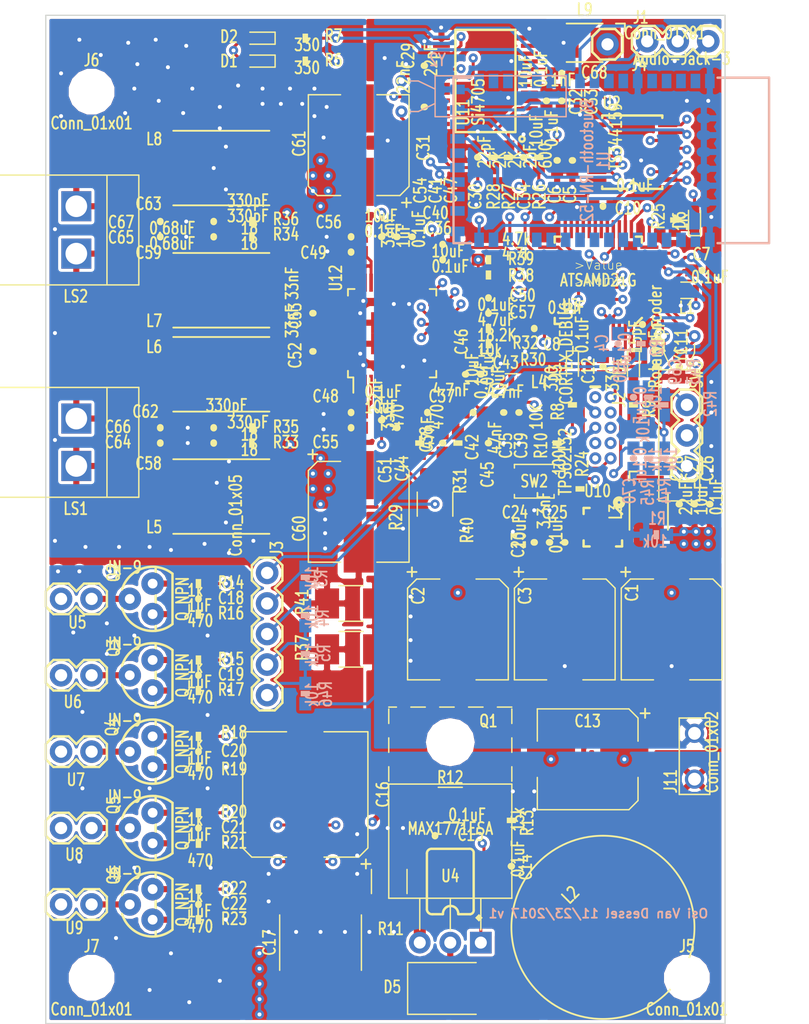
<source format=kicad_pcb>
(kicad_pcb (version 4) (host pcbnew 4.0.7)
  (layers (0 F.Cu signal hide) (1 In1.Cu signal hide) (2 In2.Cu signal hide) (31 B.Cu signal) (34 B.Paste user hide) (35 F.Paste user hide) (36 B.SilkS user) (37 F.SilkS user) (38 B.Mask user hide) (39 F.Mask user hide) (44 Edge.Cuts user))
  (net 0 "")
  (net 1 +12V)
  (net 2 GND)
  (net 3 /MCU/A0)
  (net 4 +3V3)
  (net 5 "Net-(C7-Pad1)")
  (net 6 "Net-(C9-Pad1)")
  (net 7 "Net-(C11-Pad1)")
  (net 8 "Net-(C12-Pad1)")
  (net 9 "Net-(C15-Pad1)")
  (net 10 GNDS)
  (net 11 /NixiePowerSupply/150V/50mA)
  (net 12 "Net-(C18-Pad1)")
  (net 13 "Net-(C19-Pad1)")
  (net 14 "Net-(C20-Pad1)")
  (net 15 "Net-(C21-Pad1)")
  (net 16 "Net-(C22-Pad1)")
  (net 17 "Net-(C25-Pad1)")
  (net 18 "Net-(C29-Pad1)")
  (net 19 /FMTuner/DCLK)
  (net 20 "Net-(C31-Pad2)")
  (net 21 /FMTuner/DFS)
  (net 22 "Net-(C37-Pad1)")
  (net 23 GNDA)
  (net 24 "Net-(C38-Pad1)")
  (net 25 "Net-(C41-Pad1)")
  (net 26 "Net-(C42-Pad1)")
  (net 27 "Net-(C42-Pad2)")
  (net 28 "Net-(C43-Pad1)")
  (net 29 "Net-(C44-Pad1)")
  (net 30 "Net-(C45-Pad1)")
  (net 31 "Net-(C47-Pad1)")
  (net 32 GNDPWR)
  (net 33 "Net-(C50-Pad1)")
  (net 34 "Net-(C51-Pad1)")
  (net 35 "Net-(C51-Pad2)")
  (net 36 "Net-(C52-Pad1)")
  (net 37 "Net-(C52-Pad2)")
  (net 38 "Net-(C53-Pad1)")
  (net 39 "Net-(C53-Pad2)")
  (net 40 "Net-(C54-Pad1)")
  (net 41 "Net-(C54-Pad2)")
  (net 42 "Net-(C58-Pad1)")
  (net 43 "Net-(C59-Pad1)")
  (net 44 "Net-(C62-Pad1)")
  (net 45 "Net-(C63-Pad1)")
  (net 46 "Net-(C64-Pad1)")
  (net 47 "Net-(C65-Pad1)")
  (net 48 "Net-(C66-Pad1)")
  (net 49 "Net-(C67-Pad1)")
  (net 50 "Net-(C68-Pad1)")
  (net 51 "Net-(C68-Pad2)")
  (net 52 "Net-(D1-Pad1)")
  (net 53 "Net-(D2-Pad1)")
  (net 54 "Net-(D3-Pad2)")
  (net 55 /MCU/TX_LED)
  (net 56 "Net-(D4-Pad2)")
  (net 57 /MCU/RX_LED)
  (net 58 "Net-(D5-Pad2)")
  (net 59 "Net-(D6-Pad1)")
  (net 60 "Net-(J1-Pad1)")
  (net 61 "Net-(J1-Pad2)")
  (net 62 "Net-(J2-Pad8)")
  (net 63 "Net-(J2-Pad6)")
  (net 64 /MCU/SWCLK)
  (net 65 /MCU/SWDIO)
  (net 66 /MCU/RESET)
  (net 67 "Net-(J2-Pad7)")
  (net 68 "Net-(J2-Pad9)")
  (net 69 "Net-(L3-Pad1)")
  (net 70 "Net-(Q1-Pad1)")
  (net 71 "Net-(Q1-Pad3)")
  (net 72 "Net-(Q2-Pad1)")
  (net 73 "Net-(Q2-Pad2)")
  (net 74 "Net-(Q3-Pad1)")
  (net 75 "Net-(Q3-Pad2)")
  (net 76 "Net-(Q4-Pad1)")
  (net 77 "Net-(Q4-Pad2)")
  (net 78 "Net-(Q5-Pad1)")
  (net 79 "Net-(Q5-Pad2)")
  (net 80 "Net-(Q6-Pad1)")
  (net 81 "Net-(Q6-Pad2)")
  (net 82 "Net-(R6-Pad2)")
  (net 83 "Net-(R7-Pad2)")
  (net 84 "Net-(R12-Pad2)")
  (net 85 /BAR_1)
  (net 86 /BAR_2)
  (net 87 /BAR_3)
  (net 88 /BAR_4)
  (net 89 /BAR_5)
  (net 90 /5.0V_regulator/PG)
  (net 91 /FMTuner/DOUT)
  (net 92 "Net-(R26-Pad2)")
  (net 93 "Net-(R27-Pad2)")
  (net 94 "Net-(R28-Pad2)")
  (net 95 "Net-(R30-Pad1)")
  (net 96 "Net-(R32-Pad1)")
  (net 97 /SCL)
  (net 98 /SDA)
  (net 99 "Net-(U1-Pad1)")
  (net 100 "Net-(U1-Pad2)")
  (net 101 "Net-(U1-Pad3)")
  (net 102 "Net-(U1-Pad4)")
  (net 103 "Net-(U1-Pad5)")
  (net 104 "Net-(U1-Pad6)")
  (net 105 "Net-(U1-Pad7)")
  (net 106 "Net-(U1-Pad8)")
  (net 107 "Net-(U1-Pad9)")
  (net 108 "Net-(U1-Pad11)")
  (net 109 "Net-(U1-Pad12)")
  (net 110 "Net-(U1-Pad13)")
  (net 111 "Net-(U1-Pad14)")
  (net 112 /MCU_RX)
  (net 113 /MCU_TX)
  (net 114 "Net-(U1-Pad17)")
  (net 115 "Net-(U1-Pad18)")
  (net 116 "Net-(U1-Pad21)")
  (net 117 "Net-(U1-Pad22)")
  (net 118 "Net-(U1-Pad23)")
  (net 119 "Net-(U1-Pad24)")
  (net 120 "Net-(U1-Pad25)")
  (net 121 "Net-(U1-Pad26)")
  (net 122 "Net-(U1-Pad27)")
  (net 123 "Net-(U1-Pad28)")
  (net 124 "Net-(U1-Pad31)")
  (net 125 "Net-(U1-Pad34)")
  (net 126 "Net-(U1-Pad35)")
  (net 127 "Net-(U1-Pad37)")
  (net 128 "Net-(U1-Pad38)")
  (net 129 "Net-(U1-Pad39)")
  (net 130 "Net-(U1-Pad40)")
  (net 131 /I2S_DATA)
  (net 132 /I2S_CLK)
  (net 133 /MUX_SELECT)
  (net 134 "Net-(U2-Pad9)")
  (net 135 "Net-(U2-Pad10)")
  (net 136 "Net-(U2-Pad11)")
  (net 137 /I2S_WS)
  (net 138 /MCU/AREF)
  (net 139 /MCU/A1)
  (net 140 /MCU/A2)
  (net 141 /MCU/A3)
  (net 142 /MCU/A4)
  (net 143 "Net-(U3-Pad19)")
  (net 144 "Net-(U3-Pad20)")
  (net 145 /MCU/SPI_MISPO)
  (net 146 /MCU/DGA_GPIO0)
  (net 147 /PDN_AMP)
  (net 148 /RESET_AMP)
  (net 149 /RESET_FM)
  (net 150 "Net-(J3-Pad3)")
  (net 151 "Net-(U3-Pad37)")
  (net 152 "Net-(U3-Pad38)")
  (net 153 "Net-(U3-Pad41)")
  (net 154 /MCU/A5)
  (net 155 /FMTuner/LOUT)
  (net 156 /FMTuner/ROUT)
  (net 157 "Net-(U11-Pad16)")
  (net 158 "Net-(U11-Pad6)")
  (net 159 "Net-(U11-Pad7)")
  (net 160 "Net-(U11-Pad11)")
  (net 161 "Net-(U12-Pad5)")
  (net 162 "Net-(U12-Pad7)")
  (net 163 "Net-(U12-Pad41)")
  (net 164 "Net-(U12-Pad44)")
  (net 165 "Net-(U12-Pad45)")
  (net 166 "Net-(U12-Pad40)")
  (net 167 "Net-(U3-Pad33)")
  (net 168 "Net-(U3-Pad34)")
  (net 169 "Net-(R42-Pad2)")
  (net 170 "Net-(R44-Pad2)")
  (net 171 "Net-(J3-Pad1)")
  (net 172 "Net-(J3-Pad4)")
  (net 173 "Net-(J3-Pad5)")
  (module SparkFun-Connectors:1X03 (layer F.Cu) (at 93.98 95.885 270)
    (fp_text reference SW3 (at -1.27 -1.397 270) (layer F.SilkS) (effects (font (size 1 0.75)) (justify left bottom)))
    (fp_text value Rotary_Encoder (at -1.27 2.032 270) (layer F.SilkS) (effects (font (size 1 0.75)) (justify left bottom)))
    (pad 1 thru_hole circle (at 0 0) (size 1.8796 1.8796) (drill 1.016) (layers *.Cu *.Mask) (net 169 "Net-(R42-Pad2)"))
    (pad 2 thru_hole circle (at 2.54 0) (size 1.8796 1.8796) (drill 1.016) (layers *.Cu *.Mask) (net 142 /MCU/A4))
    (pad 3 thru_hole circle (at 5.08 0) (size 1.8796 1.8796) (drill 1.016) (layers *.Cu *.Mask) (net 170 "Net-(R44-Pad2)"))
  )
  (module SparkFun-Connectors:1X02_BIG (layer F.Cu) (at 94.615 127 90)
    (fp_text reference J11 (at -1.27 -1.397 90) (layer F.SilkS) (effects (font (size 1 0.75)) (justify left bottom)))
    (fp_text value Conn_01x02 (at -1.27 2.032 90) (layer F.SilkS) (effects (font (size 1 0.75)) (justify left bottom)))
    (pad 1 thru_hole circle (at 0 0 90) (size 1.6002 1.6002) (drill 1.0668) (layers *.Cu *.Mask) (net 1 +12V))
    (pad 2 thru_hole circle (at 3.81 0 90) (size 1.6002 1.6002) (drill 1.0668) (layers *.Cu *.Mask) (net 2 GND))
  )
  (module Diodes_SMD:D_SMB (layer F.Cu) (at 74.295 144.399)
    (fp_text reference D5 (at -4.826 -0.127) (layer F.SilkS) (effects (font (size 1 0.75))))
    (fp_text value D)
    (pad 1 smd rect (at -2.15 0) (size 2.5 2.3) (layers F.Cu F.Paste F.Mask) (net 11 /NixiePowerSupply/150V/50mA))
    (pad 2 smd rect (at 2.15 0) (size 2.5 2.3) (layers F.Cu F.Paste F.Mask) (net 58 "Net-(D5-Pad2)"))
  )
  (module SparkFun-Connectors:1X03 (layer F.Cu) (at 90.678 65.659)
    (fp_text reference J1 (at -1.27 -1.397) (layer F.SilkS) (effects (font (size 1 0.75)) (justify left bottom)))
    (fp_text value Audio-Jack-3 (at -1.27 2.032) (layer F.SilkS) (effects (font (size 1 0.75)) (justify left bottom)))
    (pad 1 thru_hole circle (at 0 0 90) (size 1.8796 1.8796) (drill 1.016) (layers *.Cu *.Mask) (net 60 "Net-(J1-Pad1)"))
    (pad 2 thru_hole circle (at 2.54 0 90) (size 1.8796 1.8796) (drill 1.016) (layers *.Cu *.Mask) (net 61 "Net-(J1-Pad2)"))
    (pad 3 thru_hole circle (at 5.08 0 90) (size 1.8796 1.8796) (drill 1.016) (layers *.Cu *.Mask) (net 2 GND))
  )
  (module SparkFun-Connectors:2X5-PTH-1.27MM (layer F.Cu) (at 86.995 97.79 270)
    (fp_text reference J2 (at -1.5748 -1.9304 270) (layer F.SilkS) (effects (font (size 1 0.75)) (justify left bottom)))
    (fp_text value CORTEX_DEBUG (at -1.8288 2.4638 270) (layer F.SilkS) (effects (font (size 1 0.75)) (justify left bottom)))
    (pad 8 thru_hole circle (at 1.27 -0.635 270) (size 1 1) (drill 0.508) (layers *.Cu *.Mask) (net 62 "Net-(J2-Pad8)"))
    (pad 6 thru_hole circle (at 0 -0.635 270) (size 1 1) (drill 0.508) (layers *.Cu *.Mask) (net 63 "Net-(J2-Pad6)"))
    (pad 4 thru_hole circle (at -1.27 -0.635 270) (size 1 1) (drill 0.508) (layers *.Cu *.Mask) (net 64 /MCU/SWCLK))
    (pad 2 thru_hole circle (at -2.54 -0.635 270) (size 1 1) (drill 0.508) (layers *.Cu *.Mask) (net 65 /MCU/SWDIO))
    (pad 10 thru_hole circle (at 2.54 -0.635 270) (size 1 1) (drill 0.508) (layers *.Cu *.Mask) (net 66 /MCU/RESET))
    (pad 7 thru_hole circle (at 1.27 0.635 270) (size 1 1) (drill 0.508) (layers *.Cu *.Mask) (net 67 "Net-(J2-Pad7)"))
    (pad 5 thru_hole circle (at 0 0.635 270) (size 1 1) (drill 0.508) (layers *.Cu *.Mask) (net 2 GND))
    (pad 3 thru_hole circle (at -1.27 0.635 270) (size 1 1) (drill 0.508) (layers *.Cu *.Mask) (net 2 GND))
    (pad 1 thru_hole circle (at -2.54 0.635 270) (size 1 1) (drill 0.508) (layers *.Cu *.Mask) (net 4 +3V3))
    (pad 9 thru_hole circle (at 2.54 0.635 270) (size 1 1) (drill 0.508) (layers *.Cu *.Mask) (net 68 "Net-(J2-Pad9)"))
  )
  (module SparkFun-Connectors:1X01 (layer F.Cu) (at 87.376 65.913 180)
    (fp_text reference J4 (at -1.905 -2.286 180) (layer F.SilkS) (effects (font (size 1 0.75)) (justify left bottom)))
    (fp_text value Conn_01x01 (at -1.27 1.524 180) (layer F.SilkS) (effects (font (size 1 0.75)) (justify left top)))
    (pad 1 thru_hole circle (at 0 0 270) (size 1.8796 1.8796) (drill 1.016) (layers *.Cu *.Mask) (net 51 "Net-(C68-Pad2)"))
  )
  (module Resistors_SMD:R_0603 (layer F.Cu) (at 93.98 86.36 180)
    (fp_text reference L1 (at 0 -1.45 180) (layer F.SilkS) (effects (font (size 1 0.75))))
    (fp_text value 30ohm)
    (pad 1 smd rect (at -0.75 0 180) (size 0.5 0.9) (layers F.Cu F.Paste F.Mask) (net 4 +3V3))
    (pad 2 smd rect (at 0.75 0 180) (size 0.5 0.9) (layers F.Cu F.Paste F.Mask) (net 5 "Net-(C7-Pad1)"))
  )
  (module Inductors:Inductor_1212 (layer F.Cu) (at 90.805 104.775 270)
    (fp_text reference L3 (at 0 2.75 270) (layer F.SilkS) (effects (font (size 1 0.75))))
    (fp_text value 2.2uH)
    (pad 1 smd rect (at -1.75 0 270) (size 2.5 2.5) (layers F.Cu F.Paste F.Mask) (net 69 "Net-(L3-Pad1)"))
    (pad 2 smd rect (at 1.75 0 270) (size 2.5 2.5) (layers F.Cu F.Paste F.Mask) (net 4 +3V3))
  )
  (module Resistors_SMD:R_0603 (layer F.Cu) (at 79.375 93.98)
    (fp_text reference L4 (at 2.286 0) (layer F.SilkS) (effects (font (size 1 0.75))))
    (fp_text value 10)
    (pad 1 smd rect (at -0.75 0) (size 0.5 0.9) (layers F.Cu F.Paste F.Mask) (net 28 "Net-(C43-Pad1)"))
    (pad 2 smd rect (at 0.75 0) (size 0.5 0.9) (layers F.Cu F.Paste F.Mask) (net 4 +3V3))
  )
  (module Inductors:Inductor_Taiyo-Yuden_NR-60xx_HandSoldering (layer F.Cu) (at 55.245 103.505 180)
    (fp_text reference L5 (at 5.588 -2.54 180) (layer F.SilkS) (effects (font (size 1 0.75))))
    (fp_text value 15uH)
    (pad 1 smd rect (at -2.775 0 180) (size 2.45 5.9) (layers F.Cu F.Paste F.Mask) (net 34 "Net-(C51-Pad1)"))
    (pad 2 smd rect (at 2.775 0 180) (size 2.45 5.9) (layers F.Cu F.Paste F.Mask) (net 46 "Net-(C64-Pad1)"))
  )
  (module Inductors:Inductor_Taiyo-Yuden_NR-60xx_HandSoldering (layer F.Cu) (at 55.245 93.345 180)
    (fp_text reference L6 (at 5.588 2.286 180) (layer F.SilkS) (effects (font (size 1 0.75))))
    (fp_text value 15uH)
    (pad 1 smd rect (at -2.775 0 180) (size 2.45 5.9) (layers F.Cu F.Paste F.Mask) (net 37 "Net-(C52-Pad2)"))
    (pad 2 smd rect (at 2.775 0 180) (size 2.45 5.9) (layers F.Cu F.Paste F.Mask) (net 48 "Net-(C66-Pad1)"))
  )
  (module Inductors:Inductor_Taiyo-Yuden_NR-60xx_HandSoldering (layer F.Cu) (at 55.245 86.36 180)
    (fp_text reference L7 (at 5.588 -2.54 180) (layer F.SilkS) (effects (font (size 1 0.75))))
    (fp_text value 15uH)
    (pad 1 smd rect (at -2.775 0 180) (size 2.45 5.9) (layers F.Cu F.Paste F.Mask) (net 38 "Net-(C53-Pad1)"))
    (pad 2 smd rect (at 2.775 0 180) (size 2.45 5.9) (layers F.Cu F.Paste F.Mask) (net 47 "Net-(C65-Pad1)"))
  )
  (module Inductors:Inductor_Taiyo-Yuden_NR-60xx_HandSoldering (layer F.Cu) (at 55.245 76.2 180)
    (fp_text reference L8 (at 5.588 2.413 180) (layer F.SilkS) (effects (font (size 1 0.75))))
    (fp_text value 15uH)
    (pad 1 smd rect (at -2.775 0 180) (size 2.45 5.9) (layers F.Cu F.Paste F.Mask) (net 41 "Net-(C54-Pad2)"))
    (pad 2 smd rect (at 2.775 0 180) (size 2.45 5.9) (layers F.Cu F.Paste F.Mask) (net 49 "Net-(C67-Pad1)"))
  )
  (module Inductors:Inductor_1212 (layer F.Cu) (at 85.471 65.786 180)
    (fp_text reference L9 (at 0 2.75 180) (layer F.SilkS) (effects (font (size 1 0.75))))
    (fp_text value 270nH)
    (pad 1 smd rect (at -1.75 0 180) (size 2.5 2.5) (layers F.Cu F.Paste F.Mask) (net 51 "Net-(C68-Pad2)"))
    (pad 2 smd rect (at 1.75 0 180) (size 2.5 2.5) (layers F.Cu F.Paste F.Mask) (net 2 GND))
  )
  (module Connect:GTK2400-V2 (layer F.Cu) (at 43.18 100.965 90)
    (fp_text reference LS1 (at -3.55 -0.05 360) (layer F.SilkS) (effects (font (size 1 0.75))))
    (fp_text value Speaker)
    (pad 2 thru_hole rect (at 3.94 0 90) (size 2.5 2.5) (drill 1.8) (layers *.Cu *.Mask) (net 48 "Net-(C66-Pad1)"))
    (pad 1 thru_hole rect (at 0 0 90) (size 2.5 2.5) (drill 1.8) (layers *.Cu *.Mask) (net 46 "Net-(C64-Pad1)"))
  )
  (module Connect:GTK2400-V2 (layer F.Cu) (at 43.18 83.315 90)
    (fp_text reference LS2 (at -3.55 -0.05 360) (layer F.SilkS) (effects (font (size 1 0.75))))
    (fp_text value Speaker)
    (pad 2 thru_hole rect (at 3.94 0 90) (size 2.5 2.5) (drill 1.8) (layers *.Cu *.Mask) (net 49 "Net-(C67-Pad1)"))
    (pad 1 thru_hole rect (at 0 0 90) (size 2.5 2.5) (drill 1.8) (layers *.Cu *.Mask) (net 47 "Net-(C65-Pad1)"))
  )
  (module SparkFun-DiscreteSemi:TO-92 (layer F.Cu) (at 49.53 112.014 90)
    (fp_text reference Q2 (at 2.159 -2.667 90) (layer F.SilkS) (effects (font (size 1 0.75)) (justify bottom)))
    (fp_text value Q_NPN (at 0 1.905 90) (layer F.SilkS) (effects (font (size 1 0.75)) (justify top)))
    (pad 1 thru_hole circle (at -1.27 0 90) (size 1.8796 1.8796) (drill 0.8128) (layers *.Cu *.Mask) (net 72 "Net-(Q2-Pad1)"))
    (pad 2 thru_hole circle (at 0 -1.905 90) (size 1.8796 1.8796) (drill 0.8128) (layers *.Cu *.Mask) (net 73 "Net-(Q2-Pad2)"))
    (pad 3 thru_hole circle (at 1.27 0 90) (size 1.8796 1.8796) (drill 0.8128) (layers *.Cu *.Mask) (net 12 "Net-(C18-Pad1)"))
  )
  (module SparkFun-DiscreteSemi:TO-92 (layer F.Cu) (at 49.53 118.364 90)
    (fp_text reference Q3 (at 2.286 -2.667 90) (layer F.SilkS) (effects (font (size 1 0.75)) (justify bottom)))
    (fp_text value Q_NPN (at 0 1.905 90) (layer F.SilkS) (effects (font (size 1 0.75)) (justify top)))
    (pad 1 thru_hole circle (at -1.27 0 90) (size 1.8796 1.8796) (drill 0.8128) (layers *.Cu *.Mask) (net 74 "Net-(Q3-Pad1)"))
    (pad 2 thru_hole circle (at 0 -1.905 90) (size 1.8796 1.8796) (drill 0.8128) (layers *.Cu *.Mask) (net 75 "Net-(Q3-Pad2)"))
    (pad 3 thru_hole circle (at 1.27 0 90) (size 1.8796 1.8796) (drill 0.8128) (layers *.Cu *.Mask) (net 13 "Net-(C19-Pad1)"))
  )
  (module SparkFun-DiscreteSemi:TO-92 (layer F.Cu) (at 49.53 124.714 90)
    (fp_text reference Q4 (at 2.032 -2.794 90) (layer F.SilkS) (effects (font (size 1 0.75)) (justify bottom)))
    (fp_text value Q_NPN (at 0 1.905 90) (layer F.SilkS) (effects (font (size 1 0.75)) (justify top)))
    (pad 1 thru_hole circle (at -1.27 0 90) (size 1.8796 1.8796) (drill 0.8128) (layers *.Cu *.Mask) (net 76 "Net-(Q4-Pad1)"))
    (pad 2 thru_hole circle (at 0 -1.905 90) (size 1.8796 1.8796) (drill 0.8128) (layers *.Cu *.Mask) (net 77 "Net-(Q4-Pad2)"))
    (pad 3 thru_hole circle (at 1.27 0 90) (size 1.8796 1.8796) (drill 0.8128) (layers *.Cu *.Mask) (net 14 "Net-(C20-Pad1)"))
  )
  (module SparkFun-DiscreteSemi:TO-92 (layer F.Cu) (at 49.53 131.064 90)
    (fp_text reference Q5 (at 1.905 -2.667 90) (layer F.SilkS) (effects (font (size 1 0.75)) (justify bottom)))
    (fp_text value Q_NPN (at 0 1.905 90) (layer F.SilkS) (effects (font (size 1 0.75)) (justify top)))
    (pad 1 thru_hole circle (at -1.27 0 90) (size 1.8796 1.8796) (drill 0.8128) (layers *.Cu *.Mask) (net 78 "Net-(Q5-Pad1)"))
    (pad 2 thru_hole circle (at 0 -1.905 90) (size 1.8796 1.8796) (drill 0.8128) (layers *.Cu *.Mask) (net 79 "Net-(Q5-Pad2)"))
    (pad 3 thru_hole circle (at 1.27 0 90) (size 1.8796 1.8796) (drill 0.8128) (layers *.Cu *.Mask) (net 15 "Net-(C21-Pad1)"))
  )
  (module SparkFun-DiscreteSemi:TO-92 (layer F.Cu) (at 49.53 137.414 90)
    (fp_text reference Q6 (at 2.413 -2.667 90) (layer F.SilkS) (effects (font (size 1 0.75)) (justify bottom)))
    (fp_text value Q_NPN (at 0 1.905 90) (layer F.SilkS) (effects (font (size 1 0.75)) (justify top)))
    (pad 1 thru_hole circle (at -1.27 0 90) (size 1.8796 1.8796) (drill 0.8128) (layers *.Cu *.Mask) (net 80 "Net-(Q6-Pad1)"))
    (pad 2 thru_hole circle (at 0 -1.905 90) (size 1.8796 1.8796) (drill 0.8128) (layers *.Cu *.Mask) (net 81 "Net-(Q6-Pad2)"))
    (pad 3 thru_hole circle (at 1.27 0 90) (size 1.8796 1.8796) (drill 0.8128) (layers *.Cu *.Mask) (net 16 "Net-(C22-Pad1)"))
  )
  (module SparkFun-RF:RN-52 (layer B.Cu) (at 86.36 75.565 90)
    (fp_text reference U1 (at 0 1.27 90) (layer B.SilkS) (effects (font (size 1 0.75)) (justify bottom mirror)))
    (fp_text value Bluetooth-RN-52 (at 0 -1.27 90) (layer B.SilkS) (effects (font (size 1 0.75)) (justify top mirror)))
    (pad 1 smd rect (at -6.6 8.33 90) (size 1.2 0.8) (layers B.Cu B.Paste B.Mask) (net 99 "Net-(U1-Pad1)"))
    (pad 2 smd rect (at -6.6 7.13 90) (size 1.2 0.8) (layers B.Cu B.Paste B.Mask) (net 100 "Net-(U1-Pad2)"))
    (pad 3 smd rect (at -6.6 5.93 90) (size 1.2 0.8) (layers B.Cu B.Paste B.Mask) (net 101 "Net-(U1-Pad3)"))
    (pad 4 smd rect (at -6.6 4.73 90) (size 1.2 0.8) (layers B.Cu B.Paste B.Mask) (net 102 "Net-(U1-Pad4)"))
    (pad 5 smd rect (at -6.6 3.53 90) (size 1.2 0.8) (layers B.Cu B.Paste B.Mask) (net 103 "Net-(U1-Pad5)"))
    (pad 6 smd rect (at -6.6 2.33 90) (size 1.2 0.8) (layers B.Cu B.Paste B.Mask) (net 104 "Net-(U1-Pad6)"))
    (pad 7 smd rect (at -6.6 1.13 90) (size 1.2 0.8) (layers B.Cu B.Paste B.Mask) (net 105 "Net-(U1-Pad7)"))
    (pad 8 smd rect (at -6.6 -0.07 90) (size 1.2 0.8) (layers B.Cu B.Paste B.Mask) (net 106 "Net-(U1-Pad8)"))
    (pad 9 smd rect (at -6.6 -1.27 90) (size 1.2 0.8) (layers B.Cu B.Paste B.Mask) (net 107 "Net-(U1-Pad9)"))
    (pad 10 smd rect (at -6.6 -2.47 90) (size 1.2 0.8) (layers B.Cu B.Paste B.Mask))
    (pad 11 smd rect (at -6.6 -3.67 90) (size 1.2 0.8) (layers B.Cu B.Paste B.Mask) (net 108 "Net-(U1-Pad11)"))
    (pad 12 smd rect (at -6.6 -4.87 90) (size 1.2 0.8) (layers B.Cu B.Paste B.Mask) (net 109 "Net-(U1-Pad12)"))
    (pad 13 smd rect (at -6.6 -6.07 90) (size 1.2 0.8) (layers B.Cu B.Paste B.Mask) (net 110 "Net-(U1-Pad13)"))
    (pad 14 smd rect (at -6.6 -7.27 90) (size 1.2 0.8) (layers B.Cu B.Paste B.Mask) (net 111 "Net-(U1-Pad14)"))
    (pad 15 smd rect (at -6.6 -8.47 90) (size 1.2 0.8) (layers B.Cu B.Paste B.Mask) (net 112 /MCU_RX))
    (pad 16 smd rect (at -6.6 -9.67 90) (size 1.2 0.8) (layers B.Cu B.Paste B.Mask) (net 113 /MCU_TX))
    (pad 17 smd rect (at -4.2 -11.47) (size 1.2 0.8) (layers B.Cu B.Paste B.Mask) (net 114 "Net-(U1-Pad17)"))
    (pad 18 smd rect (at -3 -11.47) (size 1.2 0.8) (layers B.Cu B.Paste B.Mask) (net 115 "Net-(U1-Pad18)"))
    (pad 19 smd rect (at -1.8 -11.47) (size 1.2 0.8) (layers B.Cu B.Paste B.Mask) (net 4 +3V3))
    (pad 20 smd rect (at -0.6 -11.47) (size 1.2 0.8) (layers B.Cu B.Paste B.Mask) (net 4 +3V3))
    (pad 21 smd rect (at 0.6 -11.47) (size 1.2 0.8) (layers B.Cu B.Paste B.Mask) (net 116 "Net-(U1-Pad21)"))
    (pad 22 smd rect (at 1.8 -11.47) (size 1.2 0.8) (layers B.Cu B.Paste B.Mask) (net 117 "Net-(U1-Pad22)"))
    (pad 23 smd rect (at 3 -11.47) (size 1.2 0.8) (layers B.Cu B.Paste B.Mask) (net 118 "Net-(U1-Pad23)"))
    (pad 24 smd rect (at 4.2 -11.47) (size 1.2 0.8) (layers B.Cu B.Paste B.Mask) (net 119 "Net-(U1-Pad24)"))
    (pad 25 smd rect (at 6.6 -9.67 270) (size 1.2 0.8) (layers B.Cu B.Paste B.Mask) (net 120 "Net-(U1-Pad25)"))
    (pad 26 smd rect (at 6.6 -8.47 270) (size 1.2 0.8) (layers B.Cu B.Paste B.Mask) (net 121 "Net-(U1-Pad26)"))
    (pad 27 smd rect (at 6.6 -7.27 270) (size 1.2 0.8) (layers B.Cu B.Paste B.Mask) (net 122 "Net-(U1-Pad27)"))
    (pad 28 smd rect (at 6.6 -6.07 270) (size 1.2 0.8) (layers B.Cu B.Paste B.Mask) (net 123 "Net-(U1-Pad28)"))
    (pad 29 smd rect (at 6.6 -4.87 270) (size 1.2 0.8) (layers B.Cu B.Paste B.Mask) (net 83 "Net-(R7-Pad2)"))
    (pad 30 smd rect (at 6.6 -3.67 270) (size 1.2 0.8) (layers B.Cu B.Paste B.Mask) (net 82 "Net-(R6-Pad2)"))
    (pad 31 smd rect (at 6.6 -2.47 270) (size 1.2 0.8) (layers B.Cu B.Paste B.Mask) (net 124 "Net-(U1-Pad31)"))
    (pad 32 smd rect (at 6.6 -1.27 270) (size 1.2 0.8) (layers B.Cu B.Paste B.Mask) (net 61 "Net-(J1-Pad2)"))
    (pad 33 smd rect (at 6.6 -0.07 270) (size 1.2 0.8) (layers B.Cu B.Paste B.Mask) (net 60 "Net-(J1-Pad1)"))
    (pad 34 smd rect (at 6.6 1.13 270) (size 1.2 0.8) (layers B.Cu B.Paste B.Mask) (net 125 "Net-(U1-Pad34)"))
    (pad 35 smd rect (at 6.6 2.33 270) (size 1.2 0.8) (layers B.Cu B.Paste B.Mask) (net 126 "Net-(U1-Pad35)"))
    (pad 36 smd rect (at 6.6 3.53 270) (size 1.2 0.8) (layers B.Cu B.Paste B.Mask) (net 2 GND))
    (pad 37 smd rect (at 6.6 4.73 270) (size 1.2 0.8) (layers B.Cu B.Paste B.Mask) (net 127 "Net-(U1-Pad37)"))
    (pad 38 smd rect (at 6.6 5.93 270) (size 1.2 0.8) (layers B.Cu B.Paste B.Mask) (net 128 "Net-(U1-Pad38)"))
    (pad 39 smd rect (at 6.6 7.13 270) (size 1.2 0.8) (layers B.Cu B.Paste B.Mask) (net 129 "Net-(U1-Pad39)"))
    (pad 40 smd rect (at 6.6 8.33 270) (size 1.2 0.8) (layers B.Cu B.Paste B.Mask) (net 130 "Net-(U1-Pad40)"))
    (pad G1 smd rect (at -6.6 9.53 90) (size 1.2 0.8) (layers B.Cu B.Paste B.Mask) (net 2 GND))
    (pad G2 smd rect (at -5.9 -11.47) (size 1.2 0.8) (layers B.Cu B.Paste B.Mask) (net 2 GND))
    (pad G3 smd rect (at 5.9 -11.46 270) (size 0.8 1.2) (layers B.Cu B.Paste B.Mask) (net 2 GND))
    (pad G4 smd rect (at 6.6 9.53 270) (size 1.2 0.8) (layers B.Cu B.Paste B.Mask) (net 2 GND))
    (pad RFG1 smd oval (at -3.5 9.03) (size 1.2 0.8) (layers B.Cu B.Paste B.Mask) (net 2 GND))
    (pad RFG2 smd oval (at -2.1 9.03) (size 1.2 0.8) (layers B.Cu B.Paste B.Mask) (net 2 GND))
    (pad RFG3 smd oval (at -0.7 9.03) (size 1.2 0.8) (layers B.Cu B.Paste B.Mask) (net 2 GND))
    (pad RFG4 smd oval (at 0.7 9.03) (size 1.2 0.8) (layers B.Cu B.Paste B.Mask) (net 2 GND))
    (pad RFG5 smd oval (at 2.1 9.03) (size 1.2 0.8) (layers B.Cu B.Paste B.Mask) (net 2 GND))
    (pad RFG6 smd oval (at 3.5 9.03) (size 1.2 0.8) (layers B.Cu B.Paste B.Mask) (net 2 GND))
  )
  (module SparkFun-DigitalIC:TSSOP16 (layer F.Cu) (at 89.535 74.93 90)
    (fp_text reference U2 (at 3.556 -2.667 360) (layer F.SilkS) (effects (font (size 1 0.75)) (justify left bottom)))
    (fp_text value TS344159 (at -1.524 -0.889 90) (layer F.SilkS) (effects (font (size 1 0.75)) (justify left bottom)))
    (pad 1 smd rect (at -2.225 2.85 90) (size 0.4 1.6) (layers F.Cu F.Paste F.Mask) (net 91 /FMTuner/DOUT))
    (pad 2 smd rect (at -1.575 2.85 90) (size 0.4 1.6) (layers F.Cu F.Paste F.Mask) (net 131 /I2S_DATA))
    (pad 3 smd rect (at -0.925 2.85 90) (size 0.4 1.6) (layers F.Cu F.Paste F.Mask) (net 117 "Net-(U1-Pad22)"))
    (pad 4 smd rect (at -0.275 2.85 90) (size 0.4 1.6) (layers F.Cu F.Paste F.Mask) (net 2 GND))
    (pad 5 smd rect (at 0.375 2.85 90) (size 0.4 1.6) (layers F.Cu F.Paste F.Mask) (net 19 /FMTuner/DCLK))
    (pad 6 smd rect (at 1.025 2.85 90) (size 0.4 1.6) (layers F.Cu F.Paste F.Mask) (net 132 /I2S_CLK))
    (pad 7 smd rect (at 1.675 2.85 90) (size 0.4 1.6) (layers F.Cu F.Paste F.Mask) (net 119 "Net-(U1-Pad24)"))
    (pad 8 smd rect (at 2.325 2.85 90) (size 0.4 1.6) (layers F.Cu F.Paste F.Mask) (net 133 /MUX_SELECT))
    (pad 9 smd rect (at 2.325 -3.05 90) (size 0.4 1.6) (layers F.Cu F.Paste F.Mask) (net 134 "Net-(U2-Pad9)"))
    (pad 10 smd rect (at 1.675 -3.05 90) (size 0.4 1.6) (layers F.Cu F.Paste F.Mask) (net 135 "Net-(U2-Pad10)"))
    (pad 11 smd rect (at 1.025 -3.05 90) (size 0.4 1.6) (layers F.Cu F.Paste F.Mask) (net 136 "Net-(U2-Pad11)"))
    (pad 12 smd rect (at 0.375 -3.05 90) (size 0.4 1.6) (layers F.Cu F.Paste F.Mask) (net 4 +3V3))
    (pad 13 smd rect (at -0.275 -3.05 90) (size 0.4 1.6) (layers F.Cu F.Paste F.Mask) (net 21 /FMTuner/DFS))
    (pad 14 smd rect (at -0.925 -3.05 90) (size 0.4 1.6) (layers F.Cu F.Paste F.Mask) (net 137 /I2S_WS))
    (pad 15 smd rect (at -1.575 -3.05 90) (size 0.4 1.6) (layers F.Cu F.Paste F.Mask) (net 118 "Net-(U1-Pad23)"))
    (pad 16 smd rect (at -2.225 -3.05 90) (size 0.4 1.6) (layers F.Cu F.Paste F.Mask) (net 133 /MUX_SELECT))
  )
  (module SparkFun-DigitalIC:TQFP-48 (layer F.Cu) (at 86.61 85.53 180)
    (fp_text reference U3 (at 2.282 -2.1 180) (layer F.SilkS) (effects (font (size 1 0.75))))
    (fp_text value ATSAMD21G (at 0 0 180) (layer F.SilkS) (effects (font (size 1 0.75))))
    (fp_text user >Name (at 0 0 180) (layer F.SilkS) (effects (font (size 0.77216 0.77216) (thickness 0.065024))))
    (fp_text user >Value (at 0 1.27 180) (layer F.SilkS) (effects (font (size 0.77216 0.77216) (thickness 0.065024))))
    (pad 1 smd rect (at -4.25 -2.75) (size 1.5 0.28) (layers F.Cu F.Paste F.Mask) (net 6 "Net-(C9-Pad1)"))
    (pad 2 smd rect (at -4.25 -2.25) (size 1.5 0.28) (layers F.Cu F.Paste F.Mask) (net 7 "Net-(C11-Pad1)"))
    (pad 3 smd rect (at -4.25 -1.75) (size 1.5 0.28) (layers F.Cu F.Paste F.Mask) (net 3 /MCU/A0))
    (pad 4 smd rect (at -4.25 -1.25) (size 1.5 0.28) (layers F.Cu F.Paste F.Mask) (net 138 /MCU/AREF))
    (pad 5 smd rect (at -4.25 -0.75) (size 1.5 0.28) (layers F.Cu F.Paste F.Mask) (net 2 GND))
    (pad 6 smd rect (at -4.25 -0.25) (size 1.5 0.28) (layers F.Cu F.Paste F.Mask) (net 5 "Net-(C7-Pad1)"))
    (pad 7 smd rect (at -4.25 0.25) (size 1.5 0.28) (layers F.Cu F.Paste F.Mask) (net 139 /MCU/A1))
    (pad 8 smd rect (at -4.25 0.75) (size 1.5 0.28) (layers F.Cu F.Paste F.Mask) (net 140 /MCU/A2))
    (pad 9 smd rect (at -4.25 1.25) (size 1.5 0.28) (layers F.Cu F.Paste F.Mask) (net 141 /MCU/A3))
    (pad 10 smd rect (at -4.25 1.75) (size 1.5 0.28) (layers F.Cu F.Paste F.Mask) (net 142 /MCU/A4))
    (pad 11 smd rect (at -4.25 2.25) (size 1.5 0.28) (layers F.Cu F.Paste F.Mask) (net 89 /BAR_5))
    (pad 12 smd rect (at -4.25 2.75) (size 1.5 0.28) (layers F.Cu F.Paste F.Mask) (net 131 /I2S_DATA))
    (pad 13 smd rect (at -2.75 4.25 90) (size 1.5 0.28) (layers F.Cu F.Paste F.Mask) (net 113 /MCU_TX))
    (pad 14 smd rect (at -2.25 4.25 90) (size 1.5 0.28) (layers F.Cu F.Paste F.Mask) (net 112 /MCU_RX))
    (pad 15 smd rect (at -1.75 4.25 90) (size 1.5 0.28) (layers F.Cu F.Paste F.Mask) (net 132 /I2S_CLK))
    (pad 16 smd rect (at -1.25 4.25 90) (size 1.5 0.28) (layers F.Cu F.Paste F.Mask) (net 137 /I2S_WS))
    (pad 17 smd rect (at -0.75 4.25 90) (size 1.5 0.28) (layers F.Cu F.Paste F.Mask) (net 4 +3V3))
    (pad 18 smd rect (at -0.25 4.25 90) (size 1.5 0.28) (layers F.Cu F.Paste F.Mask) (net 2 GND))
    (pad 19 smd rect (at 0.25 4.25 90) (size 1.5 0.28) (layers F.Cu F.Paste F.Mask) (net 143 "Net-(U3-Pad19)"))
    (pad 20 smd rect (at 0.75 4.25 90) (size 1.5 0.28) (layers F.Cu F.Paste F.Mask) (net 144 "Net-(U3-Pad20)"))
    (pad 21 smd rect (at 1.25 4.25 90) (size 1.5 0.28) (layers F.Cu F.Paste F.Mask) (net 145 /MCU/SPI_MISPO))
    (pad 22 smd rect (at 1.75 4.25 90) (size 1.5 0.28) (layers F.Cu F.Paste F.Mask) (net 146 /MCU/DGA_GPIO0))
    (pad 23 smd rect (at 2.25 4.25 90) (size 1.5 0.28) (layers F.Cu F.Paste F.Mask) (net 147 /PDN_AMP))
    (pad 24 smd rect (at 2.75 4.25 90) (size 1.5 0.28) (layers F.Cu F.Paste F.Mask) (net 87 /BAR_3))
    (pad 25 smd rect (at 4.25 2.75 180) (size 1.5 0.28) (layers F.Cu F.Paste F.Mask) (net 86 /BAR_2))
    (pad 26 smd rect (at 4.25 2.25 180) (size 1.5 0.28) (layers F.Cu F.Paste F.Mask) (net 133 /MUX_SELECT))
    (pad 27 smd rect (at 4.25 1.75 180) (size 1.5 0.28) (layers F.Cu F.Paste F.Mask) (net 85 /BAR_1))
    (pad 28 smd rect (at 4.25 1.25 180) (size 1.5 0.28) (layers F.Cu F.Paste F.Mask) (net 149 /RESET_FM))
    (pad 29 smd rect (at 4.25 0.75 180) (size 1.5 0.28) (layers F.Cu F.Paste F.Mask) (net 88 /BAR_4))
    (pad 30 smd rect (at 4.25 0.25 180) (size 1.5 0.28) (layers F.Cu F.Paste F.Mask) (net 148 /RESET_AMP))
    (pad 31 smd rect (at 4.25 -0.25 180) (size 1.5 0.28) (layers F.Cu F.Paste F.Mask) (net 98 /SDA))
    (pad 32 smd rect (at 4.25 -0.75 180) (size 1.5 0.28) (layers F.Cu F.Paste F.Mask) (net 97 /SCL))
    (pad 33 smd rect (at 4.25 -1.25 180) (size 1.5 0.28) (layers F.Cu F.Paste F.Mask) (net 167 "Net-(U3-Pad33)"))
    (pad 34 smd rect (at 4.25 -1.75 180) (size 1.5 0.28) (layers F.Cu F.Paste F.Mask) (net 168 "Net-(U3-Pad34)"))
    (pad 35 smd rect (at 4.25 -2.25 180) (size 1.5 0.28) (layers F.Cu F.Paste F.Mask) (net 2 GND))
    (pad 36 smd rect (at 4.25 -2.75 180) (size 1.5 0.28) (layers F.Cu F.Paste F.Mask) (net 4 +3V3))
    (pad 37 smd rect (at 2.75 -4.25 270) (size 1.5 0.28) (layers F.Cu F.Paste F.Mask) (net 151 "Net-(U3-Pad37)"))
    (pad 38 smd rect (at 2.25 -4.25 270) (size 1.5 0.28) (layers F.Cu F.Paste F.Mask) (net 152 "Net-(U3-Pad38)"))
    (pad 39 smd rect (at 1.75 -4.25 270) (size 1.5 0.28) (layers F.Cu F.Paste F.Mask) (net 55 /MCU/TX_LED))
    (pad 40 smd rect (at 1.25 -4.25 270) (size 1.5 0.28) (layers F.Cu F.Paste F.Mask) (net 66 /MCU/RESET))
    (pad 41 smd rect (at 0.75 -4.25 270) (size 1.5 0.28) (layers F.Cu F.Paste F.Mask) (net 153 "Net-(U3-Pad41)"))
    (pad 42 smd rect (at 0.25 -4.25 270) (size 1.5 0.28) (layers F.Cu F.Paste F.Mask) (net 2 GND))
    (pad 43 smd rect (at -0.25 -4.25 270) (size 1.5 0.28) (layers F.Cu F.Paste F.Mask) (net 8 "Net-(C12-Pad1)"))
    (pad 44 smd rect (at -0.75 -4.25 270) (size 1.5 0.28) (layers F.Cu F.Paste F.Mask) (net 4 +3V3))
    (pad 45 smd rect (at -1.25 -4.25 270) (size 1.5 0.28) (layers F.Cu F.Paste F.Mask) (net 64 /MCU/SWCLK))
    (pad 46 smd rect (at -1.75 -4.25 270) (size 1.5 0.28) (layers F.Cu F.Paste F.Mask) (net 65 /MCU/SWDIO))
    (pad 47 smd rect (at -2.25 -4.25 270) (size 1.5 0.28) (layers F.Cu F.Paste F.Mask) (net 154 /MCU/A5))
    (pad 48 smd rect (at -2.75 -4.25 270) (size 1.5 0.28) (layers F.Cu F.Paste F.Mask) (net 57 /MCU/RX_LED))
  )
  (module SparkFun-Clocks:SO08 (layer F.Cu) (at 74.295 135.509 90)
    (fp_text reference U4 (at -0.127 0 180) (layer F.SilkS) (effects (font (size 1 0.75)) (justify bottom)))
    (fp_text value MAX1771ESA (at 3.81 0 180) (layer F.SilkS) (effects (font (size 1 0.75)) (justify bottom)))
    (pad 1 smd rect (at -1.905 2.8 90) (size 0.6 1.2) (layers F.Cu F.Paste F.Mask) (net 70 "Net-(Q1-Pad1)"))
    (pad 2 smd rect (at -0.635 2.8 90) (size 0.6 1.2) (layers F.Cu F.Paste F.Mask) (net 1 +12V))
    (pad 3 smd rect (at 0.635 2.8 90) (size 0.6 1.2) (layers F.Cu F.Paste F.Mask) (net 84 "Net-(R12-Pad2)"))
    (pad 4 smd rect (at 1.905 2.8 90) (size 0.6 1.2) (layers F.Cu F.Paste F.Mask) (net 4 +3V3))
    (pad 5 smd rect (at 1.905 -2.8 90) (size 0.6 1.2) (layers F.Cu F.Paste F.Mask) (net 9 "Net-(C15-Pad1)"))
    (pad 6 smd rect (at 0.635 -2.8 90) (size 0.6 1.2) (layers F.Cu F.Paste F.Mask) (net 10 GNDS))
    (pad 7 smd rect (at -0.635 -2.8 90) (size 0.6 1.2) (layers F.Cu F.Paste F.Mask) (net 10 GNDS))
    (pad 8 smd rect (at -1.905 -2.8 90) (size 0.6 1.2) (layers F.Cu F.Paste F.Mask) (net 71 "Net-(Q1-Pad3)"))
  )
  (module SparkFun-Connectors:1X02 (layer F.Cu) (at 44.45 112.014 180)
    (fp_text reference U5 (at 2.032 -2.54 180) (layer F.SilkS) (effects (font (size 1 0.75)) (justify left bottom)))
    (fp_text value IN-9 (at -1.27 2.032 180) (layer F.SilkS) (effects (font (size 1 0.75)) (justify left bottom)))
    (pad 1 thru_hole circle (at 0 0 270) (size 1.8796 1.8796) (drill 1.016) (layers *.Cu *.Mask) (net 73 "Net-(Q2-Pad2)"))
    (pad 2 thru_hole circle (at 2.54 0 270) (size 1.8796 1.8796) (drill 1.016) (layers *.Cu *.Mask) (net 11 /NixiePowerSupply/150V/50mA))
  )
  (module SparkFun-Connectors:1X02 (layer F.Cu) (at 44.45 118.364 180)
    (fp_text reference U6 (at 2.413 -2.794 180) (layer F.SilkS) (effects (font (size 1 0.75)) (justify left bottom)))
    (fp_text value IN-9 (at -1.27 2.032 180) (layer F.SilkS) (effects (font (size 1 0.75)) (justify left bottom)))
    (pad 1 thru_hole circle (at 0 0 270) (size 1.8796 1.8796) (drill 1.016) (layers *.Cu *.Mask) (net 75 "Net-(Q3-Pad2)"))
    (pad 2 thru_hole circle (at 2.54 0 270) (size 1.8796 1.8796) (drill 1.016) (layers *.Cu *.Mask) (net 11 /NixiePowerSupply/150V/50mA))
  )
  (module SparkFun-Connectors:1X02 (layer F.Cu) (at 44.45 124.714 180)
    (fp_text reference U7 (at 2.159 -2.921 180) (layer F.SilkS) (effects (font (size 1 0.75)) (justify left bottom)))
    (fp_text value IN-9 (at -1.27 2.032 180) (layer F.SilkS) (effects (font (size 1 0.75)) (justify left bottom)))
    (pad 1 thru_hole circle (at 0 0 270) (size 1.8796 1.8796) (drill 1.016) (layers *.Cu *.Mask) (net 77 "Net-(Q4-Pad2)"))
    (pad 2 thru_hole circle (at 2.54 0 270) (size 1.8796 1.8796) (drill 1.016) (layers *.Cu *.Mask) (net 11 /NixiePowerSupply/150V/50mA))
  )
  (module SparkFun-Connectors:1X02 (layer F.Cu) (at 44.45 131.064 180)
    (fp_text reference U8 (at 2.286 -2.794 180) (layer F.SilkS) (effects (font (size 1 0.75)) (justify left bottom)))
    (fp_text value IN-9 (at -1.27 2.032 180) (layer F.SilkS) (effects (font (size 1 0.75)) (justify left bottom)))
    (pad 1 thru_hole circle (at 0 0 270) (size 1.8796 1.8796) (drill 1.016) (layers *.Cu *.Mask) (net 79 "Net-(Q5-Pad2)"))
    (pad 2 thru_hole circle (at 2.54 0 270) (size 1.8796 1.8796) (drill 1.016) (layers *.Cu *.Mask) (net 11 /NixiePowerSupply/150V/50mA))
  )
  (module SparkFun-Connectors:1X02 (layer F.Cu) (at 44.45 137.414 180)
    (fp_text reference U9 (at 2.286 -2.54 180) (layer F.SilkS) (effects (font (size 1 0.75)) (justify left bottom)))
    (fp_text value IN-9 (at -1.27 2.032 180) (layer F.SilkS) (effects (font (size 1 0.75)) (justify left bottom)))
    (pad 1 thru_hole circle (at 0 0 270) (size 1.8796 1.8796) (drill 1.016) (layers *.Cu *.Mask) (net 81 "Net-(Q6-Pad2)"))
    (pad 2 thru_hole circle (at 2.54 0 270) (size 1.8796 1.8796) (drill 1.016) (layers *.Cu *.Mask) (net 11 /NixiePowerSupply/150V/50mA))
  )
  (module SparkFun-PowerIC:QFN16-3X3MM_1%3a1_V03 (layer F.Cu) (at 86.987381 106.054272 270)
    (fp_text reference U10 (at -2.422272 1.643381 540) (layer F.SilkS) (effects (font (size 1 0.75)) (justify left bottom)))
    (fp_text value TPS62132 (at -2.54 2.54 270) (layer F.SilkS) (effects (font (size 1 0.75)) (justify left bottom)))
    (pad 1 smd oval (at -1.524147 -0.75 270) (size 0.85 0.28) (layers F.Cu F.Paste F.Mask) (net 69 "Net-(L3-Pad1)"))
    (pad 2 smd oval (at -1.524147 -0.252538 270) (size 0.85 0.28) (layers F.Cu F.Paste F.Mask) (net 69 "Net-(L3-Pad1)"))
    (pad 3 smd oval (at -1.529231 0.250003 270) (size 0.85 0.28) (layers F.Cu F.Paste F.Mask) (net 69 "Net-(L3-Pad1)"))
    (pad 4 smd oval (at -1.526688 0.77375 270) (size 0.85 0.28) (layers F.Cu F.Paste F.Mask) (net 90 /5.0V_regulator/PG))
    (pad 5 smd oval (at -0.765241 1.5131) (size 0.85 0.28) (layers F.Cu F.Paste F.Mask) (net 2 GND))
    (pad 6 smd oval (at -0.265241 1.513097) (size 0.85 0.28) (layers F.Cu F.Paste F.Mask) (net 2 GND))
    (pad 7 smd oval (at 0.262703 1.5131) (size 0.85 0.28) (layers F.Cu F.Paste F.Mask) (net 2 GND))
    (pad 8 smd oval (at 0.7627 1.5131) (size 0.85 0.28) (layers F.Cu F.Paste F.Mask) (net 2 GND))
    (pad 9 smd oval (at 1.502941 0.770319 90) (size 0.85 0.28) (layers F.Cu F.Paste F.Mask) (net 17 "Net-(C25-Pad1)"))
    (pad 10 smd oval (at 1.497859 0.244919 90) (size 0.85 0.28) (layers F.Cu F.Paste F.Mask) (net 1 +12V))
    (pad 11 smd oval (at 1.497859 -0.255078 90) (size 0.85 0.28) (layers F.Cu F.Paste F.Mask) (net 1 +12V))
    (pad 12 smd oval (at 1.495319 -0.755081 90) (size 0.85 0.28) (layers F.Cu F.Paste F.Mask) (net 1 +12V))
    (pad 13 smd oval (at 0.757619 -1.518181 180) (size 0.85 0.28) (layers F.Cu F.Paste F.Mask) (net 1 +12V))
    (pad 14 smd oval (at 0.257622 -1.518178 180) (size 0.85 0.28) (layers F.Cu F.Paste F.Mask) (net 4 +3V3))
    (pad 15 smd oval (at -0.247459 -1.518178 180) (size 0.85 0.28) (layers F.Cu F.Paste F.Mask) (net 2 GND))
    (pad 16 smd oval (at -0.742378 -1.518181 180) (size 0.85 0.28) (layers F.Cu F.Paste F.Mask) (net 2 GND))
    (pad EXT smd rect (at -0.009272 -0.007619 90) (size 1.68 1.68) (layers F.Cu F.Paste F.Mask) (net 2 GND))
  )
  (module SparkFun-PowerIC:SSOP24 (layer F.Cu) (at 77.216 68.961 90)
    (fp_text reference U11 (at -3.81 -1.27 90) (layer F.SilkS) (effects (font (size 1 0.75)) (justify left bottom)))
    (fp_text value Si4705 (at -3.81 0 90) (layer F.SilkS) (effects (font (size 1 0.75)) (justify left bottom)))
    (pad 24 smd rect (at -3.575 -3.656 90) (size 0.348 1.397) (layers F.Cu F.Paste F.Mask) (net 155 /FMTuner/LOUT))
    (pad 23 smd rect (at -2.925 -3.656 90) (size 0.348 1.397) (layers F.Cu F.Paste F.Mask) (net 156 /FMTuner/ROUT))
    (pad 22 smd rect (at -2.275 -3.656 90) (size 0.348 1.397) (layers F.Cu F.Paste F.Mask) (net 20 "Net-(C31-Pad2)"))
    (pad 20 smd rect (at -0.975 -3.656 90) (size 0.348 1.397) (layers F.Cu F.Paste F.Mask) (net 4 +3V3))
    (pad 21 smd rect (at -1.625 -3.656 90) (size 0.348 1.397) (layers F.Cu F.Paste F.Mask) (net 4 +3V3))
    (pad 19 smd rect (at -0.325 -3.656 90) (size 0.348 1.397) (layers F.Cu F.Paste F.Mask) (net 18 "Net-(C29-Pad1)"))
    (pad 18 smd rect (at 0.325 -3.656 90) (size 0.348 1.397) (layers F.Cu F.Paste F.Mask) (net 98 /SDA))
    (pad 17 smd rect (at 0.975 -3.656 90) (size 0.348 1.397) (layers F.Cu F.Paste F.Mask) (net 97 /SCL))
    (pad 16 smd rect (at 1.625 -3.656 90) (size 0.348 1.397) (layers F.Cu F.Paste F.Mask) (net 157 "Net-(U11-Pad16)"))
    (pad 15 smd rect (at 2.275 -3.656 90) (size 0.348 1.397) (layers F.Cu F.Paste F.Mask) (net 149 /RESET_FM))
    (pad 1 smd rect (at -3.575 3.656 90) (size 0.348 1.397) (layers F.Cu F.Paste F.Mask) (net 92 "Net-(R26-Pad2)"))
    (pad 2 smd rect (at -2.925 3.656 90) (size 0.348 1.397) (layers F.Cu F.Paste F.Mask) (net 93 "Net-(R27-Pad2)"))
    (pad 3 smd rect (at -2.275 3.656 90) (size 0.348 1.397) (layers F.Cu F.Paste F.Mask) (net 94 "Net-(R28-Pad2)"))
    (pad 4 smd rect (at -1.625 3.656 90) (size 0.348 1.397) (layers F.Cu F.Paste F.Mask) (net 2 GND))
    (pad 5 smd rect (at -0.975 3.656 90) (size 0.348 1.397) (layers F.Cu F.Paste F.Mask) (net 4 +3V3))
    (pad 6 smd rect (at -0.325 3.656 90) (size 0.348 1.397) (layers F.Cu F.Paste F.Mask) (net 158 "Net-(U11-Pad6)"))
    (pad 7 smd rect (at 0.325 3.656 90) (size 0.348 1.397) (layers F.Cu F.Paste F.Mask) (net 159 "Net-(U11-Pad7)"))
    (pad 8 smd rect (at 0.975 3.656 90) (size 0.348 1.397) (layers F.Cu F.Paste F.Mask) (net 50 "Net-(C68-Pad1)"))
    (pad 9 smd rect (at 1.625 3.656 90) (size 0.348 1.397) (layers F.Cu F.Paste F.Mask) (net 2 GND))
    (pad 10 smd rect (at 2.275 3.656 90) (size 0.348 1.397) (layers F.Cu F.Paste F.Mask) (net 2 GND))
    (pad 11 smd rect (at 2.925 3.656 90) (size 0.348 1.397) (layers F.Cu F.Paste F.Mask) (net 160 "Net-(U11-Pad11)"))
    (pad 12 smd rect (at 3.575 3.656 90) (size 0.348 1.397) (layers F.Cu F.Paste F.Mask) (net 2 GND))
    (pad 13 smd rect (at 3.575 -3.656 270) (size 0.348 1.397) (layers F.Cu F.Paste F.Mask) (net 2 GND))
    (pad 14 smd rect (at 2.925 -3.656 270) (size 0.348 1.397) (layers F.Cu F.Paste F.Mask) (net 2 GND))
  )
  (module Housings_QFP:TQFP-48-1EP_7x7mm_Pitch0.5mm (layer F.Cu) (at 69.455 89.93 90)
    (fp_text reference U12 (at 4.586 -4.685 90) (layer F.SilkS) (effects (font (size 1 0.75))))
    (fp_text value TAS5731m)
    (pad 1 smd rect (at -4.2 -2.75 90) (size 1.5 0.3) (layers F.Cu F.Paste F.Mask) (net 34 "Net-(C51-Pad1)"))
    (pad 2 smd rect (at -4.2 -2.25 90) (size 1.5 0.3) (layers F.Cu F.Paste F.Mask) (net 1 +12V))
    (pad 3 smd rect (at -4.2 -1.75 90) (size 1.5 0.3) (layers F.Cu F.Paste F.Mask) (net 1 +12V))
    (pad 4 smd rect (at -4.2 -1.25 90) (size 1.5 0.3) (layers F.Cu F.Paste F.Mask) (net 35 "Net-(C51-Pad2)"))
    (pad 5 smd rect (at -4.2 -0.75 90) (size 1.5 0.3) (layers F.Cu F.Paste F.Mask) (net 161 "Net-(U12-Pad5)"))
    (pad 6 smd rect (at -4.2 -0.25 90) (size 1.5 0.3) (layers F.Cu F.Paste F.Mask) (net 29 "Net-(C44-Pad1)"))
    (pad 7 smd rect (at -4.2 0.25 90) (size 1.5 0.3) (layers F.Cu F.Paste F.Mask) (net 162 "Net-(U12-Pad7)"))
    (pad 8 smd rect (at -4.2 0.75 90) (size 1.5 0.3) (layers F.Cu F.Paste F.Mask) (net 2 GND))
    (pad 9 smd rect (at -4.2 1.25 90) (size 1.5 0.3) (layers F.Cu F.Paste F.Mask) (net 23 GNDA))
    (pad 10 smd rect (at -4.2 1.75 90) (size 1.5 0.3) (layers F.Cu F.Paste F.Mask) (net 22 "Net-(C37-Pad1)"))
    (pad 11 smd rect (at -4.2 2.25 90) (size 1.5 0.3) (layers F.Cu F.Paste F.Mask) (net 27 "Net-(C42-Pad2)"))
    (pad 12 smd rect (at -4.2 2.75 90) (size 1.5 0.3) (layers F.Cu F.Paste F.Mask) (net 26 "Net-(C42-Pad1)"))
    (pad 13 smd rect (at -2.75 4.2 180) (size 1.5 0.3) (layers F.Cu F.Paste F.Mask) (net 28 "Net-(C43-Pad1)"))
    (pad 14 smd rect (at -2.25 4.2 180) (size 1.5 0.3) (layers F.Cu F.Paste F.Mask) (net 2 GND))
    (pad 15 smd rect (at -1.75 4.2 180) (size 1.5 0.3) (layers F.Cu F.Paste F.Mask) (net 95 "Net-(R30-Pad1)"))
    (pad 16 smd rect (at -1.25 4.2 180) (size 1.5 0.3) (layers F.Cu F.Paste F.Mask) (net 96 "Net-(R32-Pad1)"))
    (pad 17 smd rect (at -0.75 4.2 180) (size 1.5 0.3) (layers F.Cu F.Paste F.Mask) (net 2 GND))
    (pad 18 smd rect (at -0.25 4.2 180) (size 1.5 0.3) (layers F.Cu F.Paste F.Mask) (net 33 "Net-(C50-Pad1)"))
    (pad 19 smd rect (at 0.25 4.2 180) (size 1.5 0.3) (layers F.Cu F.Paste F.Mask) (net 147 /PDN_AMP))
    (pad 20 smd rect (at 0.75 4.2 180) (size 1.5 0.3) (layers F.Cu F.Paste F.Mask) (net 137 /I2S_WS))
    (pad 21 smd rect (at 1.25 4.2 180) (size 1.5 0.3) (layers F.Cu F.Paste F.Mask) (net 132 /I2S_CLK))
    (pad 22 smd rect (at 1.75 4.2 180) (size 1.5 0.3) (layers F.Cu F.Paste F.Mask) (net 131 /I2S_DATA))
    (pad 23 smd rect (at 2.25 4.2 180) (size 1.5 0.3) (layers F.Cu F.Paste F.Mask) (net 98 /SDA))
    (pad 24 smd rect (at 2.75 4.2 180) (size 1.5 0.3) (layers F.Cu F.Paste F.Mask) (net 97 /SCL))
    (pad 25 smd rect (at 4.2 2.75 90) (size 1.5 0.3) (layers F.Cu F.Paste F.Mask) (net 148 /RESET_AMP))
    (pad 26 smd rect (at 4.2 2.25 90) (size 1.5 0.3) (layers F.Cu F.Paste F.Mask) (net 2 GND))
    (pad 27 smd rect (at 4.2 1.75 90) (size 1.5 0.3) (layers F.Cu F.Paste F.Mask) (net 4 +3V3))
    (pad 28 smd rect (at 4.2 1.25 90) (size 1.5 0.3) (layers F.Cu F.Paste F.Mask) (net 2 GND))
    (pad 29 smd rect (at 4.2 0.75 90) (size 1.5 0.3) (layers F.Cu F.Paste F.Mask) (net 2 GND))
    (pad 30 smd rect (at 4.2 0.25 90) (size 1.5 0.3) (layers F.Cu F.Paste F.Mask) (net 2 GND))
    (pad 31 smd rect (at 4.2 -0.25 90) (size 1.5 0.3) (layers F.Cu F.Paste F.Mask) (net 31 "Net-(C47-Pad1)"))
    (pad 32 smd rect (at 4.2 -0.75 90) (size 1.5 0.3) (layers F.Cu F.Paste F.Mask) (net 25 "Net-(C41-Pad1)"))
    (pad 33 smd rect (at 4.2 -1.25 90) (size 1.5 0.3) (layers F.Cu F.Paste F.Mask) (net 40 "Net-(C54-Pad1)"))
    (pad 34 smd rect (at 4.2 -1.75 90) (size 1.5 0.3) (layers F.Cu F.Paste F.Mask) (net 1 +12V))
    (pad 35 smd rect (at 4.2 -2.25 90) (size 1.5 0.3) (layers F.Cu F.Paste F.Mask) (net 1 +12V))
    (pad 36 smd rect (at 4.2 -2.75 90) (size 1.5 0.3) (layers F.Cu F.Paste F.Mask) (net 41 "Net-(C54-Pad2)"))
    (pad 37 smd rect (at 2.75 -4.2 180) (size 1.5 0.3) (layers F.Cu F.Paste F.Mask) (net 32 GNDPWR))
    (pad 38 smd rect (at 2.25 -4.2 180) (size 1.5 0.3) (layers F.Cu F.Paste F.Mask) (net 32 GNDPWR))
    (pad 39 smd rect (at 1.75 -4.2 180) (size 1.5 0.3) (layers F.Cu F.Paste F.Mask) (net 38 "Net-(C53-Pad1)"))
    (pad 40 smd rect (at 1.25 -4.2 180) (size 1.5 0.3) (layers F.Cu F.Paste F.Mask) (net 166 "Net-(U12-Pad40)"))
    (pad 41 smd rect (at 0.75 -4.2 180) (size 1.5 0.3) (layers F.Cu F.Paste F.Mask) (net 163 "Net-(U12-Pad41)"))
    (pad 42 smd rect (at 0.25 -4.2 180) (size 1.5 0.3) (layers F.Cu F.Paste F.Mask) (net 39 "Net-(C53-Pad2)"))
    (pad 43 smd rect (at -0.25 -4.2 180) (size 1.5 0.3) (layers F.Cu F.Paste F.Mask) (net 36 "Net-(C52-Pad1)"))
    (pad 44 smd rect (at -0.75 -4.2 180) (size 1.5 0.3) (layers F.Cu F.Paste F.Mask) (net 164 "Net-(U12-Pad44)"))
    (pad 45 smd rect (at -1.25 -4.2 180) (size 1.5 0.3) (layers F.Cu F.Paste F.Mask) (net 165 "Net-(U12-Pad45)"))
    (pad 46 smd rect (at -1.75 -4.2 180) (size 1.5 0.3) (layers F.Cu F.Paste F.Mask) (net 37 "Net-(C52-Pad2)"))
    (pad 47 smd rect (at -2.25 -4.2 180) (size 1.5 0.3) (layers F.Cu F.Paste F.Mask) (net 32 GNDPWR))
    (pad 48 smd rect (at -2.75 -4.2 180) (size 1.5 0.3) (layers F.Cu F.Paste F.Mask) (net 32 GNDPWR))
    (pad 49 smd rect (at 0.875 0.875 90) (size 1.75 1.75) (layers F.Cu F.Paste F.Mask) (net 32 GNDPWR))
    (pad 49 smd rect (at 0.875 -0.875 90) (size 1.75 1.75) (layers F.Cu F.Paste F.Mask) (net 32 GNDPWR))
    (pad 49 smd rect (at -0.875 0.875 90) (size 1.75 1.75) (layers F.Cu F.Paste F.Mask) (net 32 GNDPWR))
    (pad 49 smd rect (at -0.875 -0.875 90) (size 1.75 1.75) (layers F.Cu F.Paste F.Mask) (net 32 GNDPWR))
  )
  (module Crystals:Crystal_AT310_d3.0mm_l10.0mm_Horizontal (layer F.Cu) (at 92.075 90.17)
    (fp_text reference Y1 (at 1.397 1.524 90) (layer F.SilkS) (effects (font (size 1 0.75))))
    (fp_text value Crystal)
    (pad 1 thru_hole circle (at 0 0) (size 1 1) (drill 0.5) (layers *.Cu *.Mask) (net 6 "Net-(C9-Pad1)"))
    (pad 2 thru_hole circle (at 2.54 0) (size 1 1) (drill 0.5) (layers *.Cu *.Mask) (net 7 "Net-(C11-Pad1)"))
  )
  (module Crystals:Crystal_AT310_d3.0mm_l10.0mm_Horizontal (layer B.Cu) (at 70.231 68.961 270)
    (fp_text reference Y2 (at -1.75 -3 540) (layer B.SilkS) (effects (font (size 1 0.75)) (justify mirror)))
    (fp_text value Crystal)
    (pad 1 thru_hole circle (at 0 0 270) (size 1 1) (drill 0.5) (layers *.Cu *.Mask) (net 18 "Net-(C29-Pad1)"))
    (pad 2 thru_hole circle (at 2.54 0 270) (size 1 1) (drill 0.5) (layers *.Cu *.Mask) (net 19 /FMTuner/DCLK))
  )
  (module Capacitors_SMD:CP_Elec_8x10 (layer F.Cu) (at 92.71 114.554 270)
    (fp_text reference C1 (at -3.048 3.302 270) (layer F.SilkS) (effects (font (size 1 0.75))))
    (fp_text value 220uF)
    (fp_text user + (at -4.78 3.9 270) (layer F.SilkS))
    (pad 1 smd rect (at -3.05 0 90) (size 4 2.5) (layers F.Cu F.Paste F.Mask) (net 1 +12V))
    (pad 2 smd rect (at 3.05 0 90) (size 4 2.5) (layers F.Cu F.Paste F.Mask) (net 2 GND))
  )
  (module Capacitors_SMD:CP_Elec_8x10 (layer F.Cu) (at 74.93 114.554 270)
    (fp_text reference C2 (at -2.794 3.302 270) (layer F.SilkS) (effects (font (size 1 0.75))))
    (fp_text value 220uF)
    (fp_text user + (at -4.78 3.9 270) (layer F.SilkS))
    (pad 1 smd rect (at -3.05 0 90) (size 4 2.5) (layers F.Cu F.Paste F.Mask) (net 1 +12V))
    (pad 2 smd rect (at 3.05 0 90) (size 4 2.5) (layers F.Cu F.Paste F.Mask) (net 2 GND))
  )
  (module Capacitors_SMD:CP_Elec_8x10 (layer F.Cu) (at 83.82 114.554 270)
    (fp_text reference C3 (at -2.794 3.302 270) (layer F.SilkS) (effects (font (size 1 0.75))))
    (fp_text value 220uF)
    (fp_text user + (at -4.78 3.9 270) (layer F.SilkS))
    (pad 1 smd rect (at -3.05 0 90) (size 4 2.5) (layers F.Cu F.Paste F.Mask) (net 1 +12V))
    (pad 2 smd rect (at 3.05 0 90) (size 4 2.5) (layers F.Cu F.Paste F.Mask) (net 2 GND))
  )
  (module Capacitors_SMD:CP_Elec_8x10 (layer F.Cu) (at 85.725 125.349 180)
    (fp_text reference C13 (at 0 3.175 180) (layer F.SilkS) (effects (font (size 1 0.75))))
    (fp_text value 100uF)
    (fp_text user + (at -4.78 3.9 180) (layer F.SilkS))
    (pad 1 smd rect (at -3.05 0) (size 4 2.5) (layers F.Cu F.Paste F.Mask) (net 1 +12V))
    (pad 2 smd rect (at 3.05 0) (size 4 2.5) (layers F.Cu F.Paste F.Mask) (net 2 GND))
  )
  (module Capacitors_SMD:CP_Elec_10x10 (layer F.Cu) (at 62.23 128.27 90)
    (fp_text reference C16 (at 0 6.46 90) (layer F.SilkS) (effects (font (size 1 0.75))))
    (fp_text value 4.7uF)
    (fp_text user + (at -5.78 4.97 90) (layer F.SilkS))
    (pad 1 smd rect (at -4 0 270) (size 4 2.5) (layers F.Cu F.Paste F.Mask) (net 11 /NixiePowerSupply/150V/50mA))
    (pad 2 smd rect (at 4 0 270) (size 4 2.5) (layers F.Cu F.Paste F.Mask) (net 10 GNDS))
  )
  (module Capacitors_SMD:CP_Elec_8x10 (layer F.Cu) (at 66.675 104.775 270)
    (fp_text reference C60 (at 1.397 4.953 270) (layer F.SilkS) (effects (font (size 1 0.75))))
    (fp_text value 220)
    (fp_text user + (at -4.78 3.9 270) (layer F.SilkS))
    (pad 1 smd rect (at -3.05 0 90) (size 4 2.5) (layers F.Cu F.Paste F.Mask) (net 1 +12V))
    (pad 2 smd rect (at 3.05 0 90) (size 4 2.5) (layers F.Cu F.Paste F.Mask) (net 32 GNDPWR))
  )
  (module Capacitors_SMD:CP_Elec_8x10 (layer F.Cu) (at 66.675 74.295 90)
    (fp_text reference C61 (at 0.127 -4.953 90) (layer F.SilkS) (effects (font (size 1 0.75))))
    (fp_text value 220)
    (fp_text user + (at -4.78 3.9 90) (layer F.SilkS))
    (pad 1 smd rect (at -3.05 0 270) (size 4 2.5) (layers F.Cu F.Paste F.Mask) (net 1 +12V))
    (pad 2 smd rect (at 3.05 0 270) (size 4 2.5) (layers F.Cu F.Paste F.Mask) (net 32 GNDPWR))
  )
  (module TO_SOT_Packages_THT:TO-220-3_Horizontal_Reversed (layer F.Cu) (at 76.835 140.589 180)
    (fp_text reference Q1 (at -0.635 18.415 180) (layer F.SilkS) (effects (font (size 1 0.75))))
    (fp_text value Q_NMOS_GDS)
    (pad 0 np_thru_hole oval (at 2.54 16.66 180) (size 3.5 3.5) (drill 3.5) (layers *.Cu *.Mask))
    (pad 1 thru_hole rect (at 0 0 180) (size 1.8 1.8) (drill 1) (layers *.Cu *.Mask) (net 70 "Net-(Q1-Pad1)"))
    (pad 2 thru_hole oval (at 2.54 0 180) (size 1.8 1.8) (drill 1) (layers *.Cu *.Mask) (net 58 "Net-(D5-Pad2)"))
    (pad 3 thru_hole oval (at 5.08 0 180) (size 1.8 1.8) (drill 1) (layers *.Cu *.Mask) (net 71 "Net-(Q1-Pad3)"))
  )
  (module Capacitors_SMD:C_2225_HandSoldering (layer F.Cu) (at 63.5 140.589 90)
    (fp_text reference C17 (at 0 -4.25 90) (layer F.SilkS) (effects (font (size 1 0.75))))
    (fp_text value 0.1uF)
    (pad 1 smd rect (at -3.5 0 90) (size 2.4 6.35) (layers F.Cu F.Paste F.Mask) (net 11 /NixiePowerSupply/150V/50mA))
    (pad 2 smd rect (at 3.5 0 90) (size 2.4 6.35) (layers F.Cu F.Paste F.Mask) (net 10 GNDS))
  )
  (module LEDs:LED_0603 (layer F.Cu) (at 58.42 67.31 180)
    (fp_text reference D1 (at 2.54 0 180) (layer F.SilkS) (effects (font (size 1 0.75))))
    (fp_text value LED)
    (pad 2 smd rect (at 0.8 0) (size 0.8 0.8) (layers F.Cu F.Paste F.Mask) (net 4 +3V3))
    (pad 1 smd rect (at -0.8 0) (size 0.8 0.8) (layers F.Cu F.Paste F.Mask) (net 52 "Net-(D1-Pad1)"))
  )
  (module LEDs:LED_0603 (layer F.Cu) (at 58.42 65.405 180)
    (fp_text reference D2 (at 2.54 0.127 180) (layer F.SilkS) (effects (font (size 1 0.75))))
    (fp_text value LED)
    (pad 2 smd rect (at 0.8 0) (size 0.8 0.8) (layers F.Cu F.Paste F.Mask) (net 4 +3V3))
    (pad 1 smd rect (at -0.8 0) (size 0.8 0.8) (layers F.Cu F.Paste F.Mask) (net 53 "Net-(D2-Pad1)"))
  )
  (module LEDs:LED_0603 (layer F.Cu) (at 84.455 92.71 270)
    (fp_text reference D3 (at 0.508 1.397 270) (layer F.SilkS) (effects (font (size 1 0.75))))
    (fp_text value LED)
    (pad 2 smd rect (at 0.8 0 90) (size 0.8 0.8) (layers F.Cu F.Paste F.Mask) (net 54 "Net-(D3-Pad2)"))
    (pad 1 smd rect (at -0.8 0 90) (size 0.8 0.8) (layers F.Cu F.Paste F.Mask) (net 55 /MCU/TX_LED))
  )
  (module LEDs:LED_0603 (layer F.Cu) (at 89.535 92.71 270)
    (fp_text reference D4 (at 0 1.143 270) (layer F.SilkS) (effects (font (size 1 0.75))))
    (fp_text value LED)
    (pad 2 smd rect (at 0.8 0 90) (size 0.8 0.8) (layers F.Cu F.Paste F.Mask) (net 56 "Net-(D4-Pad2)"))
    (pad 1 smd rect (at -0.8 0 90) (size 0.8 0.8) (layers F.Cu F.Paste F.Mask) (net 57 /MCU/RX_LED))
  )
  (module LEDs:LED_0603 (layer F.Cu) (at 94.615 80.518 90)
    (fp_text reference D6 (at 0 -1.25 90) (layer F.SilkS) (effects (font (size 1 0.75))))
    (fp_text value LED)
    (pad 2 smd rect (at 0.8 0 270) (size 0.8 0.8) (layers F.Cu F.Paste F.Mask) (net 4 +3V3))
    (pad 1 smd rect (at -0.8 0 270) (size 0.8 0.8) (layers F.Cu F.Paste F.Mask) (net 59 "Net-(D6-Pad1)"))
  )
  (module Resistors_SMD:R_1210_HandSoldering (layer F.Cu) (at 69.215 135.509 90)
    (fp_text reference R11 (at -3.937 0.127 180) (layer F.SilkS) (effects (font (size 1 0.75))))
    (fp_text value 50mOhm)
    (pad 1 smd rect (at -2 0 90) (size 2 2.5) (layers F.Cu F.Paste F.Mask) (net 71 "Net-(Q1-Pad3)"))
    (pad 2 smd rect (at 2 0 90) (size 2 2.5) (layers F.Cu F.Paste F.Mask) (net 10 GNDS))
  )
  (module Resistors_SMD:R_1210_HandSoldering (layer F.Cu) (at 74.295 129.159)
    (fp_text reference R12 (at 0 -2.3) (layer F.SilkS) (effects (font (size 1 0.75))))
    (fp_text value 1M5)
    (pad 1 smd rect (at -2 0) (size 2 2.5) (layers F.Cu F.Paste F.Mask) (net 11 /NixiePowerSupply/150V/50mA))
    (pad 2 smd rect (at 2 0) (size 2 2.5) (layers F.Cu F.Paste F.Mask) (net 84 "Net-(R12-Pad2)"))
  )
  (module Resistors_SMD:R_1210_HandSoldering (layer F.Cu) (at 66.04 116.205)
    (fp_text reference R37 (at -4.064 -0.127 90) (layer F.SilkS) (effects (font (size 1 0.75))))
    (fp_text value 0)
    (pad 1 smd rect (at -2 0) (size 2 2.5) (layers F.Cu F.Paste F.Mask) (net 10 GNDS))
    (pad 2 smd rect (at 2 0) (size 2 2.5) (layers F.Cu F.Paste F.Mask) (net 2 GND))
  )
  (module Resistors_SMD:R_1210_HandSoldering (layer F.Cu) (at 73.025 104.14 270)
    (fp_text reference R40 (at 2.159 -2.667 270) (layer F.SilkS) (effects (font (size 1 0.75))))
    (fp_text value 0)
    (pad 1 smd rect (at -2 0 270) (size 2 2.5) (layers F.Cu F.Paste F.Mask) (net 23 GNDA))
    (pad 2 smd rect (at 2 0 270) (size 2 2.5) (layers F.Cu F.Paste F.Mask) (net 2 GND))
  )
  (module Resistors_SMD:R_1210_HandSoldering (layer F.Cu) (at 66.04 112.395)
    (fp_text reference R41 (at -4.064 -0.127 90) (layer F.SilkS) (effects (font (size 1 0.75))))
    (fp_text value 0)
    (pad 1 smd rect (at -2 0) (size 2 2.5) (layers F.Cu F.Paste F.Mask) (net 32 GNDPWR))
    (pad 2 smd rect (at 2 0) (size 2 2.5) (layers F.Cu F.Paste F.Mask) (net 2 GND))
  )
  (module SparkFun-Passives:0603-CAP (layer B.Cu) (at 88.265 90.805 270)
    (fp_text reference C4 (at -0.889 0.762 270) (layer B.SilkS) (effects (font (size 1 0.75)) (justify left bottom mirror)))
    (fp_text value 0.1uF (at -1.016 -1.143 270) (layer B.SilkS) (effects (font (size 1 0.75)) (justify left bottom mirror)))
    (pad 1 smd rect (at -0.85 0 270) (size 1.1 1) (layers B.Cu B.Paste B.Mask) (net 3 /MCU/A0))
    (pad 2 smd rect (at 0.85 0 270) (size 1.1 1) (layers B.Cu B.Paste B.Mask) (net 2 GND))
  )
  (module SparkFun-Passives:0603-CAP (layer F.Cu) (at 84.455 75.565 270)
    (fp_text reference C5 (at 3.683 -0.381 270) (layer F.SilkS) (effects (font (size 1 0.75)) (justify left bottom)))
    (fp_text value 0.1uF (at -1.016 1.143 270) (layer F.SilkS) (effects (font (size 1 0.75)) (justify left bottom)))
    (pad 1 smd rect (at -0.85 0 270) (size 1.1 1) (layers F.Cu F.Paste F.Mask) (net 4 +3V3))
    (pad 2 smd rect (at 0.85 0 270) (size 1.1 1) (layers F.Cu F.Paste F.Mask) (net 2 GND))
  )
  (module SparkFun-Passives:0603-CAP (layer F.Cu) (at 83.185 75.565 270)
    (fp_text reference C6 (at 3.683 -0.381 270) (layer F.SilkS) (effects (font (size 1 0.75)) (justify left bottom)))
    (fp_text value 10uF (at -1.016 1.143 270) (layer F.SilkS) (effects (font (size 1 0.75)) (justify left bottom)))
    (pad 1 smd rect (at -0.85 0 270) (size 1.1 1) (layers F.Cu F.Paste F.Mask) (net 4 +3V3))
    (pad 2 smd rect (at 0.85 0 270) (size 1.1 1) (layers F.Cu F.Paste F.Mask) (net 2 GND))
  )
  (module SparkFun-Passives:0603-CAP (layer F.Cu) (at 95.25 84.709)
    (fp_text reference C7 (at -0.889 -0.762) (layer F.SilkS) (effects (font (size 1 0.75)) (justify left bottom)))
    (fp_text value 0.1uF (at -1.016 1.143) (layer F.SilkS) (effects (font (size 1 0.75)) (justify left bottom)))
    (pad 1 smd rect (at -0.85 0) (size 1.1 1) (layers F.Cu F.Paste F.Mask) (net 5 "Net-(C7-Pad1)"))
    (pad 2 smd rect (at 0.85 0) (size 1.1 1) (layers F.Cu F.Paste F.Mask) (net 2 GND))
  )
  (module SparkFun-Passives:0603-CAP (layer F.Cu) (at 81.28 89.535 180)
    (fp_text reference C8 (at -0.635 -1.905 180) (layer F.SilkS) (effects (font (size 1 0.75)) (justify left bottom)))
    (fp_text value 0.1uF (at -1.016 1.143 180) (layer F.SilkS) (effects (font (size 1 0.75)) (justify left bottom)))
    (pad 1 smd rect (at -0.85 0 180) (size 1.1 1) (layers F.Cu F.Paste F.Mask) (net 4 +3V3))
    (pad 2 smd rect (at 0.85 0 180) (size 1.1 1) (layers F.Cu F.Paste F.Mask) (net 2 GND))
  )
  (module SparkFun-Passives:0603-CAP (layer F.Cu) (at 91.44 92.71 270)
    (fp_text reference C9 (at -0.889 -0.762 270) (layer F.SilkS) (effects (font (size 1 0.75)) (justify left bottom)))
    (fp_text value 15pF (at -1.016 1.143 270) (layer F.SilkS) (effects (font (size 1 0.75)) (justify left bottom)))
    (pad 1 smd rect (at -0.85 0 270) (size 1.1 1) (layers F.Cu F.Paste F.Mask) (net 6 "Net-(C9-Pad1)"))
    (pad 2 smd rect (at 0.85 0 270) (size 1.1 1) (layers F.Cu F.Paste F.Mask) (net 2 GND))
  )
  (module SparkFun-Passives:0603-CAP (layer F.Cu) (at 93.345 92.71 270)
    (fp_text reference C11 (at -0.889 -0.762 270) (layer F.SilkS) (effects (font (size 1 0.75)) (justify left bottom)))
    (fp_text value 15pF (at -1.016 1.143 270) (layer F.SilkS) (effects (font (size 1 0.75)) (justify left bottom)))
    (pad 1 smd rect (at -0.85 0 270) (size 1.1 1) (layers F.Cu F.Paste F.Mask) (net 7 "Net-(C11-Pad1)"))
    (pad 2 smd rect (at 0.85 0 270) (size 1.1 1) (layers F.Cu F.Paste F.Mask) (net 2 GND))
  )
  (module SparkFun-Passives:0603-CAP (layer F.Cu) (at 86.995 92.71 270)
    (fp_text reference C12 (at 1.524 0.635 270) (layer F.SilkS) (effects (font (size 1 0.75)) (justify left bottom)))
    (fp_text value 0.1uF (at -1.016 1.143 270) (layer F.SilkS) (effects (font (size 1 0.75)) (justify left bottom)))
    (pad 1 smd rect (at -0.85 0 270) (size 1.1 1) (layers F.Cu F.Paste F.Mask) (net 8 "Net-(C12-Pad1)"))
    (pad 2 smd rect (at 0.85 0 270) (size 1.1 1) (layers F.Cu F.Paste F.Mask) (net 2 GND))
  )
  (module SparkFun-Passives:0603-CAP (layer F.Cu) (at 79.375 134.239 90)
    (fp_text reference C14 (at -1.27 1.778 90) (layer F.SilkS) (effects (font (size 1 0.75)) (justify left bottom)))
    (fp_text value 0.1uF (at -1.016 1.143 90) (layer F.SilkS) (effects (font (size 1 0.75)) (justify left bottom)))
    (pad 1 smd rect (at -0.85 0 90) (size 1.1 1) (layers F.Cu F.Paste F.Mask) (net 1 +12V))
    (pad 2 smd rect (at 0.85 0 90) (size 1.1 1) (layers F.Cu F.Paste F.Mask) (net 2 GND))
  )
  (module SparkFun-Passives:0603-CAP (layer F.Cu) (at 73.025 131.699 180)
    (fp_text reference C15 (at -1.778 -0.508 180) (layer F.SilkS) (effects (font (size 1 0.75)) (justify left bottom)))
    (fp_text value 0.1uF (at -1.016 1.143 180) (layer F.SilkS) (effects (font (size 1 0.75)) (justify left bottom)))
    (pad 1 smd rect (at -0.85 0 180) (size 1.1 1) (layers F.Cu F.Paste F.Mask) (net 9 "Net-(C15-Pad1)"))
    (pad 2 smd rect (at 0.85 0 180) (size 1.1 1) (layers F.Cu F.Paste F.Mask) (net 10 GNDS))
  )
  (module SparkFun-Passives:0603-CAP (layer F.Cu) (at 53.34 112.014)
    (fp_text reference C18 (at 1.524 0.508) (layer F.SilkS) (effects (font (size 1 0.75)) (justify left bottom)))
    (fp_text value 1uF (at -1.016 1.143) (layer F.SilkS) (effects (font (size 1 0.75)) (justify left bottom)))
    (pad 1 smd rect (at -0.85 0) (size 1.1 1) (layers F.Cu F.Paste F.Mask) (net 12 "Net-(C18-Pad1)"))
    (pad 2 smd rect (at 0.85 0) (size 1.1 1) (layers F.Cu F.Paste F.Mask) (net 10 GNDS))
  )
  (module SparkFun-Passives:0603-CAP (layer F.Cu) (at 53.34 118.364)
    (fp_text reference C19 (at 1.524 0.508) (layer F.SilkS) (effects (font (size 1 0.75)) (justify left bottom)))
    (fp_text value 1uF (at -1.016 1.143) (layer F.SilkS) (effects (font (size 1 0.75)) (justify left bottom)))
    (pad 1 smd rect (at -0.85 0) (size 1.1 1) (layers F.Cu F.Paste F.Mask) (net 13 "Net-(C19-Pad1)"))
    (pad 2 smd rect (at 0.85 0) (size 1.1 1) (layers F.Cu F.Paste F.Mask) (net 10 GNDS))
  )
  (module SparkFun-Passives:0603-CAP (layer F.Cu) (at 53.34 124.714)
    (fp_text reference C20 (at 1.778 0.508) (layer F.SilkS) (effects (font (size 1 0.75)) (justify left bottom)))
    (fp_text value 1uF (at -1.016 1.143) (layer F.SilkS) (effects (font (size 1 0.75)) (justify left bottom)))
    (pad 1 smd rect (at -0.85 0) (size 1.1 1) (layers F.Cu F.Paste F.Mask) (net 14 "Net-(C20-Pad1)"))
    (pad 2 smd rect (at 0.85 0) (size 1.1 1) (layers F.Cu F.Paste F.Mask) (net 10 GNDS))
  )
  (module SparkFun-Passives:0603-CAP (layer F.Cu) (at 53.34 131.064)
    (fp_text reference C21 (at 1.778 0.508) (layer F.SilkS) (effects (font (size 1 0.75)) (justify left bottom)))
    (fp_text value 1uF (at -1.016 1.143) (layer F.SilkS) (effects (font (size 1 0.75)) (justify left bottom)))
    (pad 1 smd rect (at -0.85 0) (size 1.1 1) (layers F.Cu F.Paste F.Mask) (net 15 "Net-(C21-Pad1)"))
    (pad 2 smd rect (at 0.85 0) (size 1.1 1) (layers F.Cu F.Paste F.Mask) (net 10 GNDS))
  )
  (module SparkFun-Passives:0603-CAP (layer F.Cu) (at 53.34 137.414)
    (fp_text reference C22 (at 1.778 0.508) (layer F.SilkS) (effects (font (size 1 0.75)) (justify left bottom)))
    (fp_text value 1uF (at -1.016 1.143) (layer F.SilkS) (effects (font (size 1 0.75)) (justify left bottom)))
    (pad 1 smd rect (at -0.85 0) (size 1.1 1) (layers F.Cu F.Paste F.Mask) (net 16 "Net-(C22-Pad1)"))
    (pad 2 smd rect (at 0.85 0) (size 1.1 1) (layers F.Cu F.Paste F.Mask) (net 10 GNDS))
  )
  (module SparkFun-Passives:0603-CAP (layer F.Cu) (at 81.28 107.315 90)
    (fp_text reference C23 (at -1.397 -0.762 90) (layer F.SilkS) (effects (font (size 1 0.75)) (justify left bottom)))
    (fp_text value 10uF (at -0.635 -0.635 90) (layer F.SilkS) (effects (font (size 1 0.75)) (justify left bottom)))
    (pad 1 smd rect (at -0.85 0 90) (size 1.1 1) (layers F.Cu F.Paste F.Mask) (net 1 +12V))
    (pad 2 smd rect (at 0.85 0 90) (size 1.1 1) (layers F.Cu F.Paste F.Mask) (net 2 GND))
  )
  (module SparkFun-Passives:0603-CAP (layer F.Cu) (at 82.55 107.315 90)
    (fp_text reference C24 (at 1.905 -4.064 360) (layer F.SilkS) (effects (font (size 1 0.75)) (justify left bottom)))
    (fp_text value 0.1uF (at -1.016 1.143 90) (layer F.SilkS) (effects (font (size 1 0.75)) (justify left bottom)))
    (pad 1 smd rect (at -0.85 0 90) (size 1.1 1) (layers F.Cu F.Paste F.Mask) (net 1 +12V))
    (pad 2 smd rect (at 0.85 0 90) (size 1.1 1) (layers F.Cu F.Paste F.Mask) (net 2 GND))
  )
  (module SparkFun-Passives:0603-CAP (layer F.Cu) (at 83.82 107.315 270)
    (fp_text reference C25 (at -1.905 2.032 540) (layer F.SilkS) (effects (font (size 1 0.75)) (justify left bottom)))
    (fp_text value 3.3nF (at -1.016 1.143 270) (layer F.SilkS) (effects (font (size 1 0.75)) (justify left bottom)))
    (pad 1 smd rect (at -0.85 0 270) (size 1.1 1) (layers F.Cu F.Paste F.Mask) (net 17 "Net-(C25-Pad1)"))
    (pad 2 smd rect (at 0.85 0 270) (size 1.1 1) (layers F.Cu F.Paste F.Mask) (net 1 +12V))
  )
  (module SparkFun-Passives:0603-CAP (layer F.Cu) (at 95.885 104.14 90)
    (fp_text reference C26 (at 1.778 0.381 90) (layer F.SilkS) (effects (font (size 1 0.75)) (justify left bottom)))
    (fp_text value 0.1uF (at -1.016 1.143 90) (layer F.SilkS) (effects (font (size 1 0.75)) (justify left bottom)))
    (pad 1 smd rect (at -0.85 0 90) (size 1.1 1) (layers F.Cu F.Paste F.Mask) (net 4 +3V3))
    (pad 2 smd rect (at 0.85 0 90) (size 1.1 1) (layers F.Cu F.Paste F.Mask) (net 2 GND))
  )
  (module SparkFun-Passives:0603-CAP (layer F.Cu) (at 94.615 104.14 90)
    (fp_text reference C27 (at 1.778 0.381 90) (layer F.SilkS) (effects (font (size 1 0.75)) (justify left bottom)))
    (fp_text value 10uF (at -1.016 1.143 90) (layer F.SilkS) (effects (font (size 1 0.75)) (justify left bottom)))
    (pad 1 smd rect (at -0.85 0 90) (size 1.1 1) (layers F.Cu F.Paste F.Mask) (net 4 +3V3))
    (pad 2 smd rect (at 0.85 0 90) (size 1.1 1) (layers F.Cu F.Paste F.Mask) (net 2 GND))
  )
  (module SparkFun-Passives:0603-CAP (layer F.Cu) (at 93.345 104.14 90)
    (fp_text reference C28 (at 1.778 0.381 90) (layer F.SilkS) (effects (font (size 1 0.75)) (justify left bottom)))
    (fp_text value 22uF (at -1.016 1.143 90) (layer F.SilkS) (effects (font (size 1 0.75)) (justify left bottom)))
    (pad 1 smd rect (at -0.85 0 90) (size 1.1 1) (layers F.Cu F.Paste F.Mask) (net 4 +3V3))
    (pad 2 smd rect (at 0.85 0 90) (size 1.1 1) (layers F.Cu F.Paste F.Mask) (net 2 GND))
  )
  (module SparkFun-Passives:0603-CAP (layer F.Cu) (at 72.136 67.691 90)
    (fp_text reference C29 (at -0.381 -0.762 90) (layer F.SilkS) (effects (font (size 1 0.75)) (justify left bottom)))
    (fp_text value 22pF (at -1.016 1.143 90) (layer F.SilkS) (effects (font (size 1 0.75)) (justify left bottom)))
    (pad 1 smd rect (at -0.85 0 90) (size 1.1 1) (layers F.Cu F.Paste F.Mask) (net 18 "Net-(C29-Pad1)"))
    (pad 2 smd rect (at 0.85 0 90) (size 1.1 1) (layers F.Cu F.Paste F.Mask) (net 2 GND))
  )
  (module SparkFun-Passives:0603-CAP (layer F.Cu) (at 76.581 75.311 90)
    (fp_text reference C30 (at -4.445 0.381 90) (layer F.SilkS) (effects (font (size 1 0.75)) (justify left bottom)))
    (fp_text value 22pF (at -1.016 1.143 90) (layer F.SilkS) (effects (font (size 1 0.75)) (justify left bottom)))
    (pad 1 smd rect (at -0.85 0 90) (size 1.1 1) (layers F.Cu F.Paste F.Mask) (net 19 /FMTuner/DCLK))
    (pad 2 smd rect (at 0.85 0 90) (size 1.1 1) (layers F.Cu F.Paste F.Mask) (net 2 GND))
  )
  (module SparkFun-Passives:0603-CAP (layer F.Cu) (at 72.136 71.12 270)
    (fp_text reference C31 (at 4.572 -0.508 270) (layer F.SilkS) (effects (font (size 1 0.75)) (justify left bottom)))
    (fp_text value 22nF (at -1.016 1.143 270) (layer F.SilkS) (effects (font (size 1 0.75)) (justify left bottom)))
    (pad 1 smd rect (at -0.85 0 270) (size 1.1 1) (layers F.Cu F.Paste F.Mask) (net 4 +3V3))
    (pad 2 smd rect (at 0.85 0 270) (size 1.1 1) (layers F.Cu F.Paste F.Mask) (net 20 "Net-(C31-Pad2)"))
  )
  (module SparkFun-Passives:0603-CAP (layer F.Cu) (at 82.296 70.612 270)
    (fp_text reference C32 (at 1.27 -3.048 270) (layer F.SilkS) (effects (font (size 1 0.75)) (justify left bottom)))
    (fp_text value 10uF (at -1.016 1.143 270) (layer F.SilkS) (effects (font (size 1 0.75)) (justify left bottom)))
    (pad 1 smd rect (at -0.85 0 270) (size 1.1 1) (layers F.Cu F.Paste F.Mask) (net 4 +3V3))
    (pad 2 smd rect (at 0.85 0 270) (size 1.1 1) (layers F.Cu F.Paste F.Mask) (net 2 GND))
  )
  (module SparkFun-Passives:0603-CAP (layer F.Cu) (at 83.566 70.612 270)
    (fp_text reference C33 (at 1.27 -3.048 270) (layer F.SilkS) (effects (font (size 1 0.75)) (justify left bottom)))
    (fp_text value 0.1uF (at -1.016 1.143 270) (layer F.SilkS) (effects (font (size 1 0.75)) (justify left bottom)))
    (pad 1 smd rect (at -0.85 0 270) (size 1.1 1) (layers F.Cu F.Paste F.Mask) (net 4 +3V3))
    (pad 2 smd rect (at 0.85 0 270) (size 1.1 1) (layers F.Cu F.Paste F.Mask) (net 2 GND))
  )
  (module SparkFun-Passives:0603-CAP (layer F.Cu) (at 80.391 75.311 90)
    (fp_text reference C34 (at -4.445 0.635 90) (layer F.SilkS) (effects (font (size 1 0.75)) (justify left bottom)))
    (fp_text value 2pF (at -1.016 1.143 90) (layer F.SilkS) (effects (font (size 1 0.75)) (justify left bottom)))
    (pad 1 smd rect (at -0.85 0 90) (size 1.1 1) (layers F.Cu F.Paste F.Mask) (net 21 /FMTuner/DFS))
    (pad 2 smd rect (at 0.85 0 90) (size 1.1 1) (layers F.Cu F.Paste F.Mask) (net 2 GND))
  )
  (module SparkFun-Passives:0603-CAP (layer F.Cu) (at 78.74 96.52 270)
    (fp_text reference C35 (at 3.937 -0.762 270) (layer F.SilkS) (effects (font (size 1 0.75)) (justify left bottom)))
    (fp_text value 0.1uF (at -1.016 1.27 270) (layer F.SilkS) (effects (font (size 1 0.75)) (justify left bottom)))
    (pad 1 smd rect (at -0.85 0 270) (size 1.1 1) (layers F.Cu F.Paste F.Mask) (net 4 +3V3))
    (pad 2 smd rect (at 0.85 0 270) (size 1.1 1) (layers F.Cu F.Paste F.Mask) (net 2 GND))
  )
  (module SparkFun-Passives:0603-CAP (layer F.Cu) (at 73.66 83.82)
    (fp_text reference C36 (at -1.524 -2.032) (layer F.SilkS) (effects (font (size 1 0.75)) (justify left bottom)))
    (fp_text value 0.1uF (at -1.016 1.143) (layer F.SilkS) (effects (font (size 1 0.75)) (justify left bottom)))
    (pad 1 smd rect (at -0.85 0) (size 1.1 1) (layers F.Cu F.Paste F.Mask) (net 4 +3V3))
    (pad 2 smd rect (at 0.85 0) (size 1.1 1) (layers F.Cu F.Paste F.Mask) (net 2 GND))
  )
  (module SparkFun-Passives:0603-CAP (layer F.Cu) (at 72.39 96.52 180)
    (fp_text reference C37 (at 0 0.762 180) (layer F.SilkS) (effects (font (size 1 0.75)) (justify left bottom)))
    (fp_text value 4.7nF (at -0.331428 1.275 180) (layer F.SilkS) (effects (font (size 1 0.75)) (justify left bottom)))
    (pad 1 smd rect (at -0.85 0 180) (size 1.1 1) (layers F.Cu F.Paste F.Mask) (net 22 "Net-(C37-Pad1)"))
    (pad 2 smd rect (at 0.85 0 180) (size 1.1 1) (layers F.Cu F.Paste F.Mask) (net 23 GNDA))
  )
  (module SparkFun-Passives:0603-CAP (layer F.Cu) (at 73.66 99.06 90)
    (fp_text reference C38 (at -0.889 -0.762 90) (layer F.SilkS) (effects (font (size 1 0.75)) (justify left bottom)))
    (fp_text value 47nF (at -0.635 -0.635 90) (layer F.SilkS) (effects (font (size 1 0.75)) (justify left bottom)))
    (pad 1 smd rect (at -0.85 0 90) (size 1.1 1) (layers F.Cu F.Paste F.Mask) (net 24 "Net-(C38-Pad1)"))
    (pad 2 smd rect (at 0.85 0 90) (size 1.1 1) (layers F.Cu F.Paste F.Mask) (net 22 "Net-(C37-Pad1)"))
  )
  (module SparkFun-Passives:0603-CAP (layer F.Cu) (at 80.01 96.52 270)
    (fp_text reference C39 (at 3.937 -0.762 270) (layer F.SilkS) (effects (font (size 1 0.75)) (justify left bottom)))
    (fp_text value 10uF (at -1.016 1.143 270) (layer F.SilkS) (effects (font (size 1 0.75)) (justify left bottom)))
    (pad 1 smd rect (at -0.85 0 270) (size 1.1 1) (layers F.Cu F.Paste F.Mask) (net 4 +3V3))
    (pad 2 smd rect (at 0.85 0 270) (size 1.1 1) (layers F.Cu F.Paste F.Mask) (net 2 GND))
  )
  (module SparkFun-Passives:0603-CAP (layer F.Cu) (at 73.66 82.55)
    (fp_text reference C40 (at -1.778 -2.032) (layer F.SilkS) (effects (font (size 1 0.75)) (justify left bottom)))
    (fp_text value 10uF (at -1.016 1.143) (layer F.SilkS) (effects (font (size 1 0.75)) (justify left bottom)))
    (pad 1 smd rect (at -0.85 0) (size 1.1 1) (layers F.Cu F.Paste F.Mask) (net 4 +3V3))
    (pad 2 smd rect (at 0.85 0) (size 1.1 1) (layers F.Cu F.Paste F.Mask) (net 2 GND))
  )
  (module SparkFun-Passives:0603-CAP (layer F.Cu) (at 69.85 81.915 90)
    (fp_text reference C41 (at 2.667 3.81 90) (layer F.SilkS) (effects (font (size 1 0.75)) (justify left bottom)))
    (fp_text value 1uF (at -1.016 1.143 90) (layer F.SilkS) (effects (font (size 1 0.75)) (justify left bottom)))
    (pad 1 smd rect (at -0.85 0 90) (size 1.1 1) (layers F.Cu F.Paste F.Mask) (net 25 "Net-(C41-Pad1)"))
    (pad 2 smd rect (at 0.85 0 90) (size 1.1 1) (layers F.Cu F.Paste F.Mask) (net 2 GND))
  )
  (module SparkFun-Passives:0603-CAP (layer F.Cu) (at 76.2 96.52 180)
    (fp_text reference C42 (at -0.508 -4.064 270) (layer F.SilkS) (effects (font (size 1 0.75)) (justify left bottom)))
    (fp_text value 4.7nF (at -1.016 1.143 180) (layer F.SilkS) (effects (font (size 1 0.75)) (justify left bottom)))
    (pad 1 smd rect (at -0.85 0 180) (size 1.1 1) (layers F.Cu F.Paste F.Mask) (net 26 "Net-(C42-Pad1)"))
    (pad 2 smd rect (at 0.85 0 180) (size 1.1 1) (layers F.Cu F.Paste F.Mask) (net 27 "Net-(C42-Pad2)"))
  )
  (module SparkFun-Passives:0603-CAP (layer F.Cu) (at 76.835 93.345 90)
    (fp_text reference C43 (at 0.381 0.889 180) (layer F.SilkS) (effects (font (size 1 0.75)) (justify left bottom)))
    (fp_text value 0.1uF (at -1.016 1.143 90) (layer F.SilkS) (effects (font (size 1 0.75)) (justify left bottom)))
    (pad 1 smd rect (at -0.85 0 90) (size 1.1 1) (layers F.Cu F.Paste F.Mask) (net 28 "Net-(C43-Pad1)"))
    (pad 2 smd rect (at 0.85 0 90) (size 1.1 1) (layers F.Cu F.Paste F.Mask) (net 2 GND))
  )
  (module SparkFun-Passives:0603-CAP (layer F.Cu) (at 69.85 97.79 270)
    (fp_text reference C44 (at 4.572 -1.016 270) (layer F.SilkS) (effects (font (size 1 0.75)) (justify left bottom)))
    (fp_text value 2.2nF (at -1.016 1.143 270) (layer F.SilkS) (effects (font (size 1 0.75)) (justify left bottom)))
    (pad 1 smd rect (at -0.85 0 270) (size 1.1 1) (layers F.Cu F.Paste F.Mask) (net 29 "Net-(C44-Pad1)"))
    (pad 2 smd rect (at 0.85 0 270) (size 1.1 1) (layers F.Cu F.Paste F.Mask) (net 2 GND))
  )
  (module SparkFun-Passives:0603-CAP (layer F.Cu) (at 77.47 99.06 90)
    (fp_text reference C45 (at -3.81 0.508 90) (layer F.SilkS) (effects (font (size 1 0.75)) (justify left bottom)))
    (fp_text value 47nF (at -1.016 1.143 90) (layer F.SilkS) (effects (font (size 1 0.75)) (justify left bottom)))
    (pad 1 smd rect (at -0.85 0 90) (size 1.1 1) (layers F.Cu F.Paste F.Mask) (net 30 "Net-(C45-Pad1)"))
    (pad 2 smd rect (at 0.85 0 90) (size 1.1 1) (layers F.Cu F.Paste F.Mask) (net 26 "Net-(C42-Pad1)"))
  )
  (module SparkFun-Passives:0603-CAP (layer F.Cu) (at 75.565 93.345 90)
    (fp_text reference C46 (at 1.524 0.254 90) (layer F.SilkS) (effects (font (size 1 0.75)) (justify left bottom)))
    (fp_text value 10uF (at -1.016 1.143 90) (layer F.SilkS) (effects (font (size 1 0.75)) (justify left bottom)))
    (pad 1 smd rect (at -0.85 0 90) (size 1.1 1) (layers F.Cu F.Paste F.Mask) (net 28 "Net-(C43-Pad1)"))
    (pad 2 smd rect (at 0.85 0 90) (size 1.1 1) (layers F.Cu F.Paste F.Mask) (net 2 GND))
  )
  (module SparkFun-Passives:0603-CAP (layer F.Cu) (at 71.12 81.915 90)
    (fp_text reference C47 (at 2.667 3.81 90) (layer F.SilkS) (effects (font (size 1 0.75)) (justify left bottom)))
    (fp_text value 0.1uF (at -1.016 1.143 90) (layer F.SilkS) (effects (font (size 1 0.75)) (justify left bottom)))
    (pad 1 smd rect (at -0.85 0 90) (size 1.1 1) (layers F.Cu F.Paste F.Mask) (net 31 "Net-(C47-Pad1)"))
    (pad 2 smd rect (at 0.85 0 90) (size 1.1 1) (layers F.Cu F.Paste F.Mask) (net 2 GND))
  )
  (module SparkFun-Passives:0603-CAP (layer F.Cu) (at 66.04 96.52 180)
    (fp_text reference C48 (at 3.302 0.762 180) (layer F.SilkS) (effects (font (size 1 0.75)) (justify left bottom)))
    (fp_text value 0.1uF (at -1.016 1.143 180) (layer F.SilkS) (effects (font (size 1 0.75)) (justify left bottom)))
    (pad 1 smd rect (at -0.85 0 180) (size 1.1 1) (layers F.Cu F.Paste F.Mask) (net 1 +12V))
    (pad 2 smd rect (at 0.85 0 180) (size 1.1 1) (layers F.Cu F.Paste F.Mask) (net 32 GNDPWR))
  )
  (module SparkFun-Passives:0603-CAP (layer F.Cu) (at 66.04 83.185 180)
    (fp_text reference C49 (at 4.318 -0.635 180) (layer F.SilkS) (effects (font (size 1 0.75)) (justify left bottom)))
    (fp_text value 0.1uF (at -1.016 1.143 180) (layer F.SilkS) (effects (font (size 1 0.75)) (justify left bottom)))
    (pad 1 smd rect (at -0.85 0 180) (size 1.1 1) (layers F.Cu F.Paste F.Mask) (net 1 +12V))
    (pad 2 smd rect (at 0.85 0 180) (size 1.1 1) (layers F.Cu F.Paste F.Mask) (net 32 GNDPWR))
  )
  (module SparkFun-Passives:0603-CAP (layer F.Cu) (at 77.47 86.995)
    (fp_text reference C50 (at 1.651 0.381) (layer F.SilkS) (effects (font (size 1 0.75)) (justify left bottom)))
    (fp_text value 0.1uF (at -1.016 1.143) (layer F.SilkS) (effects (font (size 1 0.75)) (justify left bottom)))
    (pad 1 smd rect (at -0.85 0) (size 1.1 1) (layers F.Cu F.Paste F.Mask) (net 33 "Net-(C50-Pad1)"))
    (pad 2 smd rect (at 0.85 0) (size 1.1 1) (layers F.Cu F.Paste F.Mask) (net 2 GND))
  )
  (module SparkFun-Passives:0603-CAP (layer F.Cu) (at 68.58 97.155 90)
    (fp_text reference C51 (at -5.334 0.889 90) (layer F.SilkS) (effects (font (size 1 0.75)) (justify left bottom)))
    (fp_text value 33nF (at -1.016 1.143 90) (layer F.SilkS) (effects (font (size 1 0.75)) (justify left bottom)))
    (pad 1 smd rect (at -0.85 0 90) (size 1.1 1) (layers F.Cu F.Paste F.Mask) (net 34 "Net-(C51-Pad1)"))
    (pad 2 smd rect (at 0.85 0 90) (size 1.1 1) (layers F.Cu F.Paste F.Mask) (net 35 "Net-(C51-Pad2)"))
  )
  (module SparkFun-Passives:0603-CAP (layer F.Cu) (at 62.865 91.44 270)
    (fp_text reference C52 (at 1.524 0.889 270) (layer F.SilkS) (effects (font (size 1 0.75)) (justify left bottom)))
    (fp_text value 33nF (at -1.016 1.143 270) (layer F.SilkS) (effects (font (size 1 0.75)) (justify left bottom)))
    (pad 1 smd rect (at -0.85 0 270) (size 1.1 1) (layers F.Cu F.Paste F.Mask) (net 36 "Net-(C52-Pad1)"))
    (pad 2 smd rect (at 0.85 0 270) (size 1.1 1) (layers F.Cu F.Paste F.Mask) (net 37 "Net-(C52-Pad2)"))
  )
  (module SparkFun-Passives:0603-CAP (layer F.Cu) (at 62.865 88.265 270)
    (fp_text reference C53 (at 1.397 0.889 270) (layer F.SilkS) (effects (font (size 1 0.75)) (justify left bottom)))
    (fp_text value 33nF (at -1.016 1.143 270) (layer F.SilkS) (effects (font (size 1 0.75)) (justify left bottom)))
    (pad 1 smd rect (at -0.85 0 270) (size 1.1 1) (layers F.Cu F.Paste F.Mask) (net 38 "Net-(C53-Pad1)"))
    (pad 2 smd rect (at 0.85 0 270) (size 1.1 1) (layers F.Cu F.Paste F.Mask) (net 39 "Net-(C53-Pad2)"))
  )
  (module SparkFun-Passives:0603-CAP (layer F.Cu) (at 68.58 81.915 90)
    (fp_text reference C54 (at 2.667 3.81 90) (layer F.SilkS) (effects (font (size 1 0.75)) (justify left bottom)))
    (fp_text value 33nF (at -1.016 1.143 90) (layer F.SilkS) (effects (font (size 1 0.75)) (justify left bottom)))
    (pad 1 smd rect (at -0.85 0 90) (size 1.1 1) (layers F.Cu F.Paste F.Mask) (net 40 "Net-(C54-Pad1)"))
    (pad 2 smd rect (at 0.85 0 90) (size 1.1 1) (layers F.Cu F.Paste F.Mask) (net 41 "Net-(C54-Pad2)"))
  )
  (module SparkFun-Passives:0603-CAP (layer F.Cu) (at 66.04 97.79 180)
    (fp_text reference C55 (at 3.302 -1.778 180) (layer F.SilkS) (effects (font (size 1 0.75)) (justify left bottom)))
    (fp_text value 10uF (at -1.016 1.143 180) (layer F.SilkS) (effects (font (size 1 0.75)) (justify left bottom)))
    (pad 1 smd rect (at -0.85 0 180) (size 1.1 1) (layers F.Cu F.Paste F.Mask) (net 1 +12V))
    (pad 2 smd rect (at 0.85 0 180) (size 1.1 1) (layers F.Cu F.Paste F.Mask) (net 32 GNDPWR))
  )
  (module SparkFun-Passives:0603-CAP (layer F.Cu) (at 66.04 81.915 180)
    (fp_text reference C56 (at 3.048 0.635 180) (layer F.SilkS) (effects (font (size 1 0.75)) (justify left bottom)))
    (fp_text value 10uF (at -1.016 1.143 180) (layer F.SilkS) (effects (font (size 1 0.75)) (justify left bottom)))
    (pad 1 smd rect (at -0.85 0 180) (size 1.1 1) (layers F.Cu F.Paste F.Mask) (net 1 +12V))
    (pad 2 smd rect (at 0.85 0 180) (size 1.1 1) (layers F.Cu F.Paste F.Mask) (net 32 GNDPWR))
  )
  (module SparkFun-Passives:0603-CAP (layer F.Cu) (at 77.47 88.265)
    (fp_text reference C57 (at 1.651 0.508) (layer F.SilkS) (effects (font (size 1 0.75)) (justify left bottom)))
    (fp_text value 4.7uF (at -1.016 1.143) (layer F.SilkS) (effects (font (size 1 0.75)) (justify left bottom)))
    (pad 1 smd rect (at -0.85 0) (size 1.1 1) (layers F.Cu F.Paste F.Mask) (net 33 "Net-(C50-Pad1)"))
    (pad 2 smd rect (at 0.85 0) (size 1.1 1) (layers F.Cu F.Paste F.Mask) (net 2 GND))
  )
  (module SparkFun-Passives:0603-CAP (layer F.Cu) (at 54.61 99.06 180)
    (fp_text reference C58 (at 6.604 -2.286 180) (layer F.SilkS) (effects (font (size 1 0.75)) (justify left bottom)))
    (fp_text value 330pF (at -1.016 1.143 180) (layer F.SilkS) (effects (font (size 1 0.75)) (justify left bottom)))
    (pad 1 smd rect (at -0.85 0 180) (size 1.1 1) (layers F.Cu F.Paste F.Mask) (net 42 "Net-(C58-Pad1)"))
    (pad 2 smd rect (at 0.85 0 180) (size 1.1 1) (layers F.Cu F.Paste F.Mask) (net 32 GNDPWR))
  )
  (module SparkFun-Passives:0603-CAP (layer F.Cu) (at 54.61 81.915 180)
    (fp_text reference C59 (at 6.604 -1.905 180) (layer F.SilkS) (effects (font (size 1 0.75)) (justify left bottom)))
    (fp_text value 330pF (at -1.016 1.143 180) (layer F.SilkS) (effects (font (size 1 0.75)) (justify left bottom)))
    (pad 1 smd rect (at -0.85 0 180) (size 1.1 1) (layers F.Cu F.Paste F.Mask) (net 43 "Net-(C59-Pad1)"))
    (pad 2 smd rect (at 0.85 0 180) (size 1.1 1) (layers F.Cu F.Paste F.Mask) (net 32 GNDPWR))
  )
  (module SparkFun-Passives:0603-CAP (layer F.Cu) (at 54.61 97.79 180)
    (fp_text reference C62 (at 6.858 0.762 180) (layer F.SilkS) (effects (font (size 1 0.75)) (justify left bottom)))
    (fp_text value 330pF (at 0.762 1.27 180) (layer F.SilkS) (effects (font (size 1 0.75)) (justify left bottom)))
    (pad 1 smd rect (at -0.85 0 180) (size 1.1 1) (layers F.Cu F.Paste F.Mask) (net 44 "Net-(C62-Pad1)"))
    (pad 2 smd rect (at 0.85 0 180) (size 1.1 1) (layers F.Cu F.Paste F.Mask) (net 32 GNDPWR))
  )
  (module SparkFun-Passives:0603-CAP (layer F.Cu) (at 54.61 80.645 180)
    (fp_text reference C63 (at 6.604 0.889 180) (layer F.SilkS) (effects (font (size 1 0.75)) (justify left bottom)))
    (fp_text value 330pF (at -1.016 1.143 180) (layer F.SilkS) (effects (font (size 1 0.75)) (justify left bottom)))
    (pad 1 smd rect (at -0.85 0 180) (size 1.1 1) (layers F.Cu F.Paste F.Mask) (net 45 "Net-(C63-Pad1)"))
    (pad 2 smd rect (at 0.85 0 180) (size 1.1 1) (layers F.Cu F.Paste F.Mask) (net 32 GNDPWR))
  )
  (module SparkFun-Passives:0603-CAP (layer F.Cu) (at 50.165 99.06)
    (fp_text reference C64 (at -4.699 0.508) (layer F.SilkS) (effects (font (size 1 0.75)) (justify left bottom)))
    (fp_text value 0.68uF hide)
    (pad 1 smd rect (at -0.85 0) (size 1.1 1) (layers F.Cu F.Paste F.Mask) (net 46 "Net-(C64-Pad1)"))
    (pad 2 smd rect (at 0.85 0) (size 1.1 1) (layers F.Cu F.Paste F.Mask) (net 32 GNDPWR))
  )
  (module SparkFun-Passives:0603-CAP (layer F.Cu) (at 50.165 81.915)
    (fp_text reference C65 (at -4.445 0.635) (layer F.SilkS) (effects (font (size 1 0.75)) (justify left bottom)))
    (fp_text value 0.68uF (at -1.016 1.143) (layer F.SilkS) (effects (font (size 1 0.75)) (justify left bottom)))
    (pad 1 smd rect (at -0.85 0) (size 1.1 1) (layers F.Cu F.Paste F.Mask) (net 47 "Net-(C65-Pad1)"))
    (pad 2 smd rect (at 0.85 0) (size 1.1 1) (layers F.Cu F.Paste F.Mask) (net 32 GNDPWR))
  )
  (module SparkFun-Passives:0603-CAP (layer F.Cu) (at 50.165 97.79)
    (fp_text reference C66 (at -4.699 0.508) (layer F.SilkS) (effects (font (size 1 0.75)) (justify left bottom)))
    (fp_text value 0.68uF hide)
    (pad 1 smd rect (at -0.85 0) (size 1.1 1) (layers F.Cu F.Paste F.Mask) (net 48 "Net-(C66-Pad1)"))
    (pad 2 smd rect (at 0.85 0) (size 1.1 1) (layers F.Cu F.Paste F.Mask) (net 32 GNDPWR))
  )
  (module SparkFun-Passives:0603-CAP (layer F.Cu) (at 50.165 80.645)
    (fp_text reference C67 (at -4.445 0.635) (layer F.SilkS) (effects (font (size 1 0.75)) (justify left bottom)))
    (fp_text value 0.68uF (at -1.016 1.143) (layer F.SilkS) (effects (font (size 1 0.75)) (justify left bottom)))
    (pad 1 smd rect (at -0.85 0) (size 1.1 1) (layers F.Cu F.Paste F.Mask) (net 49 "Net-(C67-Pad1)"))
    (pad 2 smd rect (at 0.85 0) (size 1.1 1) (layers F.Cu F.Paste F.Mask) (net 32 GNDPWR))
  )
  (module SparkFun-Passives:0603-CAP (layer F.Cu) (at 83.566 68.326)
    (fp_text reference C68 (at 1.524 0.508) (layer F.SilkS) (effects (font (size 1 0.75)) (justify left bottom)))
    (fp_text value 1nF (at -1.016 1.143) (layer F.SilkS) (effects (font (size 1 0.75)) (justify left bottom)))
    (pad 1 smd rect (at -0.85 0) (size 1.1 1) (layers F.Cu F.Paste F.Mask) (net 50 "Net-(C68-Pad1)"))
    (pad 2 smd rect (at 0.85 0) (size 1.1 1) (layers F.Cu F.Paste F.Mask) (net 51 "Net-(C68-Pad2)"))
  )
  (module SparkFun-Passives:0603-RES (layer B.Cu) (at 91.44 106.68 180)
    (fp_text reference R1 (at -0.889 0.762 180) (layer B.SilkS) (effects (font (size 1 0.75)) (justify left bottom mirror)))
    (fp_text value 10k (at -1.016 -1.143 180) (layer B.SilkS) (effects (font (size 1 0.75)) (justify left bottom mirror)))
    (pad 1 smd rect (at -0.85 0 180) (size 1.1 1) (layers B.Cu B.Paste B.Mask) (net 4 +3V3))
    (pad 2 smd rect (at 0.85 0 180) (size 1.1 1) (layers B.Cu B.Paste B.Mask) (net 2 GND))
  )
  (module SparkFun-Passives:0603-RES (layer B.Cu) (at 90.17 90.805 90)
    (fp_text reference R2 (at 0.508 1.905 90) (layer B.SilkS) (effects (font (size 1 0.75)) (justify left bottom mirror)))
    (fp_text value 330 (at -1.016 -1.143 90) (layer B.SilkS) (effects (font (size 1 0.75)) (justify left bottom mirror)))
    (pad 1 smd rect (at -0.85 0 90) (size 1.1 1) (layers B.Cu B.Paste B.Mask) (net 171 "Net-(J3-Pad1)"))
    (pad 2 smd rect (at 0.85 0 90) (size 1.1 1) (layers B.Cu B.Paste B.Mask) (net 3 /MCU/A0))
  )
  (module SparkFun-Passives:0603-RES (layer B.Cu) (at 62.23 110.225014 270)
    (fp_text reference R3 (at -0.751014 -1.905 270) (layer B.SilkS) (effects (font (size 1 0.75)) (justify left bottom mirror)))
    (fp_text value 10k (at -1.016 -1.143 270) (layer B.SilkS) (effects (font (size 1 0.75)) (justify left bottom mirror)))
    (pad 1 smd rect (at -0.85 0 270) (size 1.1 1) (layers B.Cu B.Paste B.Mask) (net 4 +3V3))
    (pad 2 smd rect (at 0.85 0 270) (size 1.1 1) (layers B.Cu B.Paste B.Mask) (net 150 "Net-(J3-Pad3)"))
  )
  (module SparkFun-Passives:0603-RES (layer B.Cu) (at 62.23 113.400014 270)
    (fp_text reference R4 (at -0.624014 -2.032 270) (layer B.SilkS) (effects (font (size 1 0.75)) (justify left bottom mirror)))
    (fp_text value 10k (at -1.016 -1.143 270) (layer B.SilkS) (effects (font (size 1 0.75)) (justify left bottom mirror)))
    (pad 1 smd rect (at -0.85 0 270) (size 1.1 1) (layers B.Cu B.Paste B.Mask) (net 150 "Net-(J3-Pad3)"))
    (pad 2 smd rect (at 0.85 0 270) (size 1.1 1) (layers B.Cu B.Paste B.Mask) (net 172 "Net-(J3-Pad4)"))
  )
  (module SparkFun-Passives:0603-RES (layer B.Cu) (at 62.23 116.575014 270)
    (fp_text reference R5 (at -0.878014 -2.159 270) (layer B.SilkS) (effects (font (size 1 0.75)) (justify left bottom mirror)))
    (fp_text value 10k (at -1.016 -1.143 270) (layer B.SilkS) (effects (font (size 1 0.75)) (justify left bottom mirror)))
    (pad 1 smd rect (at -0.85 0 270) (size 1.1 1) (layers B.Cu B.Paste B.Mask) (net 172 "Net-(J3-Pad4)"))
    (pad 2 smd rect (at 0.85 0 270) (size 1.1 1) (layers B.Cu B.Paste B.Mask) (net 173 "Net-(J3-Pad5)"))
  )
  (module SparkFun-Passives:0603-RES (layer F.Cu) (at 62.23 67.31)
    (fp_text reference R6 (at 1.524 0.508) (layer F.SilkS) (effects (font (size 1 0.75)) (justify left bottom)))
    (fp_text value 330 (at -1.016 1.143) (layer F.SilkS) (effects (font (size 1 0.75)) (justify left bottom)))
    (pad 1 smd rect (at -0.85 0) (size 1.1 1) (layers F.Cu F.Paste F.Mask) (net 52 "Net-(D1-Pad1)"))
    (pad 2 smd rect (at 0.85 0) (size 1.1 1) (layers F.Cu F.Paste F.Mask) (net 82 "Net-(R6-Pad2)"))
  )
  (module SparkFun-Passives:0603-RES (layer F.Cu) (at 62.23 65.405)
    (fp_text reference R7 (at 1.524 0.381) (layer F.SilkS) (effects (font (size 1 0.75)) (justify left bottom)))
    (fp_text value 330 (at -1.016 1.143) (layer F.SilkS) (effects (font (size 1 0.75)) (justify left bottom)))
    (pad 1 smd rect (at -0.85 0) (size 1.1 1) (layers F.Cu F.Paste F.Mask) (net 53 "Net-(D2-Pad1)"))
    (pad 2 smd rect (at 0.85 0) (size 1.1 1) (layers F.Cu F.Paste F.Mask) (net 83 "Net-(R7-Pad2)"))
  )
  (module SparkFun-Passives:0603-RES (layer F.Cu) (at 84.455 95.885 270)
    (fp_text reference R8 (at 1.397 0.635 270) (layer F.SilkS) (effects (font (size 1 0.75)) (justify left bottom)))
    (fp_text value 330 (at -1.016 1.143 270) (layer F.SilkS) (effects (font (size 1 0.75)) (justify left bottom)))
    (pad 1 smd rect (at -0.85 0 270) (size 1.1 1) (layers F.Cu F.Paste F.Mask) (net 54 "Net-(D3-Pad2)"))
    (pad 2 smd rect (at 0.85 0 270) (size 1.1 1) (layers F.Cu F.Paste F.Mask) (net 4 +3V3))
  )
  (module SparkFun-Passives:0603-RES (layer F.Cu) (at 89.535 95.885 270)
    (fp_text reference R9 (at 1.143 -1.905 270) (layer F.SilkS) (effects (font (size 1 0.75)) (justify left bottom)))
    (fp_text value 330 (at -1.016 1.143 270) (layer F.SilkS) (effects (font (size 1 0.75)) (justify left bottom)))
    (pad 1 smd rect (at -0.85 0 270) (size 1.1 1) (layers F.Cu F.Paste F.Mask) (net 56 "Net-(D4-Pad2)"))
    (pad 2 smd rect (at 0.85 0 270) (size 1.1 1) (layers F.Cu F.Paste F.Mask) (net 4 +3V3))
  )
  (module SparkFun-Passives:0603-RES (layer F.Cu) (at 83.185 99.06 270)
    (fp_text reference R10 (at 1.397 0.762 270) (layer F.SilkS) (effects (font (size 1 0.75)) (justify left bottom)))
    (fp_text value 10K (at -1.016 1.143 270) (layer F.SilkS) (effects (font (size 1 0.75)) (justify left bottom)))
    (pad 1 smd rect (at -0.85 0 270) (size 1.1 1) (layers F.Cu F.Paste F.Mask) (net 4 +3V3))
    (pad 2 smd rect (at 0.85 0 270) (size 1.1 1) (layers F.Cu F.Paste F.Mask) (net 66 /MCU/RESET))
  )
  (module SparkFun-Passives:0603-RES (layer F.Cu) (at 79.375 130.429 90)
    (fp_text reference R13 (at -1.397 1.905 90) (layer F.SilkS) (effects (font (size 1 0.75)) (justify left bottom)))
    (fp_text value 15k (at -1.016 1.143 90) (layer F.SilkS) (effects (font (size 1 0.75)) (justify left bottom)))
    (pad 1 smd rect (at -0.85 0 90) (size 1.1 1) (layers F.Cu F.Paste F.Mask) (net 84 "Net-(R12-Pad2)"))
    (pad 2 smd rect (at 0.85 0 90) (size 1.1 1) (layers F.Cu F.Paste F.Mask) (net 10 GNDS))
  )
  (module SparkFun-Passives:0603-RES (layer F.Cu) (at 53.34 110.744)
    (fp_text reference R14 (at 1.524 0.508) (layer F.SilkS) (effects (font (size 1 0.75)) (justify left bottom)))
    (fp_text value 1k (at -1.016 1.143) (layer F.SilkS) (effects (font (size 1 0.75)) (justify left bottom)))
    (pad 1 smd rect (at -0.85 0) (size 1.1 1) (layers F.Cu F.Paste F.Mask) (net 12 "Net-(C18-Pad1)"))
    (pad 2 smd rect (at 0.85 0) (size 1.1 1) (layers F.Cu F.Paste F.Mask) (net 85 /BAR_1))
  )
  (module SparkFun-Passives:0603-RES (layer F.Cu) (at 53.34 117.094)
    (fp_text reference R15 (at 1.524 0.508) (layer F.SilkS) (effects (font (size 1 0.75)) (justify left bottom)))
    (fp_text value 1k (at -1.016 1.143) (layer F.SilkS) (effects (font (size 1 0.75)) (justify left bottom)))
    (pad 1 smd rect (at -0.85 0) (size 1.1 1) (layers F.Cu F.Paste F.Mask) (net 13 "Net-(C19-Pad1)"))
    (pad 2 smd rect (at 0.85 0) (size 1.1 1) (layers F.Cu F.Paste F.Mask) (net 86 /BAR_2))
  )
  (module SparkFun-Passives:0603-RES (layer F.Cu) (at 53.34 113.284)
    (fp_text reference R16 (at 1.524 0.508) (layer F.SilkS) (effects (font (size 1 0.75)) (justify left bottom)))
    (fp_text value 470 (at -1.016 1.143) (layer F.SilkS) (effects (font (size 1 0.75)) (justify left bottom)))
    (pad 1 smd rect (at -0.85 0) (size 1.1 1) (layers F.Cu F.Paste F.Mask) (net 72 "Net-(Q2-Pad1)"))
    (pad 2 smd rect (at 0.85 0) (size 1.1 1) (layers F.Cu F.Paste F.Mask) (net 10 GNDS))
  )
  (module SparkFun-Passives:0603-RES (layer F.Cu) (at 53.34 119.634)
    (fp_text reference R17 (at 1.524 0.508) (layer F.SilkS) (effects (font (size 1 0.75)) (justify left bottom)))
    (fp_text value 470 (at -1.016 1.143) (layer F.SilkS) (effects (font (size 1 0.75)) (justify left bottom)))
    (pad 1 smd rect (at -0.85 0) (size 1.1 1) (layers F.Cu F.Paste F.Mask) (net 74 "Net-(Q3-Pad1)"))
    (pad 2 smd rect (at 0.85 0) (size 1.1 1) (layers F.Cu F.Paste F.Mask) (net 10 GNDS))
  )
  (module SparkFun-Passives:0603-RES (layer F.Cu) (at 53.34 123.444)
    (fp_text reference R18 (at 1.778 0.254) (layer F.SilkS) (effects (font (size 1 0.75)) (justify left bottom)))
    (fp_text value 1k (at -1.016 1.143) (layer F.SilkS) (effects (font (size 1 0.75)) (justify left bottom)))
    (pad 1 smd rect (at -0.85 0) (size 1.1 1) (layers F.Cu F.Paste F.Mask) (net 14 "Net-(C20-Pad1)"))
    (pad 2 smd rect (at 0.85 0) (size 1.1 1) (layers F.Cu F.Paste F.Mask) (net 87 /BAR_3))
  )
  (module SparkFun-Passives:0603-RES (layer F.Cu) (at 53.34 125.984)
    (fp_text reference R19 (at 1.778 0.762) (layer F.SilkS) (effects (font (size 1 0.75)) (justify left bottom)))
    (fp_text value 470 (at -1.016 1.143) (layer F.SilkS) (effects (font (size 1 0.75)) (justify left bottom)))
    (pad 1 smd rect (at -0.85 0) (size 1.1 1) (layers F.Cu F.Paste F.Mask) (net 76 "Net-(Q4-Pad1)"))
    (pad 2 smd rect (at 0.85 0) (size 1.1 1) (layers F.Cu F.Paste F.Mask) (net 10 GNDS))
  )
  (module SparkFun-Passives:0603-RES (layer F.Cu) (at 53.34 129.794)
    (fp_text reference R20 (at 1.778 0.508) (layer F.SilkS) (effects (font (size 1 0.75)) (justify left bottom)))
    (fp_text value 1k (at -1.016 1.143) (layer F.SilkS) (effects (font (size 1 0.75)) (justify left bottom)))
    (pad 1 smd rect (at -0.85 0) (size 1.1 1) (layers F.Cu F.Paste F.Mask) (net 15 "Net-(C21-Pad1)"))
    (pad 2 smd rect (at 0.85 0) (size 1.1 1) (layers F.Cu F.Paste F.Mask) (net 88 /BAR_4))
  )
  (module SparkFun-Passives:0603-RES (layer F.Cu) (at 53.34 132.334)
    (fp_text reference R21 (at 1.778 0.508) (layer F.SilkS) (effects (font (size 1 0.75)) (justify left bottom)))
    (fp_text value 470 (at -1.016 2.032) (layer F.SilkS) (effects (font (size 1 0.75)) (justify left bottom)))
    (pad 1 smd rect (at -0.85 0) (size 1.1 1) (layers F.Cu F.Paste F.Mask) (net 78 "Net-(Q5-Pad1)"))
    (pad 2 smd rect (at 0.85 0) (size 1.1 1) (layers F.Cu F.Paste F.Mask) (net 10 GNDS))
  )
  (module SparkFun-Passives:0603-RES (layer F.Cu) (at 53.34 136.144)
    (fp_text reference R22 (at 1.778 0.508) (layer F.SilkS) (effects (font (size 1 0.75)) (justify left bottom)))
    (fp_text value 1k (at -1.016 1.143) (layer F.SilkS) (effects (font (size 1 0.75)) (justify left bottom)))
    (pad 1 smd rect (at -0.85 0) (size 1.1 1) (layers F.Cu F.Paste F.Mask) (net 16 "Net-(C22-Pad1)"))
    (pad 2 smd rect (at 0.85 0) (size 1.1 1) (layers F.Cu F.Paste F.Mask) (net 89 /BAR_5))
  )
  (module SparkFun-Passives:0603-RES (layer F.Cu) (at 53.34 138.684)
    (fp_text reference R23 (at 1.778 0.508) (layer F.SilkS) (effects (font (size 1 0.75)) (justify left bottom)))
    (fp_text value 470 (at -1.016 1.143) (layer F.SilkS) (effects (font (size 1 0.75)) (justify left bottom)))
    (pad 1 smd rect (at -0.85 0) (size 1.1 1) (layers F.Cu F.Paste F.Mask) (net 80 "Net-(Q6-Pad1)"))
    (pad 2 smd rect (at 0.85 0) (size 1.1 1) (layers F.Cu F.Paste F.Mask) (net 10 GNDS))
  )
  (module SparkFun-Passives:0603-RES (layer F.Cu) (at 85.09 102.87 270)
    (fp_text reference R24 (at -0.889 -0.762 270) (layer F.SilkS) (effects (font (size 1 0.75)) (justify left bottom)))
    (fp_text value 100K (at -1.016 1.143 270) (layer F.SilkS) (effects (font (size 1 0.75)) (justify left bottom)))
    (pad 1 smd rect (at -0.85 0 270) (size 1.1 1) (layers F.Cu F.Paste F.Mask) (net 4 +3V3))
    (pad 2 smd rect (at 0.85 0 270) (size 1.1 1) (layers F.Cu F.Paste F.Mask) (net 90 /5.0V_regulator/PG))
  )
  (module SparkFun-Passives:0603-RES (layer F.Cu) (at 92.964 80.518 90)
    (fp_text reference R25 (at -0.889 -0.762 90) (layer F.SilkS) (effects (font (size 1 0.75)) (justify left bottom)))
    (fp_text value 1K (at -1.016 1.143 90) (layer F.SilkS) (effects (font (size 1 0.75)) (justify left bottom)))
    (pad 1 smd rect (at -0.85 0 90) (size 1.1 1) (layers F.Cu F.Paste F.Mask) (net 59 "Net-(D6-Pad1)"))
    (pad 2 smd rect (at 0.85 0 90) (size 1.1 1) (layers F.Cu F.Paste F.Mask) (net 2 GND))
  )
  (module SparkFun-Passives:0603-RES (layer F.Cu) (at 81.661 75.311 90)
    (fp_text reference R26 (at -4.445 0.635 90) (layer F.SilkS) (effects (font (size 1 0.75)) (justify left bottom)))
    (fp_text value 600 (at -1.016 1.143 90) (layer F.SilkS) (effects (font (size 1 0.75)) (justify left bottom)))
    (pad 1 smd rect (at -0.85 0 90) (size 1.1 1) (layers F.Cu F.Paste F.Mask) (net 91 /FMTuner/DOUT))
    (pad 2 smd rect (at 0.85 0 90) (size 1.1 1) (layers F.Cu F.Paste F.Mask) (net 92 "Net-(R26-Pad2)"))
  )
  (module SparkFun-Passives:0603-RES (layer F.Cu) (at 79.121 75.311 90)
    (fp_text reference R27 (at -4.445 0.635 90) (layer F.SilkS) (effects (font (size 1 0.75)) (justify left bottom)))
    (fp_text value 2K (at -1.016 1.143 90) (layer F.SilkS) (effects (font (size 1 0.75)) (justify left bottom)))
    (pad 1 smd rect (at -0.85 0 90) (size 1.1 1) (layers F.Cu F.Paste F.Mask) (net 21 /FMTuner/DFS))
    (pad 2 smd rect (at 0.85 0 90) (size 1.1 1) (layers F.Cu F.Paste F.Mask) (net 93 "Net-(R27-Pad2)"))
  )
  (module SparkFun-Passives:0603-RES (layer F.Cu) (at 77.851 75.311 90)
    (fp_text reference R28 (at -4.445 0.635 90) (layer F.SilkS) (effects (font (size 1 0.75)) (justify left bottom)))
    (fp_text value 2K (at -1.016 1.143 90) (layer F.SilkS) (effects (font (size 1 0.75)) (justify left bottom)))
    (pad 1 smd rect (at -0.85 0 90) (size 1.1 1) (layers F.Cu F.Paste F.Mask) (net 19 /FMTuner/DCLK))
    (pad 2 smd rect (at 0.85 0 90) (size 1.1 1) (layers F.Cu F.Paste F.Mask) (net 94 "Net-(R28-Pad2)"))
  )
  (module SparkFun-Passives:0603-RES (layer F.Cu) (at 71.755 99.06 270)
    (fp_text reference R29 (at 7.366 1.397 270) (layer F.SilkS) (effects (font (size 1 0.75)) (justify left bottom)))
    (fp_text value 470 (at -1.016 1.27 270) (layer F.SilkS) (effects (font (size 1 0.75)) (justify left bottom)))
    (pad 1 smd rect (at -0.85 0 270) (size 1.1 1) (layers F.Cu F.Paste F.Mask) (net 23 GNDA))
    (pad 2 smd rect (at 0.85 0 270) (size 1.1 1) (layers F.Cu F.Paste F.Mask) (net 24 "Net-(C38-Pad1)"))
  )
  (module SparkFun-Passives:0603-RES (layer F.Cu) (at 77.47 90.805)
    (fp_text reference R30 (at 2.54 1.905) (layer F.SilkS) (effects (font (size 1 0.75)) (justify left bottom)))
    (fp_text value 10k (at -1.016 1.143) (layer F.SilkS) (effects (font (size 1 0.75)) (justify left bottom)))
    (pad 1 smd rect (at -0.85 0) (size 1.1 1) (layers F.Cu F.Paste F.Mask) (net 95 "Net-(R30-Pad1)"))
    (pad 2 smd rect (at 0.85 0) (size 1.1 1) (layers F.Cu F.Paste F.Mask) (net 2 GND))
  )
  (module SparkFun-Passives:0603-RES (layer F.Cu) (at 74.93 99.06 270)
    (fp_text reference R31 (at 4.318 -0.762 270) (layer F.SilkS) (effects (font (size 1 0.75)) (justify left bottom)))
    (fp_text value 470 (at -1.016 1.143 270) (layer F.SilkS) (effects (font (size 1 0.75)) (justify left bottom)))
    (pad 1 smd rect (at -0.85 0 270) (size 1.1 1) (layers F.Cu F.Paste F.Mask) (net 27 "Net-(C42-Pad2)"))
    (pad 2 smd rect (at 0.85 0 270) (size 1.1 1) (layers F.Cu F.Paste F.Mask) (net 30 "Net-(C45-Pad1)"))
  )
  (module SparkFun-Passives:0603-RES (layer F.Cu) (at 77.47 89.535)
    (fp_text reference R32 (at 1.905 1.778) (layer F.SilkS) (effects (font (size 1 0.75)) (justify left bottom)))
    (fp_text value 18.2K (at -1.016 1.143) (layer F.SilkS) (effects (font (size 1 0.75)) (justify left bottom)))
    (pad 1 smd rect (at -0.85 0) (size 1.1 1) (layers F.Cu F.Paste F.Mask) (net 96 "Net-(R32-Pad1)"))
    (pad 2 smd rect (at 0.85 0) (size 1.1 1) (layers F.Cu F.Paste F.Mask) (net 2 GND))
  )
  (module SparkFun-Passives:0603-RES (layer F.Cu) (at 57.785 99.06)
    (fp_text reference R33 (at 1.651 0.508) (layer F.SilkS) (effects (font (size 1 0.75)) (justify left bottom)))
    (fp_text value 18 (at -1.016 1.143) (layer F.SilkS) (effects (font (size 1 0.75)) (justify left bottom)))
    (pad 1 smd rect (at -0.85 0) (size 1.1 1) (layers F.Cu F.Paste F.Mask) (net 42 "Net-(C58-Pad1)"))
    (pad 2 smd rect (at 0.85 0) (size 1.1 1) (layers F.Cu F.Paste F.Mask) (net 34 "Net-(C51-Pad1)"))
  )
  (module SparkFun-Passives:0603-RES (layer F.Cu) (at 57.785 81.915)
    (fp_text reference R34 (at 1.651 0.381) (layer F.SilkS) (effects (font (size 1 0.75)) (justify left bottom)))
    (fp_text value 18 (at -1.016 1.143) (layer F.SilkS) (effects (font (size 1 0.75)) (justify left bottom)))
    (pad 1 smd rect (at -0.85 0) (size 1.1 1) (layers F.Cu F.Paste F.Mask) (net 43 "Net-(C59-Pad1)"))
    (pad 2 smd rect (at 0.85 0) (size 1.1 1) (layers F.Cu F.Paste F.Mask) (net 38 "Net-(C53-Pad1)"))
  )
  (module SparkFun-Passives:0603-RES (layer F.Cu) (at 57.785 97.79)
    (fp_text reference R35 (at 1.651 0.508) (layer F.SilkS) (effects (font (size 1 0.75)) (justify left bottom)))
    (fp_text value 18 (at -1.016 1.143) (layer F.SilkS) (effects (font (size 1 0.75)) (justify left bottom)))
    (pad 1 smd rect (at -0.85 0) (size 1.1 1) (layers F.Cu F.Paste F.Mask) (net 44 "Net-(C62-Pad1)"))
    (pad 2 smd rect (at 0.85 0) (size 1.1 1) (layers F.Cu F.Paste F.Mask) (net 37 "Net-(C52-Pad2)"))
  )
  (module SparkFun-Passives:0603-RES (layer F.Cu) (at 57.785 80.645)
    (fp_text reference R36 (at 1.651 0.381) (layer F.SilkS) (effects (font (size 1 0.75)) (justify left bottom)))
    (fp_text value 18 (at -1.016 1.143) (layer F.SilkS) (effects (font (size 1 0.75)) (justify left bottom)))
    (pad 1 smd rect (at -0.85 0) (size 1.1 1) (layers F.Cu F.Paste F.Mask) (net 45 "Net-(C63-Pad1)"))
    (pad 2 smd rect (at 0.85 0) (size 1.1 1) (layers F.Cu F.Paste F.Mask) (net 41 "Net-(C54-Pad2)"))
  )
  (module SparkFun-Passives:0603-RES (layer F.Cu) (at 77.47 85.09 180)
    (fp_text reference R38 (at -1.524 -0.635 180) (layer F.SilkS) (effects (font (size 1 0.75)) (justify left bottom)))
    (fp_text value 4.7k (at -1.016 1.143 180) (layer F.SilkS) (effects (font (size 1 0.75)) (justify left bottom)))
    (pad 1 smd rect (at -0.85 0 180) (size 1.1 1) (layers F.Cu F.Paste F.Mask) (net 97 /SCL))
    (pad 2 smd rect (at 0.85 0 180) (size 1.1 1) (layers F.Cu F.Paste F.Mask) (net 4 +3V3))
  )
  (module SparkFun-Passives:0603-RES (layer F.Cu) (at 77.47 83.82 180)
    (fp_text reference R39 (at -1.524 -0.508 180) (layer F.SilkS) (effects (font (size 1 0.75)) (justify left bottom)))
    (fp_text value 4.7k (at -1.016 1.143 180) (layer F.SilkS) (effects (font (size 1 0.75)) (justify left bottom)))
    (pad 1 smd rect (at -0.85 0 180) (size 1.1 1) (layers F.Cu F.Paste F.Mask) (net 98 /SDA))
    (pad 2 smd rect (at 0.85 0 180) (size 1.1 1) (layers F.Cu F.Paste F.Mask) (net 4 +3V3))
  )
  (module SparkFun-Hardware:STAND-OFF (layer F.Cu) (at 93.98 143.51)
    (fp_text reference J5 (at 0 -2.032) (layer F.SilkS) (effects (font (size 1 0.75)) (justify bottom)))
    (fp_text value Conn_01x01 (at 0 2.032) (layer F.SilkS) (effects (font (size 1 0.75)) (justify top)))
    (pad "" np_thru_hole circle (at 0 0) (size 3.302 3.302) (drill 3.302) (layers *.Cu))
  )
  (module SparkFun-Hardware:STAND-OFF (layer F.Cu) (at 44.45 69.85)
    (fp_text reference J6 (at 0 -2.032) (layer F.SilkS) (effects (font (size 1 0.75)) (justify bottom)))
    (fp_text value Conn_01x01 (at 0 2.032) (layer F.SilkS) (effects (font (size 1 0.75)) (justify top)))
    (pad "" np_thru_hole circle (at 0 0) (size 3.302 3.302) (drill 3.302) (layers *.Cu))
  )
  (module SparkFun-Hardware:STAND-OFF (layer F.Cu) (at 44.45 143.51)
    (fp_text reference J7 (at 0 -2.032) (layer F.SilkS) (effects (font (size 1 0.75)) (justify bottom)))
    (fp_text value Conn_01x01 (at 0 2.032) (layer F.SilkS) (effects (font (size 1 0.75)) (justify top)))
    (pad "" np_thru_hole circle (at 0 0) (size 3.302 3.302) (drill 3.302) (layers *.Cu))
  )
  (module Buttons_Switches_SMD:SW_SPST_B3U-1000P (layer F.Cu) (at 81.28 102.235 180)
    (fp_text reference SW2 (at 0 0 180) (layer F.SilkS) (effects (font (size 1 0.75))))
    (fp_text value SW_SPST)
    (pad 1 smd rect (at -1.7 0 180) (size 0.9 1.7) (layers F.Cu F.Paste F.Mask) (net 66 /MCU/RESET))
    (pad 2 smd rect (at 1.7 0 180) (size 0.9 1.7) (layers F.Cu F.Paste F.Mask) (net 2 GND))
  )
  (module SparkFun-Passives:0603-CAP (layer F.Cu) (at 86.995 79.375 180)
    (fp_text reference C10 (at -0.889 -0.762 180) (layer F.SilkS) (effects (font (size 1 0.75)) (justify left bottom)))
    (fp_text value 0.1uF (at -1.016 1.143 180) (layer F.SilkS) (effects (font (size 1 0.75)) (justify left bottom)))
    (pad 1 smd rect (at -0.85 0 180) (size 1.1 1) (layers F.Cu F.Paste F.Mask) (net 4 +3V3))
    (pad 2 smd rect (at 0.85 0 180) (size 1.1 1) (layers F.Cu F.Paste F.Mask) (net 2 GND))
  )
  (module SparkFun-Passives:0603-CAP (layer B.Cu) (at 89.535 95.25 270)
    (fp_text reference C69 (at -3.302 -4.064 270) (layer B.SilkS) (effects (font (size 1 0.75)) (justify left bottom mirror)))
    (fp_text value 0.1uF (at -1.016 -1.143 270) (layer B.SilkS) (effects (font (size 1 0.75)) (justify left bottom mirror)))
    (pad 1 smd rect (at -0.85 0 270) (size 1.1 1) (layers B.Cu B.Paste B.Mask) (net 141 /MCU/A3))
    (pad 2 smd rect (at 0.85 0 270) (size 1.1 1) (layers B.Cu B.Paste B.Mask) (net 2 GND))
  )
  (module SparkFun-Passives:0603-CAP (layer B.Cu) (at 89.535 100.33 270)
    (fp_text reference C70 (at 1.524 -0.254 270) (layer B.SilkS) (effects (font (size 1 0.75)) (justify left bottom mirror)))
    (fp_text value 0.1uF (at -1.016 -1.143 270) (layer B.SilkS) (effects (font (size 1 0.75)) (justify left bottom mirror)))
    (pad 1 smd rect (at -0.85 0 270) (size 1.1 1) (layers B.Cu B.Paste B.Mask) (net 154 /MCU/A5))
    (pad 2 smd rect (at 0.85 0 270) (size 1.1 1) (layers B.Cu B.Paste B.Mask) (net 2 GND))
  )
  (module SparkFun-Passives:0603-RES (layer B.Cu) (at 92.075 95.885 90)
    (fp_text reference R42 (at 1.27 4.445 90) (layer B.SilkS) (effects (font (size 1 0.75)) (justify left bottom mirror)))
    (fp_text value 10k (at -1.016 -1.143 90) (layer B.SilkS) (effects (font (size 1 0.75)) (justify left bottom mirror)))
    (pad 1 smd rect (at -0.85 0 90) (size 1.1 1) (layers B.Cu B.Paste B.Mask) (net 4 +3V3))
    (pad 2 smd rect (at 0.85 0 90) (size 1.1 1) (layers B.Cu B.Paste B.Mask) (net 169 "Net-(R42-Pad2)"))
  )
  (module SparkFun-Passives:0603-RES (layer B.Cu) (at 90.805 95.25 270)
    (fp_text reference R43 (at -3.302 -4.318 270) (layer B.SilkS) (effects (font (size 1 0.75)) (justify left bottom mirror)))
    (fp_text value 10k (at -1.016 -1.143 270) (layer B.SilkS) (effects (font (size 1 0.75)) (justify left bottom mirror)))
    (pad 1 smd rect (at -0.85 0 270) (size 1.1 1) (layers B.Cu B.Paste B.Mask) (net 141 /MCU/A3))
    (pad 2 smd rect (at 0.85 0 270) (size 1.1 1) (layers B.Cu B.Paste B.Mask) (net 169 "Net-(R42-Pad2)"))
  )
  (module SparkFun-Passives:0603-RES (layer B.Cu) (at 92.075 100.33 270)
    (fp_text reference R44 (at 1.524 -0.635 270) (layer B.SilkS) (effects (font (size 1 0.75)) (justify left bottom mirror)))
    (fp_text value 10k (at -1.016 -1.143 270) (layer B.SilkS) (effects (font (size 1 0.75)) (justify left bottom mirror)))
    (pad 1 smd rect (at -0.85 0 270) (size 1.1 1) (layers B.Cu B.Paste B.Mask) (net 4 +3V3))
    (pad 2 smd rect (at 0.85 0 270) (size 1.1 1) (layers B.Cu B.Paste B.Mask) (net 170 "Net-(R44-Pad2)"))
  )
  (module SparkFun-Passives:0603-RES (layer B.Cu) (at 90.805 100.33 270)
    (fp_text reference R45 (at 1.651 -0.508 270) (layer B.SilkS) (effects (font (size 1 0.75)) (justify left bottom mirror)))
    (fp_text value 10k (at -1.016 -1.143 270) (layer B.SilkS) (effects (font (size 1 0.75)) (justify left bottom mirror)))
    (pad 1 smd rect (at -0.85 0 270) (size 1.1 1) (layers B.Cu B.Paste B.Mask) (net 154 /MCU/A5))
    (pad 2 smd rect (at 0.85 0 270) (size 1.1 1) (layers B.Cu B.Paste B.Mask) (net 170 "Net-(R44-Pad2)"))
  )
  (module SparkFun-Connectors:1X05 (layer F.Cu) (at 59.055 109.855 270)
    (fp_text reference J3 (at -1.27 -1.397 270) (layer F.SilkS) (effects (font (size 1 0.75)) (justify left bottom)))
    (fp_text value Conn_01x05 (at -1.27 2.032 270) (layer F.SilkS) (effects (font (size 1 0.75)) (justify left bottom)))
    (pad 1 thru_hole circle (at 0 0) (size 1.8796 1.8796) (drill 1.016) (layers *.Cu *.Mask) (net 171 "Net-(J3-Pad1)"))
    (pad 2 thru_hole circle (at 2.54 0) (size 1.8796 1.8796) (drill 1.016) (layers *.Cu *.Mask) (net 4 +3V3))
    (pad 3 thru_hole circle (at 5.08 0) (size 1.8796 1.8796) (drill 1.016) (layers *.Cu *.Mask) (net 150 "Net-(J3-Pad3)"))
    (pad 4 thru_hole circle (at 7.62 0) (size 1.8796 1.8796) (drill 1.016) (layers *.Cu *.Mask) (net 172 "Net-(J3-Pad4)"))
    (pad 5 thru_hole circle (at 10.16 0) (size 1.8796 1.8796) (drill 1.016) (layers *.Cu *.Mask) (net 173 "Net-(J3-Pad5)"))
  )
  (module SparkFun-Passives:0603-RES (layer B.Cu) (at 62.23 119.888 270)
    (fp_text reference R46 (at -1.143 -2.286 270) (layer B.SilkS) (effects (font (size 1 0.75)) (justify left bottom mirror)))
    (fp_text value 10k (at -1.016 -1.143 270) (layer B.SilkS) (effects (font (size 1 0.75)) (justify left bottom mirror)))
    (pad 1 smd rect (at -0.85 0 270) (size 1.1 1) (layers B.Cu B.Paste B.Mask) (net 173 "Net-(J3-Pad5)"))
    (pad 2 smd rect (at 0.85 0 270) (size 1.1 1) (layers B.Cu B.Paste B.Mask) (net 2 GND))
  )
  (module NixieRadio:B82479A1104M (layer F.Cu) (at 86.995 139.319 225)
    (fp_text reference L2 (at 0 3.81 225) (layer F.SilkS) (effects (font (size 1 0.75))))
    (fp_text value 100uH)
    (pad 1 smd rect (at -7 0 315) (size 3 3) (layers F.Cu F.Paste F.Mask) (net 1 +12V))
    (pad 2 smd rect (at 7 0 315) (size 3 3) (layers F.Cu F.Paste F.Mask) (net 58 "Net-(D5-Pad2)"))
  )
  (gr_text "Osi Van Dessel 11/23/2017 v1" (at 86.614 138.176) (layer B.SilkS) (effects (font (size 0.75 0.75)) (justify mirror)))
  (gr_line (start 40.64 63.5) (end 40.64 147.32) (layer Edge.Cuts) (width 0.1))
  (gr_line (start 97.155 63.5) (end 40.64 63.5) (layer Edge.Cuts) (width 0.1))
  (gr_line (start 97.155 147.32) (end 97.155 63.5) (layer Edge.Cuts) (width 0.1))
  (gr_line (start 40.64 147.32) (end 97.155 147.32) (layer Edge.Cuts) (width 0.1))
  (via (at 45.974 109.728) (size 0.762) (drill 0.3302) (layers F.Cu B.Cu) (net 0))
  (via (at 94.742 92.456) (size 0.762) (drill 0.3302) (layers F.Cu B.Cu) (net 0))
  (segment (start 74.93 111.504) (end 74.93 111.506) (width 0.25) (layer F.Cu) (net 1))
  (via (at 74.93 111.506) (size 0.762) (drill 0.3302) (layers F.Cu B.Cu) (net 1))
  (via (at 88.775 125.349) (size 0.762) (drill 0.3302) (layers F.Cu B.Cu) (net 1))
  (via (at 92.71 111.504) (size 0.762) (drill 0.3302) (layers F.Cu B.Cu) (net 1))
  (segment (start 87.122 111.504) (end 86.614 111.504) (width 0.25) (layer F.Cu) (net 1))
  (segment (start 86.614 111.504) (end 83.82 111.504) (width 0.25) (layer F.Cu) (net 1))
  (segment (start 86.742462 107.552131) (end 86.742462 111.375538) (width 0.25) (layer F.Cu) (net 1))
  (segment (start 86.742462 111.375538) (end 86.614 111.504) (width 0.25) (layer F.Cu) (net 1))
  (segment (start 87.632 111.504) (end 87.122 111.504) (width 0.25) (layer F.Cu) (net 1))
  (segment (start 87.242459 107.552131) (end 87.242459 111.383541) (width 0.25) (layer F.Cu) (net 1))
  (segment (start 87.242459 111.383541) (end 87.122 111.504) (width 0.25) (layer F.Cu) (net 1))
  (segment (start 87.742462 111.393538) (end 87.632 111.504) (width 0.25) (layer F.Cu) (net 1))
  (segment (start 87.742462 107.549591) (end 87.742462 111.393538) (width 0.25) (layer F.Cu) (net 1))
  (segment (start 88.505562 106.811891) (end 88.505562 107.201891) (width 0.25) (layer F.Cu) (net 1))
  (segment (start 88.505562 107.201891) (end 88.157862 107.549591) (width 0.25) (layer F.Cu) (net 1))
  (segment (start 88.157862 107.549591) (end 87.742462 107.549591) (width 0.25) (layer F.Cu) (net 1))
  (segment (start 62.865 76.2) (end 63.5 75.565) (width 0.25) (layer F.Cu) (net 1))
  (via (at 63.5 75.565) (size 0.762) (drill 0.3302) (layers F.Cu B.Cu) (net 1))
  (segment (start 62.865 76.835) (end 62.865 76.2) (width 0.25) (layer F.Cu) (net 1))
  (via (at 62.865 76.835) (size 0.762) (drill 0.3302) (layers F.Cu B.Cu) (net 1))
  (segment (start 62.865 78.105) (end 62.865 76.835) (width 0.25) (layer F.Cu) (net 1))
  (via (at 62.865 78.105) (size 0.762) (drill 0.3302) (layers F.Cu B.Cu) (net 1))
  (segment (start 63.880999 78.994001) (end 63.5 79.375) (width 0.25) (layer F.Cu) (net 1))
  (segment (start 64.135 78.105) (end 64.135 78.74) (width 0.25) (layer F.Cu) (net 1))
  (segment (start 64.135 78.74) (end 63.880999 78.994001) (width 0.25) (layer F.Cu) (net 1))
  (via (at 63.5 79.375) (size 0.762) (drill 0.3302) (layers F.Cu B.Cu) (net 1))
  (via (at 64.135 78.105) (size 0.762) (drill 0.3302) (layers F.Cu B.Cu) (net 1))
  (segment (start 66.675 77.345) (end 64.645 77.345) (width 0.25) (layer F.Cu) (net 1))
  (segment (start 64.645 77.345) (end 64.135 76.835) (width 0.25) (layer F.Cu) (net 1))
  (via (at 64.135 76.835) (size 0.762) (drill 0.3302) (layers F.Cu B.Cu) (net 1))
  (segment (start 63.5 102.235) (end 63.5 104.14) (width 0.25) (layer F.Cu) (net 1))
  (via (at 63.5 104.14) (size 0.762) (drill 0.3302) (layers F.Cu B.Cu) (net 1))
  (segment (start 63.5 100.33) (end 63.5 102.235) (width 0.25) (layer F.Cu) (net 1))
  (via (at 63.5 100.33) (size 0.762) (drill 0.3302) (layers F.Cu B.Cu) (net 1))
  (via (at 62.865 101.6) (size 0.762) (drill 0.3302) (layers F.Cu B.Cu) (net 1))
  (via (at 62.865 102.87) (size 0.762) (drill 0.3302) (layers F.Cu B.Cu) (net 1))
  (via (at 64.135 102.87) (size 0.762) (drill 0.3302) (layers F.Cu B.Cu) (net 1))
  (segment (start 64.26 101.725) (end 64.135 101.6) (width 0.25) (layer F.Cu) (net 1))
  (via (at 64.135 101.6) (size 0.762) (drill 0.3302) (layers F.Cu B.Cu) (net 1))
  (segment (start 66.675 101.725) (end 64.26 101.725) (width 0.25) (layer F.Cu) (net 1))
  (segment (start 67.705 94.13) (end 67.705 95.755) (width 0.25) (layer F.Cu) (net 1))
  (segment (start 67.705 95.755) (end 66.94 96.52) (width 0.25) (layer F.Cu) (net 1))
  (segment (start 66.94 96.52) (end 66.89 96.52) (width 0.25) (layer F.Cu) (net 1))
  (segment (start 67.205 94.13) (end 67.205 96.205) (width 0.25) (layer F.Cu) (net 1))
  (segment (start 67.205 96.205) (end 66.89 96.52) (width 0.25) (layer F.Cu) (net 1))
  (segment (start 67.705 85.73) (end 67.705 83.95) (width 0.25) (layer F.Cu) (net 1))
  (segment (start 67.705 83.95) (end 66.94 83.185) (width 0.25) (layer F.Cu) (net 1))
  (segment (start 66.94 83.185) (end 66.89 83.185) (width 0.25) (layer F.Cu) (net 1))
  (segment (start 67.205 85.73) (end 67.205 83.5) (width 0.25) (layer F.Cu) (net 1))
  (segment (start 67.205 83.5) (end 66.89 83.185) (width 0.25) (layer F.Cu) (net 1))
  (segment (start 84.551185 71.755) (end 85.09 71.755) (width 0.25) (layer F.Cu) (net 2))
  (segment (start 82.335 71.755) (end 84.551185 71.755) (width 0.25) (layer F.Cu) (net 2))
  (segment (start 82.296 71.716) (end 82.335 71.755) (width 0.25) (layer F.Cu) (net 2))
  (segment (start 85.051 71.716) (end 85.09 71.755) (width 0.25) (layer F.Cu) (net 2))
  (segment (start 84.748 71.716) (end 85.051 71.716) (width 0.25) (layer F.Cu) (net 2))
  (via (at 85.09 71.755) (size 0.762) (drill 0.3302) (layers F.Cu B.Cu) (net 2))
  (segment (start 79.349 70.586) (end 79.121 70.358) (width 0.25) (layer F.Cu) (net 2))
  (segment (start 80.872 70.586) (end 79.349 70.586) (width 0.25) (layer F.Cu) (net 2))
  (via (at 79.121 70.358) (size 0.762) (drill 0.3302) (layers F.Cu B.Cu) (net 2))
  (segment (start 80.872 66.686) (end 79.375 66.686) (width 0.25) (layer F.Cu) (net 2))
  (segment (start 79.375 66.686) (end 79.375 67.31) (width 0.25) (layer F.Cu) (net 2))
  (segment (start 79.401 67.336) (end 79.375 67.31) (width 0.25) (layer F.Cu) (net 2))
  (segment (start 80.872 67.336) (end 79.401 67.336) (width 0.25) (layer F.Cu) (net 2))
  (via (at 79.375 67.31) (size 0.762) (drill 0.3302) (layers F.Cu B.Cu) (net 2))
  (segment (start 87.708002 94.107) (end 86.281998 94.107) (width 0.25) (layer B.Cu) (net 2))
  (segment (start 86.281998 94.107) (end 85.534999 94.853999) (width 0.25) (layer B.Cu) (net 2))
  (segment (start 85.534999 94.853999) (end 85.534999 95.694999) (width 0.25) (layer B.Cu) (net 2))
  (segment (start 85.534999 95.694999) (end 85.860001 96.020001) (width 0.25) (layer B.Cu) (net 2))
  (segment (start 85.860001 96.020001) (end 86.36 96.52) (width 0.25) (layer B.Cu) (net 2))
  (segment (start 88.519 95.034) (end 88.519 94.917998) (width 0.25) (layer B.Cu) (net 2))
  (segment (start 88.519 94.917998) (end 87.708002 94.107) (width 0.25) (layer B.Cu) (net 2))
  (segment (start 89.535 96.1) (end 89.535 96.05) (width 0.25) (layer B.Cu) (net 2))
  (segment (start 89.535 96.05) (end 88.519 95.034) (width 0.25) (layer B.Cu) (net 2))
  (via (at 85.886277 92.00399) (size 0.762) (drill 0.3302) (layers F.Cu B.Cu) (net 2))
  (segment (start 85.886277 92.401277) (end 85.886277 92.00399) (width 0.25) (layer F.Cu) (net 2))
  (segment (start 85.886277 91.465175) (end 85.886277 92.00399) (width 0.25) (layer F.Cu) (net 2))
  (segment (start 86.36 90.78) (end 85.886277 91.253723) (width 0.25) (layer F.Cu) (net 2))
  (segment (start 85.886277 91.253723) (end 85.886277 91.465175) (width 0.25) (layer F.Cu) (net 2))
  (segment (start 86.36 89.78) (end 86.36 90.78) (width 0.25) (layer F.Cu) (net 2))
  (segment (start 86.995 93.56) (end 86.995 93.51) (width 0.25) (layer F.Cu) (net 2))
  (segment (start 95.885 103.29) (end 95.885 101.473) (width 0.25) (layer F.Cu) (net 2))
  (segment (start 95.885 101.473) (end 96.012 101.346) (width 0.25) (layer F.Cu) (net 2))
  (segment (start 96.012 99.314) (end 96.012 101.346) (width 0.25) (layer B.Cu) (net 2))
  (segment (start 70.993 113.4745) (end 70.993 111.8235) (width 0.25) (layer F.Cu) (net 2))
  (via (at 70.993 111.8235) (size 0.762) (drill 0.3302) (layers F.Cu B.Cu) (net 2))
  (via (at 70.993 113.4745) (size 0.762) (drill 0.3302) (layers F.Cu B.Cu) (net 2))
  (segment (start 70.993 115.443) (end 70.993 113.4745) (width 0.25) (layer F.Cu) (net 2))
  (via (at 70.993 115.443) (size 0.762) (drill 0.3302) (layers F.Cu B.Cu) (net 2))
  (segment (start 70.993 117.1575) (end 70.993 115.443) (width 0.25) (layer F.Cu) (net 2))
  (segment (start 62.23 120.738) (end 67.4125 120.738) (width 0.25) (layer B.Cu) (net 2))
  (segment (start 67.4125 120.738) (end 70.993 117.1575) (width 0.25) (layer B.Cu) (net 2))
  (via (at 70.993 117.1575) (size 0.762) (drill 0.3302) (layers F.Cu B.Cu) (net 2))
  (via (at 83.82 117.604) (size 0.762) (drill 0.3302) (layers F.Cu B.Cu) (net 2))
  (via (at 92.71 117.604) (size 0.762) (drill 0.3302) (layers F.Cu B.Cu) (net 2))
  (segment (start 90.530004 75.205) (end 90.17 75.565004) (width 0.25) (layer F.Cu) (net 2))
  (segment (start 92.385 75.205) (end 90.530004 75.205) (width 0.25) (layer F.Cu) (net 2))
  (via (at 90.17 75.565004) (size 0.762) (drill 0.3302) (layers F.Cu B.Cu) (net 2))
  (segment (start 86.36 89.78) (end 86.36 88.78) (width 0.25) (layer F.Cu) (net 2))
  (segment (start 86.36 88.78) (end 85.718 88.138) (width 0.25) (layer F.Cu) (net 2))
  (segment (start 85.718 88.138) (end 84.866815 88.138) (width 0.25) (layer F.Cu) (net 2))
  (segment (start 84.866815 88.138) (end 84.328 88.138) (width 0.25) (layer F.Cu) (net 2))
  (segment (start 83.97 87.78) (end 84.328 88.138) (width 0.25) (layer F.Cu) (net 2))
  (via (at 84.328 88.138) (size 0.762) (drill 0.3302) (layers F.Cu B.Cu) (net 2))
  (segment (start 80.43 89.535) (end 80.43 91.352) (width 0.25) (layer F.Cu) (net 2))
  (via (at 80.518 91.44) (size 0.762) (drill 0.3302) (layers F.Cu B.Cu) (net 2))
  (segment (start 80.43 91.352) (end 80.518 91.44) (width 0.25) (layer F.Cu) (net 2))
  (segment (start 80.114 87.78) (end 79.629 88.265) (width 0.25) (layer F.Cu) (net 2))
  (segment (start 79.629 88.265) (end 78.32 88.265) (width 0.25) (layer F.Cu) (net 2))
  (segment (start 82.36 87.78) (end 80.114 87.78) (width 0.25) (layer F.Cu) (net 2))
  (segment (start 82.36 87.78) (end 83.97 87.78) (width 0.25) (layer F.Cu) (net 2))
  (segment (start 84.90701 79.375) (end 84.836 79.44601) (width 0.25) (layer F.Cu) (net 2))
  (segment (start 86.145 79.375) (end 84.90701 79.375) (width 0.25) (layer F.Cu) (net 2))
  (via (at 84.836 79.44601) (size 0.762) (drill 0.3302) (layers F.Cu B.Cu) (net 2))
  (segment (start 81.28 106.465) (end 79.541 106.465) (width 0.25) (layer F.Cu) (net 2))
  (segment (start 79.541 106.465) (end 79.502 106.426) (width 0.25) (layer F.Cu) (net 2))
  (via (at 79.502 106.426) (size 0.762) (drill 0.3302) (layers F.Cu B.Cu) (net 2))
  (segment (start 81.28 106.465) (end 81.28 104.648) (width 0.25) (layer F.Cu) (net 2))
  (via (at 81.28 104.648) (size 0.762) (drill 0.3302) (layers F.Cu B.Cu) (net 2))
  (segment (start 82.55 106.465) (end 82.55 104.648) (width 0.25) (layer F.Cu) (net 2))
  (via (at 82.55 104.648) (size 0.762) (drill 0.3302) (layers F.Cu B.Cu) (net 2))
  (segment (start 85.474281 105.289031) (end 84.582 105.289031) (width 0.25) (layer F.Cu) (net 2))
  (segment (start 84.582 105.289031) (end 82.670969 105.289031) (width 0.25) (layer F.Cu) (net 2))
  (segment (start 85.474284 105.789031) (end 84.799284 105.789031) (width 0.25) (layer F.Cu) (net 2))
  (segment (start 84.799284 105.789031) (end 84.582 105.571747) (width 0.25) (layer F.Cu) (net 2))
  (segment (start 84.582 105.571747) (end 84.582 105.289031) (width 0.25) (layer F.Cu) (net 2))
  (segment (start 82.670969 105.289031) (end 82.55 105.41) (width 0.25) (layer F.Cu) (net 2))
  (segment (start 82.55 105.41) (end 82.55 106.465) (width 0.25) (layer F.Cu) (net 2))
  (segment (start 74.93 117.604) (end 79.5 117.604) (width 0.25) (layer F.Cu) (net 2))
  (segment (start 79.5 117.604) (end 79.502 117.602) (width 0.25) (layer F.Cu) (net 2))
  (segment (start 74.93 117.604) (end 72.896 117.604) (width 0.25) (layer F.Cu) (net 2))
  (segment (start 72.896 117.604) (end 71.882 118.618) (width 0.25) (layer F.Cu) (net 2))
  (segment (start 74.93 117.604) (end 73.43 117.604) (width 0.25) (layer F.Cu) (net 2))
  (segment (start 73.43 117.604) (end 73.428 117.602) (width 0.25) (layer F.Cu) (net 2))
  (segment (start 68.04 116.205) (end 69.977 116.205) (width 0.25) (layer F.Cu) (net 2))
  (segment (start 73.655 90.68) (end 72.655 90.68) (width 0.25) (layer F.Cu) (net 2))
  (segment (start 72.655 90.68) (end 72.136 91.199) (width 0.25) (layer F.Cu) (net 2))
  (segment (start 72.136 91.199) (end 72.136 91.663185) (width 0.25) (layer F.Cu) (net 2))
  (segment (start 72.136 91.663185) (end 72.136 92.202) (width 0.25) (layer F.Cu) (net 2))
  (segment (start 73.655 92.18) (end 72.158 92.18) (width 0.25) (layer F.Cu) (net 2))
  (segment (start 72.158 92.18) (end 72.136 92.202) (width 0.25) (layer F.Cu) (net 2))
  (via (at 72.136 92.202) (size 0.762) (drill 0.3302) (layers F.Cu B.Cu) (net 2))
  (segment (start 70.205 94.13) (end 70.205 92.863) (width 0.25) (layer F.Cu) (net 2))
  (segment (start 70.205 92.863) (end 70.358 92.71) (width 0.25) (layer F.Cu) (net 2))
  (via (at 70.358 92.71) (size 0.762) (drill 0.3302) (layers F.Cu B.Cu) (net 2))
  (segment (start 73.655 92.18) (end 75.25 92.18) (width 0.25) (layer F.Cu) (net 2))
  (segment (start 75.25 92.18) (end 75.565 92.495) (width 0.25) (layer F.Cu) (net 2))
  (segment (start 78.32 90.805) (end 78.32 92.29) (width 0.25) (layer F.Cu) (net 2))
  (segment (start 78.32 92.29) (end 78.486 92.456) (width 0.25) (layer F.Cu) (net 2))
  (via (at 78.486 92.456) (size 0.762) (drill 0.3302) (layers F.Cu B.Cu) (net 2))
  (segment (start 95.758 70.612) (end 93.98 70.612) (width 0.25) (layer B.Cu) (net 2))
  (via (at 93.98 70.612) (size 0.762) (drill 0.3302) (layers F.Cu B.Cu) (net 2))
  (segment (start 89.916 67.564) (end 92.71 67.564) (width 0.25) (layer F.Cu) (net 2))
  (segment (start 92.71 67.564) (end 92.964 67.31) (width 0.25) (layer F.Cu) (net 2))
  (via (at 92.964 67.31) (size 0.762) (drill 0.3302) (layers F.Cu B.Cu) (net 2))
  (segment (start 68.834 67.056) (end 70.104 67.056) (width 0.25) (layer B.Cu) (net 2))
  (segment (start 70.104 67.056) (end 70.612 67.564) (width 0.25) (layer B.Cu) (net 2))
  (via (at 70.612 67.564) (size 0.762) (drill 0.3302) (layers F.Cu B.Cu) (net 2))
  (segment (start 74.9 69.665) (end 75.761 69.665) (width 0.25) (layer B.Cu) (net 2))
  (segment (start 75.761 69.665) (end 76.454 70.358) (width 0.25) (layer B.Cu) (net 2))
  (via (at 76.454 70.358) (size 0.762) (drill 0.3302) (layers F.Cu B.Cu) (net 2))
  (segment (start 89.916 67.564) (end 90.932 67.564) (width 0.25) (layer F.Cu) (net 2))
  (segment (start 89.89 68.965) (end 89.89 67.59) (width 0.25) (layer B.Cu) (net 2))
  (segment (start 89.89 67.59) (end 89.916 67.564) (width 0.25) (layer B.Cu) (net 2))
  (via (at 89.916 67.564) (size 0.762) (drill 0.3302) (layers F.Cu B.Cu) (net 2))
  (segment (start 95.89 68.965) (end 95.89 70.48) (width 0.25) (layer B.Cu) (net 2))
  (segment (start 95.89 70.48) (end 95.758 70.612) (width 0.25) (layer B.Cu) (net 2))
  (via (at 95.758 70.612) (size 0.762) (drill 0.3302) (layers F.Cu B.Cu) (net 2))
  (segment (start 95.89 82.165) (end 95.89 80.386) (width 0.25) (layer B.Cu) (net 2))
  (via (at 96.012 80.264) (size 0.762) (drill 0.3302) (layers F.Cu B.Cu) (net 2))
  (segment (start 95.89 80.386) (end 96.012 80.264) (width 0.25) (layer B.Cu) (net 2))
  (segment (start 69.088 73.914) (end 68.58 73.406) (width 0.25) (layer F.Cu) (net 2))
  (segment (start 68.58 73.406) (end 68.58 67.31) (width 0.25) (layer F.Cu) (net 2))
  (segment (start 68.58 67.31) (end 68.834 67.056) (width 0.25) (layer F.Cu) (net 2))
  (via (at 68.834 67.056) (size 0.762) (drill 0.3302) (layers F.Cu B.Cu) (net 2))
  (segment (start 69.088 74.168) (end 69.088 73.914) (width 0.25) (layer B.Cu) (net 2))
  (via (at 69.088 73.914) (size 0.762) (drill 0.3302) (layers F.Cu B.Cu) (net 2))
  (segment (start 72.644 77.724) (end 69.088 74.168) (width 0.25) (layer B.Cu) (net 2))
  (segment (start 74.549 81.28) (end 74.549 79.629) (width 0.25) (layer F.Cu) (net 2))
  (segment (start 74.549 79.629) (end 72.644 77.724) (width 0.25) (layer F.Cu) (net 2))
  (via (at 72.644 77.724) (size 0.762) (drill 0.3302) (layers F.Cu B.Cu) (net 2))
  (segment (start 74.549 81.28) (end 76.454 79.375) (width 0.25) (layer F.Cu) (net 2))
  (segment (start 76.454 79.375) (end 76.454 79.248) (width 0.25) (layer F.Cu) (net 2))
  (via (at 76.454 79.248) (size 0.762) (drill 0.3302) (layers F.Cu B.Cu) (net 2))
  (segment (start 74.549 81.28) (end 74.549 78.613) (width 0.25) (layer F.Cu) (net 2))
  (via (at 82.675 125.349) (size 0.762) (drill 0.3302) (layers F.Cu B.Cu) (net 2))
  (segment (start 73.025 106.14) (end 70.39 106.14) (width 0.25) (layer F.Cu) (net 2))
  (segment (start 70.39 106.14) (end 70.358 106.172) (width 0.25) (layer F.Cu) (net 2))
  (via (at 70.358 106.172) (size 0.762) (drill 0.3302) (layers F.Cu B.Cu) (net 2))
  (segment (start 73.025 106.14) (end 75.406 106.14) (width 0.25) (layer F.Cu) (net 2))
  (segment (start 75.406 106.14) (end 75.438 106.172) (width 0.25) (layer F.Cu) (net 2))
  (via (at 75.438 106.172) (size 0.762) (drill 0.3302) (layers F.Cu B.Cu) (net 2))
  (segment (start 78.74 97.37) (end 78.74 99.06) (width 0.25) (layer F.Cu) (net 2))
  (via (at 78.74 99.06) (size 0.762) (drill 0.3302) (layers F.Cu B.Cu) (net 2))
  (segment (start 80.01 97.37) (end 80.01 99.06) (width 0.25) (layer F.Cu) (net 2))
  (via (at 80.01 99.06) (size 0.762) (drill 0.3302) (layers F.Cu B.Cu) (net 2))
  (segment (start 96.012 96.52) (end 96.012 93.98) (width 0.25) (layer B.Cu) (net 2))
  (via (at 96.012 93.98) (size 0.762) (drill 0.3302) (layers F.Cu B.Cu) (net 2))
  (segment (start 96.012 99.314) (end 96.012 96.52) (width 0.25) (layer F.Cu) (net 2))
  (via (at 96.012 96.52) (size 0.762) (drill 0.3302) (layers F.Cu B.Cu) (net 2))
  (via (at 96.012 99.314) (size 0.762) (drill 0.3302) (layers F.Cu B.Cu) (net 2))
  (via (at 96.012 101.346) (size 0.762) (drill 0.3302) (layers F.Cu B.Cu) (net 2))
  (segment (start 85.474284 105.789031) (end 86.739031 105.789031) (width 0.25) (layer F.Cu) (net 2))
  (segment (start 86.739031 105.789031) (end 86.995 106.045) (width 0.25) (layer F.Cu) (net 2))
  (segment (start 85.474281 106.316975) (end 86.723025 106.316975) (width 0.25) (layer F.Cu) (net 2))
  (segment (start 86.723025 106.316975) (end 86.995 106.045) (width 0.25) (layer F.Cu) (net 2))
  (segment (start 85.474281 106.816972) (end 85.474281 106.316975) (width 0.25) (layer F.Cu) (net 2))
  (segment (start 85.474281 106.316975) (end 85.474281 105.789034) (width 0.25) (layer F.Cu) (net 2))
  (segment (start 85.474281 105.789034) (end 85.474284 105.789031) (width 0.25) (layer F.Cu) (net 2))
  (segment (start 88.505559 105.806813) (end 87.233187 105.806813) (width 0.25) (layer F.Cu) (net 2))
  (segment (start 87.233187 105.806813) (end 86.995 106.045) (width 0.25) (layer F.Cu) (net 2))
  (segment (start 88.505562 105.311894) (end 87.728106 105.311894) (width 0.25) (layer F.Cu) (net 2))
  (segment (start 87.728106 105.311894) (end 86.995 106.045) (width 0.25) (layer F.Cu) (net 2))
  (segment (start 72.136 66.841) (end 72.136 65.65899) (width 0.25) (layer F.Cu) (net 2))
  (via (at 72.136 65.65899) (size 0.762) (drill 0.3302) (layers F.Cu B.Cu) (net 2))
  (segment (start 73.56 64.543006) (end 73.533 64.516006) (width 0.25) (layer F.Cu) (net 2))
  (segment (start 73.56 65.386) (end 73.56 64.543006) (width 0.25) (layer F.Cu) (net 2))
  (via (at 73.533 64.516006) (size 0.762) (drill 0.3302) (layers F.Cu B.Cu) (net 2))
  (segment (start 76.581 74.461) (end 76.581 73.152) (width 0.25) (layer F.Cu) (net 2))
  (via (at 76.581 73.152) (size 0.762) (drill 0.3302) (layers F.Cu B.Cu) (net 2))
  (segment (start 83.185 77.851) (end 83.185 77.779988) (width 0.25) (layer F.Cu) (net 2))
  (via (at 84.455 77.779988) (size 0.762) (drill 0.3302) (layers F.Cu B.Cu) (net 2))
  (segment (start 84.455 77.85359) (end 84.455 77.779988) (width 0.25) (layer F.Cu) (net 2))
  (via (at 83.185 77.779988) (size 0.762) (drill 0.3302) (layers F.Cu B.Cu) (net 2))
  (segment (start 84.455 76.415) (end 84.455 77.779988) (width 0.25) (layer F.Cu) (net 2))
  (segment (start 83.185 76.415) (end 83.185 77.779988) (width 0.25) (layer F.Cu) (net 2))
  (segment (start 74.51 81.319) (end 74.549 81.28) (width 0.25) (layer F.Cu) (net 2))
  (segment (start 74.51 82.55) (end 74.51 81.319) (width 0.25) (layer F.Cu) (net 2))
  (segment (start 90.86 86.28) (end 89.488 86.28) (width 0.25) (layer F.Cu) (net 2))
  (segment (start 93.21 87.63) (end 93.472 87.63) (width 0.25) (layer F.Cu) (net 2))
  (via (at 93.472 87.63) (size 0.762) (drill 0.3302) (layers F.Cu B.Cu) (net 2))
  (segment (start 92.448 86.868) (end 93.21 87.63) (width 0.25) (layer F.Cu) (net 2))
  (segment (start 90.86 86.28) (end 91.86 86.28) (width 0.25) (layer F.Cu) (net 2))
  (segment (start 91.86 86.28) (end 92.448 86.868) (width 0.25) (layer F.Cu) (net 2))
  (segment (start 69.705 85.73) (end 70.205 85.73) (width 0.25) (layer F.Cu) (net 2))
  (segment (start 80.872 70.586) (end 81.615501 70.586) (width 0.25) (layer F.Cu) (net 2))
  (segment (start 82.296 71.266499) (end 82.296 71.462) (width 0.25) (layer F.Cu) (net 2))
  (segment (start 81.615501 70.586) (end 82.296 71.266499) (width 0.25) (layer F.Cu) (net 2))
  (via (at 83.721 65.786) (size 0.762) (drill 0.3302) (layers F.Cu B.Cu) (net 2))
  (via (at 80.872 64.616) (size 0.762) (drill 0.3302) (layers F.Cu B.Cu) (net 2))
  (segment (start 80.872 65.386) (end 80.872 64.616) (width 0.25) (layer F.Cu) (net 2))
  (segment (start 73.56 66.036) (end 73.56 65.386) (width 0.25) (layer F.Cu) (net 2))
  (segment (start 74.51 83.82) (end 74.51 82.55) (width 0.25) (layer F.Cu) (net 2))
  (segment (start 86.86 81.28) (end 86.86 80.09) (width 0.25) (layer F.Cu) (net 2))
  (segment (start 70.705 85.73) (end 70.705 87.342) (width 0.25) (layer F.Cu) (net 2))
  (segment (start 70.705 87.342) (end 70.866 87.503) (width 0.25) (layer F.Cu) (net 2))
  (segment (start 70.205 85.73) (end 70.205 86.894) (width 0.254) (layer F.Cu) (net 2))
  (segment (start 69.85 87.249) (end 69.596 87.503) (width 0.254) (layer F.Cu) (net 2))
  (segment (start 69.976999 87.122001) (end 69.596 87.503) (width 0.254) (layer F.Cu) (net 2))
  (segment (start 70.205 86.894) (end 69.976999 87.122001) (width 0.254) (layer F.Cu) (net 2))
  (via (at 69.596 87.503) (size 0.762) (drill 0.3302) (layers F.Cu B.Cu) (net 2))
  (segment (start 71.705 85.73) (end 71.705 86.664) (width 0.254) (layer F.Cu) (net 2))
  (segment (start 71.705 86.664) (end 70.866 87.503) (width 0.254) (layer F.Cu) (net 2))
  (via (at 70.866 87.503) (size 0.762) (drill 0.3302) (layers F.Cu B.Cu) (net 2))
  (segment (start 70.705 85.73) (end 70.205 85.73) (width 0.254) (layer F.Cu) (net 2))
  (via (at 80.391 73.406) (size 0.762) (drill 0.3302) (layers F.Cu B.Cu) (net 2))
  (segment (start 80.391 74.461) (end 80.391 73.406) (width 0.254) (layer F.Cu) (net 2))
  (segment (start 86.86 80.09) (end 86.145 79.375) (width 0.25) (layer F.Cu) (net 2))
  (segment (start 94.234 88.646) (end 91.429 88.646) (width 0.25) (layer B.Cu) (net 3))
  (segment (start 90.17 89.905) (end 90.17 89.955) (width 0.25) (layer B.Cu) (net 3))
  (segment (start 91.429 88.646) (end 90.17 89.905) (width 0.25) (layer B.Cu) (net 3))
  (segment (start 93.34641 88.646) (end 94.234 88.646) (width 0.25) (layer F.Cu) (net 3))
  (via (at 94.234 88.646) (size 0.762) (drill 0.3302) (layers F.Cu B.Cu) (net 3))
  (segment (start 90.86 87.28) (end 91.98041 87.28) (width 0.25) (layer F.Cu) (net 3))
  (segment (start 91.98041 87.28) (end 93.34641 88.646) (width 0.25) (layer F.Cu) (net 3))
  (segment (start 90.17 89.955) (end 88.265 89.955) (width 0.25) (layer B.Cu) (net 3))
  (segment (start 83.185 74.715) (end 83.185 73.406004) (width 0.25) (layer F.Cu) (net 4))
  (via (at 83.185 73.406004) (size 0.762) (drill 0.3302) (layers F.Cu B.Cu) (net 4))
  (segment (start 89.535 96.735) (end 90.639 96.735) (width 0.25) (layer F.Cu) (net 4))
  (segment (start 90.639 96.735) (end 92.075 98.171) (width 0.25) (layer F.Cu) (net 4))
  (segment (start 83.185 98.21) (end 84.289 98.21) (width 0.25) (layer F.Cu) (net 4))
  (segment (start 84.289 98.21) (end 84.455 98.044) (width 0.25) (layer F.Cu) (net 4))
  (segment (start 92.075 99.48) (end 92.075 98.171) (width 0.25) (layer B.Cu) (net 4))
  (segment (start 92.075 96.735) (end 92.075 98.171) (width 0.25) (layer B.Cu) (net 4))
  (via (at 92.075 98.171) (size 0.762) (drill 0.3302) (layers F.Cu B.Cu) (net 4))
  (segment (start 80.01 95.67) (end 81.065 95.67) (width 0.25) (layer F.Cu) (net 4))
  (via (at 81.28 95.885) (size 0.762) (drill 0.3302) (layers F.Cu B.Cu) (net 4))
  (segment (start 81.065 95.67) (end 81.28 95.885) (width 0.25) (layer F.Cu) (net 4))
  (segment (start 62.23 109.375014) (end 62.23 109.425014) (width 0.25) (layer B.Cu) (net 4))
  (segment (start 62.23 109.425014) (end 59.260014 112.395) (width 0.25) (layer B.Cu) (net 4))
  (segment (start 59.260014 112.395) (end 59.055 112.395) (width 0.25) (layer B.Cu) (net 4))
  (segment (start 73.406 76.708) (end 73.406 76.454) (width 0.25) (layer B.Cu) (net 4))
  (segment (start 73.406 76.454) (end 72.644 75.692) (width 0.25) (layer B.Cu) (net 4))
  (segment (start 74.89 76.165) (end 73.441 76.165) (width 0.25) (layer B.Cu) (net 4))
  (segment (start 73.441 76.165) (end 73.406 76.2) (width 0.25) (layer B.Cu) (net 4))
  (segment (start 73.406 76.2) (end 73.406 76.708) (width 0.25) (layer B.Cu) (net 4))
  (segment (start 74.89 76.165) (end 73.117 76.165) (width 0.25) (layer B.Cu) (net 4))
  (segment (start 73.117 76.165) (end 72.644 75.692) (width 0.25) (layer B.Cu) (net 4))
  (via (at 72.644 75.692) (size 0.762) (drill 0.3302) (layers F.Cu B.Cu) (net 4))
  (segment (start 83.566 69.762) (end 86.526 69.762) (width 0.25) (layer F.Cu) (net 4))
  (segment (start 86.526 69.762) (end 87.503 70.739) (width 0.25) (layer F.Cu) (net 4))
  (via (at 87.503 70.739) (size 0.762) (drill 0.3302) (layers F.Cu B.Cu) (net 4))
  (segment (start 82.296 69.762) (end 83.566 69.762) (width 0.25) (layer F.Cu) (net 4))
  (segment (start 82.296 69.762) (end 82.122 69.936) (width 0.25) (layer F.Cu) (net 4))
  (segment (start 82.122 69.936) (end 80.872 69.936) (width 0.25) (layer F.Cu) (net 4))
  (segment (start 80.872 69.936) (end 80.913 69.977) (width 0.25) (layer F.Cu) (net 4))
  (segment (start 94.615 79.718) (end 94.615 78.477287) (width 0.25) (layer F.Cu) (net 4))
  (segment (start 94.615 78.477287) (end 94.502713 78.365) (width 0.25) (layer F.Cu) (net 4))
  (via (at 94.502713 78.365) (size 0.762) (drill 0.3302) (layers F.Cu B.Cu) (net 4))
  (segment (start 62.385014 109.22) (end 64.544882 109.22) (width 0.25) (layer B.Cu) (net 4))
  (segment (start 92.29 106.68) (end 93.472 106.68) (width 0.25) (layer B.Cu) (net 4))
  (segment (start 93.472 106.68) (end 93.726 106.426) (width 0.25) (layer B.Cu) (net 4))
  (segment (start 87.845 79.375) (end 87.845 79.033) (width 0.25) (layer F.Cu) (net 4))
  (segment (start 87.845 79.033) (end 89.154 77.724) (width 0.25) (layer F.Cu) (net 4))
  (via (at 89.154 77.724) (size 0.762) (drill 0.3302) (layers F.Cu B.Cu) (net 4))
  (segment (start 76.62 85.09) (end 76.62 83.82) (width 0.25) (layer F.Cu) (net 4))
  (via (at 76.62 83.82) (size 0.762) (drill 0.3302) (layers F.Cu B.Cu) (net 4))
  (segment (start 74.89 77.365) (end 74.063 77.365) (width 0.25) (layer B.Cu) (net 4))
  (segment (start 74.063 77.365) (end 73.406 76.708) (width 0.25) (layer B.Cu) (net 4))
  (via (at 73.406 76.708) (size 0.762) (drill 0.3302) (layers F.Cu B.Cu) (net 4))
  (segment (start 80.125 93.98) (end 80.125 95.555) (width 0.25) (layer F.Cu) (net 4))
  (segment (start 80.125 95.555) (end 80.01 95.67) (width 0.25) (layer F.Cu) (net 4))
  (segment (start 78.74 95.67) (end 80.01 95.67) (width 0.25) (layer F.Cu) (net 4))
  (segment (start 85.09 102.02) (end 86.272002 102.02) (width 0.25) (layer F.Cu) (net 4))
  (via (at 86.360002 102.108) (size 0.762) (drill 0.3302) (layers F.Cu B.Cu) (net 4))
  (segment (start 86.272002 102.02) (end 86.360002 102.108) (width 0.25) (layer F.Cu) (net 4))
  (segment (start 94.742 106.426) (end 95.758 106.426) (width 0.25) (layer F.Cu) (net 4))
  (via (at 95.758 106.426) (size 0.762) (drill 0.3302) (layers F.Cu B.Cu) (net 4))
  (segment (start 93.726 106.426) (end 94.742 106.426) (width 0.25) (layer B.Cu) (net 4))
  (via (at 94.742 106.426) (size 0.762) (drill 0.3302) (layers F.Cu B.Cu) (net 4))
  (segment (start 93.726 107.442) (end 93.726 106.426) (width 0.25) (layer F.Cu) (net 4))
  (via (at 93.726 106.426) (size 0.762) (drill 0.3302) (layers F.Cu B.Cu) (net 4))
  (segment (start 94.742 107.442) (end 93.726 107.442) (width 0.25) (layer F.Cu) (net 4))
  (via (at 93.726 107.442) (size 0.762) (drill 0.3302) (layers F.Cu B.Cu) (net 4))
  (via (at 94.742 107.442) (size 0.762) (drill 0.3302) (layers F.Cu B.Cu) (net 4))
  (segment (start 95.758 107.442) (end 94.742 107.442) (width 0.25) (layer F.Cu) (net 4))
  (via (at 95.758 107.442) (size 0.762) (drill 0.3302) (layers F.Cu B.Cu) (net 4))
  (segment (start 77.095 133.604) (end 77.095 132.467) (width 0.25) (layer F.Cu) (net 4))
  (segment (start 77.095 132.467) (end 76.962 132.334) (width 0.25) (layer F.Cu) (net 4))
  (via (at 76.962 132.334) (size 0.762) (drill 0.3302) (layers F.Cu B.Cu) (net 4))
  (segment (start 88.505559 106.311894) (end 90.591894 106.311894) (width 0.25) (layer F.Cu) (net 4))
  (segment (start 90.591894 106.311894) (end 90.805 106.525) (width 0.25) (layer F.Cu) (net 4))
  (segment (start 73.56 70.586) (end 72.452 70.586) (width 0.25) (layer F.Cu) (net 4))
  (segment (start 72.452 70.586) (end 72.136 70.27) (width 0.25) (layer F.Cu) (net 4))
  (segment (start 84.455 96.735) (end 84.455 98.044) (width 0.25) (layer F.Cu) (net 4))
  (via (at 84.455 98.044) (size 0.762) (drill 0.3302) (layers F.Cu B.Cu) (net 4))
  (segment (start 87.248999 88.518999) (end 86.868 88.138) (width 0.25) (layer F.Cu) (net 4))
  (segment (start 87.36 88.63) (end 87.248999 88.518999) (width 0.25) (layer F.Cu) (net 4))
  (segment (start 87.36 89.78) (end 87.36 88.63) (width 0.25) (layer F.Cu) (net 4))
  (via (at 86.868 88.138) (size 0.762) (drill 0.3302) (layers F.Cu B.Cu) (net 4))
  (segment (start 56.261 66.421) (end 56.261 66.167) (width 0.254) (layer F.Cu) (net 4))
  (segment (start 56.261 66.167) (end 57.023 65.405) (width 0.254) (layer F.Cu) (net 4))
  (segment (start 57.023 65.405) (end 57.62 65.405) (width 0.254) (layer F.Cu) (net 4))
  (segment (start 56.261 66.605) (end 56.261 66.421) (width 0.254) (layer F.Cu) (net 4))
  (via (at 56.261 66.421) (size 0.762) (drill 0.3302) (layers F.Cu B.Cu) (net 4))
  (segment (start 57.62 67.31) (end 56.966 67.31) (width 0.254) (layer F.Cu) (net 4))
  (segment (start 56.966 67.31) (end 56.261 66.605) (width 0.254) (layer F.Cu) (net 4))
  (segment (start 69.635 70.27) (end 69.596 70.231) (width 0.25) (layer F.Cu) (net 4))
  (segment (start 72.136 70.27) (end 69.635 70.27) (width 0.25) (layer F.Cu) (net 4))
  (via (at 69.596 70.231) (size 0.762) (drill 0.3302) (layers F.Cu B.Cu) (net 4))
  (segment (start 72.81 81.319002) (end 72.770998 81.28) (width 0.25) (layer F.Cu) (net 4))
  (segment (start 72.81 82.55) (end 72.81 81.319002) (width 0.25) (layer F.Cu) (net 4))
  (via (at 72.770998 81.28) (size 0.762) (drill 0.3302) (layers F.Cu B.Cu) (net 4))
  (via (at 94.73 87.618) (size 0.762) (drill 0.3302) (layers F.Cu B.Cu) (net 4))
  (segment (start 94.73 86.36) (end 94.73 87.618) (width 0.25) (layer F.Cu) (net 4))
  (segment (start 84.455 74.715) (end 83.185 74.715) (width 0.25) (layer F.Cu) (net 4))
  (segment (start 86.485 74.555) (end 84.615 74.555) (width 0.25) (layer F.Cu) (net 4))
  (segment (start 84.615 74.555) (end 84.455 74.715) (width 0.25) (layer F.Cu) (net 4))
  (segment (start 72.81 83.82) (end 72.81 82.55) (width 0.25) (layer F.Cu) (net 4))
  (segment (start 71.205 85.73) (end 71.205 84.625) (width 0.25) (layer F.Cu) (net 4))
  (segment (start 72.01 83.82) (end 72.81 83.82) (width 0.25) (layer F.Cu) (net 4))
  (segment (start 71.205 84.625) (end 72.01 83.82) (width 0.25) (layer F.Cu) (net 4))
  (segment (start 73.56 70.586) (end 73.56 69.936) (width 0.25) (layer F.Cu) (net 4))
  (segment (start 72.136 70.016) (end 73.48 70.016) (width 0.25) (layer F.Cu) (net 4))
  (segment (start 73.48 70.016) (end 73.56 69.936) (width 0.25) (layer F.Cu) (net 4))
  (segment (start 82.042 90.373) (end 82.042 90.678) (width 0.25) (layer F.Cu) (net 4))
  (via (at 82.042 90.678) (size 0.762) (drill 0.3302) (layers F.Cu B.Cu) (net 4))
  (segment (start 82.13 89.535) (end 82.13 90.285) (width 0.25) (layer F.Cu) (net 4))
  (segment (start 82.13 90.285) (end 82.042 90.373) (width 0.25) (layer F.Cu) (net 4))
  (segment (start 82.36 88.28) (end 82.36 89.305) (width 0.25) (layer F.Cu) (net 4))
  (segment (start 82.36 89.305) (end 82.13 89.535) (width 0.25) (layer F.Cu) (net 4))
  (segment (start 87.36 81.28) (end 87.36 79.86) (width 0.25) (layer F.Cu) (net 4))
  (segment (start 87.36 79.86) (end 87.845 79.375) (width 0.25) (layer F.Cu) (net 4))
  (segment (start 64.544882 109.22) (end 69.624882 104.14) (width 0.25) (layer B.Cu) (net 4))
  (segment (start 69.624882 104.14) (end 73.025 104.14) (width 0.25) (layer B.Cu) (net 4))
  (via (at 73.025 104.14) (size 0.762) (drill 0.3302) (layers F.Cu B.Cu) (net 4))
  (segment (start 62.23 109.375014) (end 62.385014 109.22) (width 0.25) (layer B.Cu) (net 4))
  (segment (start 94.4 84.709) (end 93.726 84.709) (width 0.25) (layer F.Cu) (net 5))
  (segment (start 93.726 84.709) (end 92.655 85.78) (width 0.25) (layer F.Cu) (net 5))
  (segment (start 92.655 85.78) (end 92.65 85.78) (width 0.25) (layer F.Cu) (net 5))
  (segment (start 94.019 84.455) (end 93.98 84.455) (width 0.25) (layer F.Cu) (net 5))
  (segment (start 93.13 86.26) (end 93.23 86.36) (width 0.25) (layer F.Cu) (net 5))
  (segment (start 90.86 85.78) (end 92.65 85.78) (width 0.25) (layer F.Cu) (net 5))
  (segment (start 92.65 85.78) (end 93.23 86.36) (width 0.25) (layer F.Cu) (net 5))
  (segment (start 90.86 88.28) (end 91.328 88.28) (width 0.25) (layer F.Cu) (net 6))
  (segment (start 91.328 88.28) (end 91.948 88.9) (width 0.25) (layer F.Cu) (net 6))
  (segment (start 91.948 88.9) (end 91.948 90.17) (width 0.25) (layer F.Cu) (net 6))
  (segment (start 91.948 90.17) (end 92.075 90.17) (width 0.25) (layer F.Cu) (net 6))
  (segment (start 92.075 90.17) (end 92.075 91.225) (width 0.25) (layer F.Cu) (net 6))
  (segment (start 92.075 91.225) (end 91.44 91.86) (width 0.25) (layer F.Cu) (net 6))
  (segment (start 90.86 87.78) (end 91.844 87.78) (width 0.25) (layer F.Cu) (net 7))
  (segment (start 91.844 87.78) (end 94.234 90.17) (width 0.25) (layer F.Cu) (net 7))
  (segment (start 94.234 90.17) (end 94.615 90.17) (width 0.25) (layer F.Cu) (net 7))
  (segment (start 94.615 90.17) (end 94.615 90.551) (width 0.25) (layer F.Cu) (net 7))
  (segment (start 94.615 90.551) (end 93.345 91.821) (width 0.25) (layer F.Cu) (net 7))
  (segment (start 93.345 91.821) (end 93.345 91.86) (width 0.25) (layer F.Cu) (net 7))
  (segment (start 86.86 89.78) (end 86.86 91.725) (width 0.25) (layer F.Cu) (net 8))
  (segment (start 86.86 91.725) (end 86.995 91.86) (width 0.25) (layer F.Cu) (net 8))
  (segment (start 73.875 131.699) (end 73.875 132.627) (width 0.25) (layer F.Cu) (net 9))
  (segment (start 73.875 132.627) (end 72.898 133.604) (width 0.25) (layer F.Cu) (net 9))
  (segment (start 72.898 133.604) (end 71.495 133.604) (width 0.25) (layer F.Cu) (net 9))
  (segment (start 79.756 128.016) (end 79.502008 128.016) (width 0.25) (layer B.Cu) (net 10))
  (segment (start 81.28 129.54) (end 79.756 128.016) (width 0.25) (layer B.Cu) (net 10))
  (segment (start 81.280006 128.016) (end 79.502008 128.016) (width 0.25) (layer F.Cu) (net 10))
  (via (at 79.502008 128.016) (size 0.762) (drill 0.3302) (layers F.Cu B.Cu) (net 10))
  (via (at 81.280006 128.016) (size 0.762) (drill 0.3302) (layers F.Cu B.Cu) (net 10))
  (segment (start 44.45 109.728) (end 43.434 109.728) (width 0.25) (layer B.Cu) (net 10))
  (segment (start 43.434 109.728) (end 41.656 109.728) (width 0.25) (layer B.Cu) (net 10))
  (segment (start 41.656 109.728) (end 43.434 109.728) (width 0.25) (layer F.Cu) (net 10))
  (via (at 43.434 109.728) (size 0.762) (drill 0.3302) (layers F.Cu B.Cu) (net 10))
  (segment (start 45.974 111.252) (end 44.45 109.728) (width 0.25) (layer B.Cu) (net 10))
  (via (at 41.656 109.728) (size 0.762) (drill 0.3302) (layers F.Cu B.Cu) (net 10))
  (segment (start 45.974 112.522) (end 45.974 111.252) (width 0.25) (layer B.Cu) (net 10))
  (segment (start 45.72 112.776) (end 45.974 112.522) (width 0.25) (layer B.Cu) (net 10))
  (segment (start 45.72 114.046) (end 45.72 112.776) (width 0.25) (layer B.Cu) (net 10))
  (segment (start 42.926 114.808) (end 44.958 114.808) (width 0.25) (layer F.Cu) (net 10))
  (segment (start 44.958 114.808) (end 45.72 114.046) (width 0.25) (layer F.Cu) (net 10))
  (via (at 45.72 114.046) (size 0.762) (drill 0.3302) (layers F.Cu B.Cu) (net 10))
  (segment (start 43.053001 116.205001) (end 42.926 116.078) (width 0.25) (layer B.Cu) (net 10))
  (segment (start 42.926 116.078) (end 42.926 114.808) (width 0.25) (layer B.Cu) (net 10))
  (via (at 42.926 114.808) (size 0.762) (drill 0.3302) (layers F.Cu B.Cu) (net 10))
  (segment (start 45.72 116.586) (end 45.339001 116.205001) (width 0.25) (layer B.Cu) (net 10))
  (segment (start 45.339001 116.205001) (end 43.053001 116.205001) (width 0.25) (layer B.Cu) (net 10))
  (segment (start 48.006 115.062) (end 47.244 115.062) (width 0.25) (layer F.Cu) (net 10))
  (segment (start 47.244 115.062) (end 45.72 116.586) (width 0.25) (layer F.Cu) (net 10))
  (via (at 45.72 116.586) (size 0.762) (drill 0.3302) (layers F.Cu B.Cu) (net 10))
  (segment (start 54.102 115.062) (end 48.006 115.062) (width 0.25) (layer B.Cu) (net 10))
  (via (at 48.006 115.062) (size 0.762) (drill 0.3302) (layers F.Cu B.Cu) (net 10))
  (segment (start 54.19 113.284) (end 54.19 114.974) (width 0.25) (layer F.Cu) (net 10))
  (segment (start 54.19 114.974) (end 54.102 115.062) (width 0.25) (layer F.Cu) (net 10))
  (via (at 54.102 115.062) (size 0.762) (drill 0.3302) (layers F.Cu B.Cu) (net 10))
  (segment (start 48.26 121.666) (end 43.942 121.666) (width 0.25) (layer F.Cu) (net 10))
  (segment (start 43.942 121.666) (end 43.688 121.412) (width 0.25) (layer F.Cu) (net 10))
  (via (at 43.688 121.412) (size 0.762) (drill 0.3302) (layers F.Cu B.Cu) (net 10))
  (segment (start 54.102 121.666) (end 48.26 121.666) (width 0.25) (layer B.Cu) (net 10))
  (via (at 48.26 121.666) (size 0.762) (drill 0.3302) (layers F.Cu B.Cu) (net 10))
  (segment (start 54.19 119.634) (end 54.19 121.578) (width 0.25) (layer F.Cu) (net 10))
  (via (at 54.102 121.666) (size 0.762) (drill 0.3302) (layers F.Cu B.Cu) (net 10))
  (segment (start 54.19 121.578) (end 54.102 121.666) (width 0.25) (layer F.Cu) (net 10))
  (segment (start 49.276 127.762) (end 43.688 127.762) (width 0.25) (layer F.Cu) (net 10))
  (via (at 43.688 127.762) (size 0.762) (drill 0.3302) (layers F.Cu B.Cu) (net 10))
  (segment (start 54.102 127.762) (end 49.276 127.762) (width 0.25) (layer B.Cu) (net 10))
  (via (at 49.276 127.762) (size 0.762) (drill 0.3302) (layers F.Cu B.Cu) (net 10))
  (segment (start 54.19 125.984) (end 54.19 127.674) (width 0.25) (layer F.Cu) (net 10))
  (segment (start 54.19 127.674) (end 54.102 127.762) (width 0.25) (layer F.Cu) (net 10))
  (via (at 54.102 127.762) (size 0.762) (drill 0.3302) (layers F.Cu B.Cu) (net 10))
  (segment (start 79.375 129.579) (end 81.241 129.579) (width 0.25) (layer F.Cu) (net 10))
  (segment (start 81.241 129.579) (end 81.28 129.54) (width 0.25) (layer F.Cu) (net 10))
  (via (at 81.28 129.54) (size 0.762) (drill 0.3302) (layers F.Cu B.Cu) (net 10))
  (segment (start 48.006 134.366) (end 43.942 134.366) (width 0.25) (layer F.Cu) (net 10))
  (segment (start 43.942 134.366) (end 43.434 133.858) (width 0.25) (layer F.Cu) (net 10))
  (via (at 43.434 133.858) (size 0.762) (drill 0.3302) (layers F.Cu B.Cu) (net 10))
  (segment (start 54.356 134.366) (end 48.006 134.366) (width 0.25) (layer B.Cu) (net 10))
  (via (at 48.006 134.366) (size 0.762) (drill 0.3302) (layers F.Cu B.Cu) (net 10))
  (segment (start 55.626 132.334) (end 55.626 133.096) (width 0.25) (layer F.Cu) (net 10))
  (segment (start 55.626 133.096) (end 54.356 134.366) (width 0.25) (layer F.Cu) (net 10))
  (via (at 54.356 134.366) (size 0.762) (drill 0.3302) (layers F.Cu B.Cu) (net 10))
  (segment (start 52.578 145.542) (end 51.816 145.542) (width 0.25) (layer B.Cu) (net 10))
  (segment (start 51.816 145.542) (end 46.482 140.208) (width 0.25) (layer B.Cu) (net 10))
  (via (at 46.482 140.208) (size 0.762) (drill 0.3302) (layers F.Cu B.Cu) (net 10))
  (segment (start 49.276 144.526) (end 50.292 145.542) (width 0.25) (layer F.Cu) (net 10))
  (segment (start 50.292 145.542) (end 52.578 145.542) (width 0.25) (layer F.Cu) (net 10))
  (via (at 52.578 145.542) (size 0.762) (drill 0.3302) (layers F.Cu B.Cu) (net 10))
  (segment (start 51.054 141.478) (end 51.054 142.748) (width 0.25) (layer B.Cu) (net 10))
  (segment (start 51.054 142.748) (end 49.276 144.526) (width 0.25) (layer B.Cu) (net 10))
  (via (at 49.276 144.526) (size 0.762) (drill 0.3302) (layers F.Cu B.Cu) (net 10))
  (segment (start 55.118 143.764) (end 52.832 141.478) (width 0.25) (layer F.Cu) (net 10))
  (segment (start 52.832 141.478) (end 51.054 141.478) (width 0.25) (layer F.Cu) (net 10))
  (via (at 51.054 141.478) (size 0.762) (drill 0.3302) (layers F.Cu B.Cu) (net 10))
  (segment (start 55.626 138.684) (end 55.626 143.256) (width 0.25) (layer B.Cu) (net 10))
  (segment (start 55.626 143.256) (end 55.118 143.764) (width 0.25) (layer B.Cu) (net 10))
  (via (at 55.118 143.764) (size 0.762) (drill 0.3302) (layers F.Cu B.Cu) (net 10))
  (segment (start 67.564 139.7) (end 69.596 139.7) (width 0.25) (layer F.Cu) (net 10))
  (via (at 69.596 139.7) (size 0.762) (drill 0.3302) (layers F.Cu B.Cu) (net 10))
  (segment (start 65.532 139.7) (end 67.564 139.7) (width 0.25) (layer B.Cu) (net 10))
  (via (at 67.564 139.7) (size 0.762) (drill 0.3302) (layers F.Cu B.Cu) (net 10))
  (segment (start 63.5 139.7) (end 65.532 139.7) (width 0.25) (layer F.Cu) (net 10))
  (via (at 65.532 139.7) (size 0.762) (drill 0.3302) (layers F.Cu B.Cu) (net 10))
  (segment (start 59.182 134.874) (end 66.548 134.874) (width 0.25) (layer F.Cu) (net 10))
  (via (at 66.548 134.874) (size 0.762) (drill 0.3302) (layers F.Cu B.Cu) (net 10))
  (segment (start 59.182 137.16) (end 59.182 134.874) (width 0.25) (layer B.Cu) (net 10))
  (via (at 59.182 134.874) (size 0.762) (drill 0.3302) (layers F.Cu B.Cu) (net 10))
  (segment (start 59.182 139.7) (end 59.182 137.16) (width 0.25) (layer F.Cu) (net 10))
  (via (at 59.182 137.16) (size 0.762) (drill 0.3302) (layers F.Cu B.Cu) (net 10))
  (via (at 59.182 139.7) (size 0.762) (drill 0.3302) (layers F.Cu B.Cu) (net 10))
  (segment (start 61.468 139.7) (end 59.182 139.7) (width 0.25) (layer F.Cu) (net 10))
  (segment (start 61.976 139.7) (end 61.468 139.7) (width 0.25) (layer B.Cu) (net 10))
  (via (at 61.468 139.7) (size 0.762) (drill 0.3302) (layers F.Cu B.Cu) (net 10))
  (segment (start 63.5 139.7) (end 61.976 139.7) (width 0.25) (layer B.Cu) (net 10))
  (segment (start 63.5 137.089) (end 63.5 139.7) (width 0.25) (layer F.Cu) (net 10))
  (via (at 63.5 139.7) (size 0.762) (drill 0.3302) (layers F.Cu B.Cu) (net 10))
  (segment (start 66.548 133.35) (end 66.548 131.572) (width 0.25) (layer F.Cu) (net 10))
  (via (at 66.548 131.572) (size 0.762) (drill 0.3302) (layers F.Cu B.Cu) (net 10))
  (segment (start 69.215 133.509) (end 66.707 133.509) (width 0.25) (layer F.Cu) (net 10))
  (segment (start 66.707 133.509) (end 66.548 133.35) (width 0.25) (layer F.Cu) (net 10))
  (via (at 66.548 133.35) (size 0.762) (drill 0.3302) (layers F.Cu B.Cu) (net 10))
  (segment (start 69.215 133.509) (end 69.215 131.191) (width 0.25) (layer F.Cu) (net 10))
  (segment (start 69.215 131.191) (end 69.088 131.064) (width 0.25) (layer F.Cu) (net 10))
  (via (at 69.088 131.064) (size 0.762) (drill 0.3302) (layers F.Cu B.Cu) (net 10))
  (segment (start 72.175 131.699) (end 70.993 131.699) (width 0.25) (layer F.Cu) (net 10))
  (segment (start 70.993 131.699) (end 70.358 131.064) (width 0.25) (layer F.Cu) (net 10))
  (via (at 70.358 131.064) (size 0.762) (drill 0.3302) (layers F.Cu B.Cu) (net 10))
  (via (at 55.88 119.634) (size 0.762) (drill 0.3302) (layers F.Cu B.Cu) (net 10))
  (via (at 55.626 138.684) (size 0.762) (drill 0.3302) (layers F.Cu B.Cu) (net 10))
  (via (at 55.626 125.984) (size 0.762) (drill 0.3302) (layers F.Cu B.Cu) (net 10))
  (via (at 55.626 132.334) (size 0.762) (drill 0.3302) (layers F.Cu B.Cu) (net 10))
  (segment (start 54.19 138.684) (end 55.626 138.684) (width 0.25) (layer F.Cu) (net 10))
  (segment (start 54.19 132.334) (end 55.626 132.334) (width 0.25) (layer F.Cu) (net 10))
  (segment (start 54.19 125.984) (end 55.626 125.984) (width 0.25) (layer F.Cu) (net 10))
  (segment (start 54.19 119.634) (end 55.88 119.634) (width 0.25) (layer F.Cu) (net 10))
  (segment (start 54.19 138.684) (end 54.19 137.414) (width 0.25) (layer F.Cu) (net 10))
  (segment (start 62.23 130.81) (end 64.77 130.81) (width 0.25) (layer F.Cu) (net 11))
  (segment (start 62.992 130.81) (end 64.77 130.81) (width 0.25) (layer F.Cu) (net 11))
  (via (at 64.77 130.81) (size 0.762) (drill 0.3302) (layers F.Cu B.Cu) (net 11))
  (segment (start 63.5 144.089) (end 63.5 146.05) (width 0.25) (layer F.Cu) (net 11))
  (segment (start 58.958815 146.558) (end 58.42 146.558) (width 0.25) (layer F.Cu) (net 11))
  (segment (start 63.5 146.05) (end 62.992 146.558) (width 0.25) (layer F.Cu) (net 11))
  (segment (start 62.992 146.558) (end 58.958815 146.558) (width 0.25) (layer F.Cu) (net 11))
  (segment (start 58.42 145.28799) (end 58.42 146.558) (width 0.25) (layer B.Cu) (net 11))
  (via (at 58.42 146.558) (size 0.762) (drill 0.3302) (layers F.Cu B.Cu) (net 11))
  (via (at 58.42 145.28799) (size 0.762) (drill 0.3302) (layers F.Cu B.Cu) (net 11))
  (segment (start 58.42 144.018) (end 58.42 145.28799) (width 0.25) (layer B.Cu) (net 11))
  (segment (start 58.42 142.748) (end 58.42 144.018) (width 0.25) (layer F.Cu) (net 11))
  (via (at 58.42 144.018) (size 0.762) (drill 0.3302) (layers F.Cu B.Cu) (net 11))
  (segment (start 58.42 141.478) (end 58.42 142.748) (width 0.25) (layer F.Cu) (net 11))
  (via (at 58.42 142.748) (size 0.762) (drill 0.3302) (layers F.Cu B.Cu) (net 11))
  (via (at 58.42 141.478) (size 0.762) (drill 0.3302) (layers F.Cu B.Cu) (net 11))
  (segment (start 69.215 129.159) (end 67.818 130.556) (width 0.5) (layer F.Cu) (net 11))
  (via (at 67.818 130.556) (size 0.762) (drill 0.3302) (layers F.Cu B.Cu) (net 11))
  (segment (start 72.295 129.159) (end 69.215 129.159) (width 0.5) (layer F.Cu) (net 11))
  (segment (start 62.23 133.858) (end 64.516 133.858) (width 0.25) (layer F.Cu) (net 11))
  (via (at 64.516 133.858) (size 0.762) (drill 0.3302) (layers F.Cu B.Cu) (net 11))
  (segment (start 62.23 132.27) (end 62.23 130.81) (width 0.25) (layer F.Cu) (net 11))
  (segment (start 62.23 130.81) (end 59.944 130.81) (width 0.25) (layer F.Cu) (net 11))
  (segment (start 59.944 130.81) (end 59.944 130.810008) (width 0.25) (layer F.Cu) (net 11))
  (via (at 59.944 130.810008) (size 0.762) (drill 0.3302) (layers F.Cu B.Cu) (net 11))
  (segment (start 62.23 132.27) (end 62.23 133.858) (width 0.25) (layer F.Cu) (net 11))
  (segment (start 62.23 133.858) (end 59.944 133.858) (width 0.25) (layer F.Cu) (net 11))
  (segment (start 60.482815 133.858) (end 59.944 133.858) (width 0.25) (layer F.Cu) (net 11))
  (segment (start 61.976 133.858) (end 60.482815 133.858) (width 0.25) (layer F.Cu) (net 11))
  (segment (start 62.23 134.112) (end 61.976 133.858) (width 0.25) (layer F.Cu) (net 11))
  (via (at 59.944 133.858) (size 0.762) (drill 0.3302) (layers F.Cu B.Cu) (net 11))
  (segment (start 52.49 110.744) (end 52.49 112.014) (width 0.508) (layer F.Cu) (net 12))
  (segment (start 49.53 110.744) (end 52.49 110.744) (width 0.508) (layer F.Cu) (net 12))
  (segment (start 52.49 117.094) (end 52.49 118.364) (width 0.508) (layer F.Cu) (net 13))
  (segment (start 49.53 117.094) (end 52.49 117.094) (width 0.508) (layer F.Cu) (net 13))
  (segment (start 52.49 123.444) (end 52.49 124.714) (width 0.508) (layer F.Cu) (net 14))
  (segment (start 49.53 123.444) (end 52.49 123.444) (width 0.508) (layer F.Cu) (net 14))
  (segment (start 52.49 129.794) (end 52.49 131.064) (width 0.508) (layer F.Cu) (net 15))
  (segment (start 49.53 129.794) (end 52.49 129.794) (width 0.508) (layer F.Cu) (net 15))
  (segment (start 52.49 137.414) (end 52.49 136.144) (width 0.508) (layer F.Cu) (net 16))
  (segment (start 49.53 136.144) (end 52.49 136.144) (width 0.508) (layer F.Cu) (net 16))
  (segment (start 86.217062 107.557213) (end 84.862213 107.557213) (width 0.25) (layer F.Cu) (net 17))
  (segment (start 84.862213 107.557213) (end 83.82 106.515) (width 0.25) (layer F.Cu) (net 17))
  (segment (start 83.82 106.515) (end 83.82 106.465) (width 0.25) (layer F.Cu) (net 17))
  (segment (start 72.136 68.541) (end 70.651 68.541) (width 0.25) (layer F.Cu) (net 18))
  (segment (start 70.651 68.541) (end 70.231 68.961) (width 0.25) (layer F.Cu) (net 18))
  (segment (start 73.56 69.286) (end 72.6115 69.286) (width 0.25) (layer F.Cu) (net 18))
  (segment (start 72.6115 69.286) (end 72.136 68.8105) (width 0.25) (layer F.Cu) (net 18))
  (segment (start 72.136 68.8105) (end 72.136 68.541) (width 0.25) (layer F.Cu) (net 18))
  (segment (start 76.581 76.161) (end 74.383 76.161) (width 0.25) (layer F.Cu) (net 19))
  (segment (start 74.383 76.161) (end 70.231 72.009) (width 0.25) (layer F.Cu) (net 19))
  (segment (start 70.231 72.009) (end 70.231 71.501) (width 0.25) (layer F.Cu) (net 19))
  (segment (start 93.85899 74.555) (end 93.98 74.67601) (width 0.25) (layer F.Cu) (net 19))
  (segment (start 92.385 74.555) (end 93.85899 74.555) (width 0.25) (layer F.Cu) (net 19))
  (via (at 93.98 74.67601) (size 0.762) (drill 0.3302) (layers F.Cu B.Cu) (net 19))
  (via (at 76.581 77.597) (size 0.762) (drill 0.3302) (layers F.Cu B.Cu) (net 19))
  (segment (start 76.581 76.161) (end 76.581 77.597) (width 0.254) (layer F.Cu) (net 19))
  (segment (start 77.851 76.161) (end 76.581 76.161) (width 0.254) (layer F.Cu) (net 19))
  (segment (start 73.56 71.236) (end 72.616 71.236) (width 0.25) (layer F.Cu) (net 20))
  (segment (start 72.616 71.236) (end 72.136 71.716) (width 0.25) (layer F.Cu) (net 20))
  (segment (start 80.391 77.597) (end 80.264 77.724) (width 0.254) (layer F.Cu) (net 21))
  (segment (start 80.391 76.161) (end 80.391 77.597) (width 0.254) (layer F.Cu) (net 21))
  (segment (start 80.264 77.724) (end 80.01 77.724) (width 0.254) (layer F.Cu) (net 21))
  (via (at 80.01 77.724) (size 0.762) (drill 0.3302) (layers F.Cu B.Cu) (net 21))
  (segment (start 88.138 74.93) (end 87.863 75.205) (width 0.25) (layer F.Cu) (net 21))
  (segment (start 87.863 75.205) (end 86.485 75.205) (width 0.25) (layer F.Cu) (net 21))
  (via (at 88.138 74.93) (size 0.762) (drill 0.3302) (layers F.Cu B.Cu) (net 21))
  (segment (start 80.391 76.161) (end 79.121 76.161) (width 0.254) (layer F.Cu) (net 21))
  (segment (start 73.66 98.21) (end 73.66 96.94) (width 0.25) (layer F.Cu) (net 22))
  (segment (start 73.66 96.94) (end 73.24 96.52) (width 0.25) (layer F.Cu) (net 22))
  (segment (start 71.205 94.13) (end 71.205 95.13) (width 0.25) (layer F.Cu) (net 22))
  (segment (start 71.205 95.13) (end 71.769999 95.694999) (width 0.25) (layer F.Cu) (net 22))
  (segment (start 71.769999 95.694999) (end 72.364999 95.694999) (width 0.25) (layer F.Cu) (net 22))
  (segment (start 72.364999 95.694999) (end 73.19 96.52) (width 0.25) (layer F.Cu) (net 22))
  (segment (start 73.19 96.52) (end 73.24 96.52) (width 0.25) (layer F.Cu) (net 22))
  (segment (start 73.025 102.14) (end 71.525 102.14) (width 0.25) (layer F.Cu) (net 23))
  (segment (start 71.525 102.14) (end 70.675001 101.290001) (width 0.25) (layer F.Cu) (net 23))
  (segment (start 70.675001 101.290001) (end 70.675001 99.339999) (width 0.25) (layer F.Cu) (net 23))
  (segment (start 70.675001 99.339999) (end 71.755 98.26) (width 0.25) (layer F.Cu) (net 23))
  (segment (start 71.755 98.26) (end 71.755 98.21) (width 0.25) (layer F.Cu) (net 23))
  (segment (start 71.54 96.52) (end 71.54 97.995) (width 0.25) (layer F.Cu) (net 23))
  (segment (start 71.54 97.995) (end 71.755 98.21) (width 0.25) (layer F.Cu) (net 23))
  (segment (start 70.705 94.13) (end 70.705 95.735) (width 0.25) (layer F.Cu) (net 23))
  (segment (start 70.705 95.735) (end 71.49 96.52) (width 0.25) (layer F.Cu) (net 23))
  (segment (start 71.49 96.52) (end 71.54 96.52) (width 0.25) (layer F.Cu) (net 23))
  (segment (start 73.66 99.91) (end 71.755 99.91) (width 0.25) (layer F.Cu) (net 24))
  (segment (start 68.705 85.73) (end 68.705 84.33) (width 0.25) (layer F.Cu) (net 25))
  (segment (start 68.705 84.33) (end 69.85 83.185) (width 0.25) (layer F.Cu) (net 25))
  (segment (start 69.85 83.185) (end 69.85 82.765) (width 0.25) (layer F.Cu) (net 25))
  (segment (start 77.47 98.21) (end 77.47 96.94) (width 0.25) (layer F.Cu) (net 26))
  (segment (start 77.47 96.94) (end 77.05 96.52) (width 0.25) (layer F.Cu) (net 26))
  (segment (start 72.205 94.13) (end 73.864998 94.13) (width 0.25) (layer F.Cu) (net 26))
  (segment (start 73.864998 94.13) (end 75.365998 95.631) (width 0.25) (layer F.Cu) (net 26))
  (segment (start 75.365998 95.631) (end 76.111 95.631) (width 0.25) (layer F.Cu) (net 26))
  (segment (start 76.111 95.631) (end 77 96.52) (width 0.25) (layer F.Cu) (net 26))
  (segment (start 77 96.52) (end 77.05 96.52) (width 0.25) (layer F.Cu) (net 26))
  (segment (start 74.93 98.21) (end 74.93 96.94) (width 0.25) (layer F.Cu) (net 27))
  (segment (start 74.93 96.94) (end 75.35 96.52) (width 0.25) (layer F.Cu) (net 27))
  (segment (start 71.956399 95.244989) (end 74.024989 95.244989) (width 0.25) (layer F.Cu) (net 27))
  (segment (start 74.024989 95.244989) (end 75.3 96.52) (width 0.25) (layer F.Cu) (net 27))
  (segment (start 75.3 96.52) (end 75.35 96.52) (width 0.25) (layer F.Cu) (net 27))
  (segment (start 71.705 94.13) (end 71.705 94.99359) (width 0.25) (layer F.Cu) (net 27))
  (segment (start 71.705 94.99359) (end 71.956399 95.244989) (width 0.25) (layer F.Cu) (net 27))
  (segment (start 77.47 94.195) (end 76.835 94.195) (width 0.25) (layer F.Cu) (net 28))
  (segment (start 78.625 93.98) (end 78.125 93.98) (width 0.25) (layer F.Cu) (net 28))
  (segment (start 78.125 93.98) (end 77.91 94.195) (width 0.25) (layer F.Cu) (net 28))
  (segment (start 77.91 94.195) (end 77.47 94.195) (width 0.25) (layer F.Cu) (net 28))
  (segment (start 75.565 94.195) (end 77.47 94.195) (width 0.4064) (layer F.Cu) (net 28))
  (segment (start 73.655 92.68) (end 73.655 93.08) (width 0.25) (layer F.Cu) (net 28))
  (segment (start 73.655 93.08) (end 74.77 94.195) (width 0.25) (layer F.Cu) (net 28))
  (segment (start 74.77 94.195) (end 74.815 94.195) (width 0.25) (layer F.Cu) (net 28))
  (segment (start 74.815 94.195) (end 75.565 94.195) (width 0.25) (layer F.Cu) (net 28))
  (segment (start 69.205 94.13) (end 69.205 95.13) (width 0.25) (layer F.Cu) (net 29))
  (segment (start 69.205 95.13) (end 69.85 95.775) (width 0.25) (layer F.Cu) (net 29))
  (segment (start 69.85 95.775) (end 69.85 96.14) (width 0.25) (layer F.Cu) (net 29))
  (segment (start 69.85 96.14) (end 69.85 96.94) (width 0.25) (layer F.Cu) (net 29))
  (segment (start 77.47 99.91) (end 74.93 99.91) (width 0.25) (layer F.Cu) (net 30))
  (segment (start 69.205 85.73) (end 69.205 84.719) (width 0.25) (layer F.Cu) (net 31))
  (segment (start 69.205 84.719) (end 69.596 84.328) (width 0.25) (layer F.Cu) (net 31))
  (segment (start 69.596 84.328) (end 70.357 84.328) (width 0.25) (layer F.Cu) (net 31))
  (segment (start 70.357 84.328) (end 71.12 83.565) (width 0.25) (layer F.Cu) (net 31))
  (segment (start 71.12 83.565) (end 71.12 82.765) (width 0.25) (layer F.Cu) (net 31))
  (segment (start 63.881 106.553) (end 63.881 105.41) (width 0.25) (layer F.Cu) (net 32))
  (via (at 63.881 105.41) (size 0.762) (drill 0.3302) (layers F.Cu B.Cu) (net 32))
  (segment (start 63.881 107.823) (end 63.881 106.553) (width 0.25) (layer B.Cu) (net 32))
  (via (at 63.881 106.553) (size 0.762) (drill 0.3302) (layers F.Cu B.Cu) (net 32))
  (segment (start 66.675 107.825) (end 63.883 107.825) (width 0.25) (layer F.Cu) (net 32))
  (via (at 63.881 107.823) (size 0.762) (drill 0.3302) (layers F.Cu B.Cu) (net 32))
  (segment (start 63.883 107.825) (end 63.881 107.823) (width 0.25) (layer F.Cu) (net 32))
  (segment (start 68.58 89.055) (end 67.455 89.055) (width 0.25) (layer F.Cu) (net 32))
  (segment (start 67.455 89.055) (end 67.427 89.027) (width 0.25) (layer F.Cu) (net 32))
  (segment (start 67.056 89.027) (end 67.056 88.519) (width 0.25) (layer F.Cu) (net 32))
  (segment (start 67.427 89.027) (end 67.056 89.027) (width 0.25) (layer F.Cu) (net 32))
  (segment (start 67.056 88.519) (end 66.802 88.265) (width 0.25) (layer F.Cu) (net 32))
  (segment (start 70.33 89.055) (end 70.33 90.805) (width 0.25) (layer F.Cu) (net 32))
  (segment (start 68.58 90.805) (end 68.58 89.055) (width 0.25) (layer F.Cu) (net 32))
  (segment (start 70.33 90.805) (end 68.58 90.805) (width 0.25) (layer F.Cu) (net 32))
  (segment (start 70.33 89.055) (end 68.58 89.055) (width 0.25) (layer F.Cu) (net 32))
  (segment (start 56.642 69.342) (end 53.594 69.342) (width 0.25) (layer B.Cu) (net 32))
  (segment (start 53.594 69.342) (end 49.784 65.532) (width 0.25) (layer B.Cu) (net 32))
  (via (at 49.784 65.532) (size 0.762) (drill 0.3302) (layers F.Cu B.Cu) (net 32))
  (segment (start 62.992 71.882) (end 60.452 69.342) (width 0.25) (layer F.Cu) (net 32))
  (segment (start 60.452 69.342) (end 56.642 69.342) (width 0.25) (layer F.Cu) (net 32))
  (via (at 56.642 69.342) (size 0.762) (drill 0.3302) (layers F.Cu B.Cu) (net 32))
  (segment (start 63.754 73.66) (end 63.754 72.644) (width 0.25) (layer B.Cu) (net 32))
  (segment (start 63.754 72.644) (end 62.992 71.882) (width 0.25) (layer B.Cu) (net 32))
  (via (at 62.992 71.882) (size 0.762) (drill 0.3302) (layers F.Cu B.Cu) (net 32))
  (segment (start 64.008 71.12) (end 64.008 73.406) (width 0.25) (layer F.Cu) (net 32))
  (segment (start 64.008 73.406) (end 63.754 73.66) (width 0.25) (layer F.Cu) (net 32))
  (via (at 63.754 73.66) (size 0.762) (drill 0.3302) (layers F.Cu B.Cu) (net 32))
  (segment (start 41.402 107.188) (end 42.164 107.95) (width 0.25) (layer F.Cu) (net 32))
  (segment (start 42.164 107.95) (end 43.688 107.95) (width 0.25) (layer F.Cu) (net 32))
  (segment (start 43.688 107.95) (end 43.942 107.696) (width 0.25) (layer F.Cu) (net 32))
  (segment (start 57.912 107.188) (end 57.912 107.95) (width 0.25) (layer F.Cu) (net 32))
  (segment (start 55.88 108.204) (end 56.896 108.204) (width 0.25) (layer B.Cu) (net 32))
  (segment (start 56.896 108.204) (end 57.912 107.188) (width 0.25) (layer B.Cu) (net 32))
  (via (at 57.912 107.188) (size 0.762) (drill 0.3302) (layers F.Cu B.Cu) (net 32))
  (segment (start 55.88 100.584) (end 55.88 108.204) (width 0.25) (layer F.Cu) (net 32))
  (via (at 55.88 108.204) (size 0.762) (drill 0.3302) (layers F.Cu B.Cu) (net 32))
  (segment (start 54.864 102.362) (end 54.864 101.6) (width 0.25) (layer B.Cu) (net 32))
  (via (at 55.88 100.584) (size 0.762) (drill 0.3302) (layers F.Cu B.Cu) (net 32))
  (segment (start 54.864 101.6) (end 55.88 100.584) (width 0.25) (layer B.Cu) (net 32))
  (segment (start 55.626 105.664) (end 55.626 103.124) (width 0.25) (layer F.Cu) (net 32))
  (segment (start 55.626 103.124) (end 54.864 102.362) (width 0.25) (layer F.Cu) (net 32))
  (via (at 54.864 102.362) (size 0.762) (drill 0.3302) (layers F.Cu B.Cu) (net 32))
  (segment (start 53.848 107.442) (end 55.626 105.664) (width 0.25) (layer B.Cu) (net 32))
  (via (at 55.626 105.664) (size 0.762) (drill 0.3302) (layers F.Cu B.Cu) (net 32))
  (segment (start 51.054 107.95) (end 53.34 107.95) (width 0.25) (layer F.Cu) (net 32))
  (via (at 53.848 107.442) (size 0.762) (drill 0.3302) (layers F.Cu B.Cu) (net 32))
  (segment (start 53.34 107.95) (end 53.848 107.442) (width 0.25) (layer F.Cu) (net 32))
  (segment (start 49.276 107.696) (end 50.8 107.696) (width 0.25) (layer B.Cu) (net 32))
  (segment (start 50.8 107.696) (end 51.054 107.95) (width 0.25) (layer B.Cu) (net 32))
  (via (at 51.054 107.95) (size 0.762) (drill 0.3302) (layers F.Cu B.Cu) (net 32))
  (segment (start 46.736 107.696) (end 49.276 107.696) (width 0.25) (layer F.Cu) (net 32))
  (via (at 49.276 107.696) (size 0.762) (drill 0.3302) (layers F.Cu B.Cu) (net 32))
  (segment (start 43.942 107.696) (end 46.736 107.696) (width 0.25) (layer B.Cu) (net 32))
  (via (at 46.736 107.696) (size 0.762) (drill 0.3302) (layers F.Cu B.Cu) (net 32))
  (via (at 43.942 107.696) (size 0.762) (drill 0.3302) (layers F.Cu B.Cu) (net 32))
  (segment (start 41.402 98.806) (end 41.402 107.188) (width 0.25) (layer B.Cu) (net 32))
  (via (at 41.402 107.188) (size 0.762) (drill 0.3302) (layers F.Cu B.Cu) (net 32))
  (segment (start 41.402 89.916) (end 41.402 98.806) (width 0.25) (layer F.Cu) (net 32))
  (via (at 41.402 98.806) (size 0.762) (drill 0.3302) (layers F.Cu B.Cu) (net 32))
  (segment (start 41.402 81.28) (end 41.402 89.916) (width 0.25) (layer B.Cu) (net 32))
  (via (at 41.402 89.916) (size 0.762) (drill 0.3302) (layers F.Cu B.Cu) (net 32))
  (segment (start 41.91 71.882) (end 41.402 72.39) (width 0.25) (layer F.Cu) (net 32))
  (segment (start 41.402 72.39) (end 41.402 81.28) (width 0.25) (layer F.Cu) (net 32))
  (via (at 41.402 81.28) (size 0.762) (drill 0.3302) (layers F.Cu B.Cu) (net 32))
  (segment (start 41.91 68.326) (end 41.91 71.882) (width 0.25) (layer B.Cu) (net 32))
  (via (at 41.91 71.882) (size 0.762) (drill 0.3302) (layers F.Cu B.Cu) (net 32))
  (segment (start 45.212 66.802) (end 43.434 66.802) (width 0.25) (layer F.Cu) (net 32))
  (segment (start 43.434 66.802) (end 41.91 68.326) (width 0.25) (layer F.Cu) (net 32))
  (via (at 41.91 68.326) (size 0.762) (drill 0.3302) (layers F.Cu B.Cu) (net 32))
  (segment (start 48.006 69.596) (end 45.212 66.802) (width 0.25) (layer B.Cu) (net 32))
  (via (at 45.212 66.802) (size 0.762) (drill 0.3302) (layers F.Cu B.Cu) (net 32))
  (segment (start 47.244 71.628) (end 47.244 70.358) (width 0.25) (layer F.Cu) (net 32))
  (segment (start 47.244 70.358) (end 48.006 69.596) (width 0.25) (layer F.Cu) (net 32))
  (via (at 48.006 69.596) (size 0.762) (drill 0.3302) (layers F.Cu B.Cu) (net 32))
  (segment (start 52.07 71.628) (end 47.244 71.628) (width 0.25) (layer B.Cu) (net 32))
  (via (at 47.244 71.628) (size 0.762) (drill 0.3302) (layers F.Cu B.Cu) (net 32))
  (segment (start 55.118 71.12) (end 52.578 71.12) (width 0.25) (layer F.Cu) (net 32))
  (segment (start 52.578 71.12) (end 52.07 71.628) (width 0.25) (layer F.Cu) (net 32))
  (via (at 52.07 71.628) (size 0.762) (drill 0.3302) (layers F.Cu B.Cu) (net 32))
  (segment (start 55.626 73.406) (end 55.626 74.422) (width 0.25) (layer F.Cu) (net 32))
  (segment (start 55.626 74.422) (end 55.626 77.978) (width 0.25) (layer F.Cu) (net 32))
  (via (at 55.626 74.422) (size 0.762) (drill 0.3302) (layers F.Cu B.Cu) (net 32))
  (segment (start 54.61 76.2) (end 54.61 75.438) (width 0.25) (layer F.Cu) (net 32))
  (segment (start 54.61 75.438) (end 55.626 74.422) (width 0.25) (layer F.Cu) (net 32))
  (segment (start 55.626 77.978) (end 55.626 77.216) (width 0.25) (layer B.Cu) (net 32))
  (segment (start 55.626 77.216) (end 54.61 76.2) (width 0.25) (layer B.Cu) (net 32))
  (via (at 54.61 76.2) (size 0.762) (drill 0.3302) (layers F.Cu B.Cu) (net 32))
  (segment (start 55.118 72.898) (end 55.626 73.406) (width 0.25) (layer F.Cu) (net 32))
  (via (at 55.626 77.978) (size 0.762) (drill 0.3302) (layers F.Cu B.Cu) (net 32))
  (segment (start 50.8 67.818) (end 50.8 68.58) (width 0.25) (layer B.Cu) (net 32))
  (segment (start 50.8 68.58) (end 55.118 72.898) (width 0.25) (layer B.Cu) (net 32))
  (via (at 55.118 72.898) (size 0.762) (drill 0.3302) (layers F.Cu B.Cu) (net 32))
  (segment (start 50.038 70.612) (end 50.8 69.85) (width 0.25) (layer F.Cu) (net 32))
  (segment (start 50.8 69.85) (end 50.8 67.818) (width 0.25) (layer F.Cu) (net 32))
  (via (at 50.8 67.818) (size 0.762) (drill 0.3302) (layers F.Cu B.Cu) (net 32))
  (segment (start 48.26 67.564) (end 48.26 68.834) (width 0.25) (layer B.Cu) (net 32))
  (segment (start 48.26 68.834) (end 50.038 70.612) (width 0.25) (layer B.Cu) (net 32))
  (via (at 50.038 70.612) (size 0.762) (drill 0.3302) (layers F.Cu B.Cu) (net 32))
  (segment (start 43.434 65.532) (end 45.466 67.564) (width 0.25) (layer F.Cu) (net 32))
  (via (at 48.26 67.564) (size 0.762) (drill 0.3302) (layers F.Cu B.Cu) (net 32))
  (segment (start 45.466 67.564) (end 48.26 67.564) (width 0.25) (layer F.Cu) (net 32))
  (segment (start 47.498 65.786) (end 43.688 65.786) (width 0.25) (layer B.Cu) (net 32))
  (segment (start 43.688 65.786) (end 43.434 65.532) (width 0.25) (layer B.Cu) (net 32))
  (via (at 43.434 65.532) (size 0.762) (drill 0.3302) (layers F.Cu B.Cu) (net 32))
  (segment (start 52.324 66.04) (end 47.752 66.04) (width 0.25) (layer F.Cu) (net 32))
  (segment (start 47.752 66.04) (end 47.498 65.786) (width 0.25) (layer F.Cu) (net 32))
  (via (at 47.498 65.786) (size 0.762) (drill 0.3302) (layers F.Cu B.Cu) (net 32))
  (segment (start 52.832 69.596) (end 52.832 66.548) (width 0.25) (layer B.Cu) (net 32))
  (segment (start 52.832 66.548) (end 52.324 66.04) (width 0.25) (layer B.Cu) (net 32))
  (via (at 52.324 66.04) (size 0.762) (drill 0.3302) (layers F.Cu B.Cu) (net 32))
  (segment (start 55.118 71.12) (end 53.594 69.596) (width 0.25) (layer F.Cu) (net 32))
  (segment (start 53.594 69.596) (end 52.832 69.596) (width 0.25) (layer F.Cu) (net 32))
  (via (at 52.832 69.596) (size 0.762) (drill 0.3302) (layers F.Cu B.Cu) (net 32))
  (segment (start 58.674 69.596) (end 56.642 69.596) (width 0.25) (layer B.Cu) (net 32))
  (via (at 55.118 71.12) (size 0.762) (drill 0.3302) (layers F.Cu B.Cu) (net 32))
  (segment (start 56.642 69.596) (end 55.118 71.12) (width 0.25) (layer B.Cu) (net 32))
  (segment (start 60.96 69.596) (end 62.992 69.596) (width 0.25) (layer F.Cu) (net 32))
  (via (at 62.992 69.596) (size 0.762) (drill 0.3302) (layers F.Cu B.Cu) (net 32))
  (segment (start 58.674 69.596) (end 60.96 69.596) (width 0.25) (layer B.Cu) (net 32))
  (via (at 60.96 69.596) (size 0.762) (drill 0.3302) (layers F.Cu B.Cu) (net 32))
  (segment (start 58.674 70.866) (end 58.674 69.596) (width 0.25) (layer F.Cu) (net 32))
  (via (at 58.674 69.596) (size 0.762) (drill 0.3302) (layers F.Cu B.Cu) (net 32))
  (segment (start 60.198 70.866) (end 58.674 70.866) (width 0.25) (layer B.Cu) (net 32))
  (via (at 58.674 70.866) (size 0.762) (drill 0.3302) (layers F.Cu B.Cu) (net 32))
  (segment (start 61.976 70.866) (end 60.198 70.866) (width 0.25) (layer F.Cu) (net 32))
  (via (at 60.198 70.866) (size 0.762) (drill 0.3302) (layers F.Cu B.Cu) (net 32))
  (segment (start 64.008 71.12) (end 62.23 71.12) (width 0.25) (layer B.Cu) (net 32))
  (segment (start 62.23 71.12) (end 61.976 70.866) (width 0.25) (layer B.Cu) (net 32))
  (via (at 61.976 70.866) (size 0.762) (drill 0.3302) (layers F.Cu B.Cu) (net 32))
  (segment (start 66.675 71.245) (end 64.133 71.245) (width 0.25) (layer F.Cu) (net 32))
  (segment (start 64.133 71.245) (end 64.008 71.12) (width 0.25) (layer F.Cu) (net 32))
  (via (at 64.008 71.12) (size 0.762) (drill 0.3302) (layers F.Cu B.Cu) (net 32))
  (segment (start 65.19 97.79) (end 63.880988 97.79) (width 0.25) (layer F.Cu) (net 32))
  (segment (start 63.754012 97.917) (end 63.754 97.916988) (width 0.25) (layer F.Cu) (net 32))
  (segment (start 63.880988 97.79) (end 63.754 97.916988) (width 0.25) (layer F.Cu) (net 32))
  (segment (start 64.008 97.917) (end 63.754012 97.917) (width 0.25) (layer F.Cu) (net 32))
  (via (at 63.754 97.916988) (size 0.762) (drill 0.3302) (layers F.Cu B.Cu) (net 32))
  (segment (start 63.881 96.52) (end 63.754 96.647) (width 0.25) (layer F.Cu) (net 32))
  (segment (start 65.19 96.52) (end 63.881 96.52) (width 0.25) (layer F.Cu) (net 32))
  (via (at 63.754 96.647) (size 0.762) (drill 0.3302) (layers F.Cu B.Cu) (net 32))
  (via (at 52.451 99.06) (size 0.762) (drill 0.3302) (layers F.Cu B.Cu) (net 32))
  (segment (start 53.76 99.06) (end 52.451 99.06) (width 0.25) (layer F.Cu) (net 32))
  (via (at 52.451 97.79) (size 0.762) (drill 0.3302) (layers F.Cu B.Cu) (net 32))
  (segment (start 53.76 97.79) (end 52.451 97.79) (width 0.25) (layer F.Cu) (net 32))
  (segment (start 66.987014 87.18) (end 67.056 87.248986) (width 0.25) (layer F.Cu) (net 32))
  (segment (start 65.255 87.18) (end 66.987014 87.18) (width 0.25) (layer F.Cu) (net 32))
  (via (at 67.056 87.248986) (size 0.762) (drill 0.3302) (layers F.Cu B.Cu) (net 32))
  (segment (start 66.802 88.227) (end 66.802 88.265) (width 0.25) (layer F.Cu) (net 32))
  (segment (start 66.255 87.68) (end 66.802 88.227) (width 0.25) (layer F.Cu) (net 32))
  (segment (start 65.255 87.68) (end 66.255 87.68) (width 0.25) (layer F.Cu) (net 32))
  (via (at 66.802 88.265) (size 0.762) (drill 0.3302) (layers F.Cu B.Cu) (net 32))
  (segment (start 66.352 92.583) (end 67.056 92.583) (width 0.25) (layer F.Cu) (net 32))
  (via (at 67.056 92.583) (size 0.762) (drill 0.3302) (layers F.Cu B.Cu) (net 32))
  (segment (start 65.255 92.68) (end 66.255 92.68) (width 0.25) (layer F.Cu) (net 32))
  (segment (start 66.255 92.68) (end 66.352 92.583) (width 0.25) (layer F.Cu) (net 32))
  (via (at 66.802 91.633) (size 0.762) (drill 0.3302) (layers F.Cu B.Cu) (net 32))
  (segment (start 65.255 92.18) (end 66.255 92.18) (width 0.25) (layer F.Cu) (net 32))
  (segment (start 66.255 92.18) (end 66.802 91.633) (width 0.25) (layer F.Cu) (net 32))
  (via (at 64.065694 83.127306) (size 0.762) (drill 0.3302) (layers F.Cu B.Cu) (net 32))
  (segment (start 64.123388 83.185) (end 64.065694 83.127306) (width 0.25) (layer F.Cu) (net 32))
  (segment (start 65.19 83.185) (end 64.123388 83.185) (width 0.25) (layer F.Cu) (net 32))
  (segment (start 51.015 80.645) (end 52.324 80.645) (width 0.25) (layer F.Cu) (net 32))
  (segment (start 51.015 81.915) (end 52.324 81.915) (width 0.25) (layer F.Cu) (net 32))
  (via (at 52.324 81.915) (size 0.762) (drill 0.3302) (layers F.Cu B.Cu) (net 32))
  (segment (start 53.76 81.915) (end 52.324 81.915) (width 0.25) (layer F.Cu) (net 32))
  (segment (start 52.96 80.645) (end 52.324 80.645) (width 0.25) (layer F.Cu) (net 32))
  (via (at 52.324 80.645) (size 0.762) (drill 0.3302) (layers F.Cu B.Cu) (net 32))
  (segment (start 53.76 80.645) (end 52.96 80.645) (width 0.25) (layer F.Cu) (net 32))
  (via (at 64.008 81.915) (size 0.762) (drill 0.3302) (layers F.Cu B.Cu) (net 32))
  (segment (start 65.19 81.915) (end 64.008 81.915) (width 0.25) (layer F.Cu) (net 32))
  (segment (start 73.655 90.18) (end 74.655 90.18) (width 0.25) (layer F.Cu) (net 33))
  (segment (start 75.184 88.901) (end 75.82 88.265) (width 0.25) (layer F.Cu) (net 33))
  (segment (start 74.655 90.18) (end 75.184 89.651) (width 0.25) (layer F.Cu) (net 33))
  (segment (start 75.184 89.651) (end 75.184 88.901) (width 0.25) (layer F.Cu) (net 33))
  (segment (start 75.82 88.265) (end 76.62 88.265) (width 0.25) (layer F.Cu) (net 33))
  (segment (start 76.62 86.995) (end 76.62 88.265) (width 0.25) (layer F.Cu) (net 33))
  (segment (start 66.705 94.13) (end 65.226118 94.13) (width 0.25) (layer F.Cu) (net 34))
  (segment (start 65.226118 94.13) (end 60.96 98.396118) (width 0.25) (layer F.Cu) (net 34))
  (segment (start 60.96 98.396118) (end 60.96 98.648185) (width 0.25) (layer F.Cu) (net 34))
  (segment (start 60.96 98.648185) (end 60.96 99.187) (width 0.25) (layer F.Cu) (net 34))
  (via (at 60.96 99.187) (size 0.762) (drill 0.3302) (layers F.Cu B.Cu) (net 34))
  (segment (start 68.58 98.005) (end 68.58 99.187) (width 0.25) (layer F.Cu) (net 34))
  (via (at 68.58 99.187) (size 0.762) (drill 0.3302) (layers F.Cu B.Cu) (net 34))
  (segment (start 68.205 94.13) (end 68.205 95.93) (width 0.25) (layer F.Cu) (net 35))
  (segment (start 68.205 95.93) (end 68.58 96.305) (width 0.25) (layer F.Cu) (net 35))
  (segment (start 65.255 90.18) (end 63.275 90.18) (width 0.25) (layer F.Cu) (net 36))
  (segment (start 63.275 90.18) (end 62.865 90.59) (width 0.25) (layer F.Cu) (net 36))
  (segment (start 65.255 91.68) (end 63.475 91.68) (width 0.25) (layer F.Cu) (net 37))
  (segment (start 63.475 91.68) (end 62.865 92.29) (width 0.25) (layer F.Cu) (net 37))
  (segment (start 65.255 88.18) (end 63.63 88.18) (width 0.25) (layer F.Cu) (net 38))
  (segment (start 63.63 88.18) (end 62.865 87.415) (width 0.25) (layer F.Cu) (net 38))
  (segment (start 65.255 89.68) (end 63.43 89.68) (width 0.25) (layer F.Cu) (net 39))
  (segment (start 63.43 89.68) (end 62.865 89.115) (width 0.25) (layer F.Cu) (net 39))
  (segment (start 68.205 85.73) (end 68.205 83.052) (width 0.25) (layer F.Cu) (net 40))
  (segment (start 68.205 83.052) (end 68.58 82.677) (width 0.25) (layer F.Cu) (net 40))
  (segment (start 68.205 85.73) (end 68.205 83.14) (width 0.25) (layer F.Cu) (net 40))
  (segment (start 68.205 83.14) (end 68.58 82.765) (width 0.25) (layer F.Cu) (net 40))
  (segment (start 60.706 80.815264) (end 60.706 80.30726) (width 0.25) (layer F.Cu) (net 41))
  (segment (start 65.620736 85.73) (end 60.706 80.815264) (width 0.25) (layer F.Cu) (net 41))
  (segment (start 66.705 85.73) (end 65.620736 85.73) (width 0.25) (layer F.Cu) (net 41))
  (segment (start 60.706 80.30726) (end 60.706 79.882996) (width 0.25) (layer F.Cu) (net 41))
  (via (at 60.706 79.882996) (size 0.762) (drill 0.3302) (layers F.Cu B.Cu) (net 41))
  (segment (start 68.58 81.065) (end 68.58 79.883) (width 0.25) (layer F.Cu) (net 41))
  (via (at 68.58 79.883) (size 0.762) (drill 0.3302) (layers F.Cu B.Cu) (net 41))
  (segment (start 55.46 99.06) (end 56.935 99.06) (width 0.25) (layer F.Cu) (net 42))
  (segment (start 56.935 81.915) (end 55.46 81.915) (width 0.25) (layer F.Cu) (net 43))
  (segment (start 56.935 97.79) (end 55.46 97.79) (width 0.25) (layer F.Cu) (net 44))
  (segment (start 56.935 80.645) (end 55.46 80.645) (width 0.25) (layer F.Cu) (net 45))
  (segment (start 80.872 67.986) (end 82.376 67.986) (width 0.25) (layer F.Cu) (net 50))
  (segment (start 82.376 67.986) (end 82.716 68.326) (width 0.25) (layer F.Cu) (net 50))
  (segment (start 85.344 68.326) (end 84.416 68.326) (width 0.25) (layer F.Cu) (net 51))
  (segment (start 85.344 68.326) (end 87.221 66.449) (width 1.143) (layer F.Cu) (net 51))
  (segment (start 87.221 66.449) (end 87.221 65.786) (width 1.143) (layer F.Cu) (net 51))
  (segment (start 59.22 67.31) (end 61.38 67.31) (width 0.254) (layer F.Cu) (net 52))
  (segment (start 59.22 65.405) (end 61.38 65.405) (width 0.254) (layer F.Cu) (net 53))
  (segment (start 84.455 95.035) (end 84.455 93.51) (width 0.25) (layer F.Cu) (net 54))
  (segment (start 84.86 89.78) (end 84.86 91.348972) (width 0.25) (layer F.Cu) (net 55))
  (segment (start 84.86 91.348972) (end 84.455 91.753972) (width 0.25) (layer F.Cu) (net 55))
  (segment (start 84.455 91.753972) (end 84.455 91.91) (width 0.25) (layer F.Cu) (net 55))
  (segment (start 89.535 95.035) (end 89.535 93.51) (width 0.25) (layer F.Cu) (net 56))
  (segment (start 89.36 89.78) (end 89.36 91.735) (width 0.25) (layer F.Cu) (net 57))
  (segment (start 89.36 91.735) (end 89.535 91.91) (width 0.25) (layer F.Cu) (net 57))
  (segment (start 94.615 81.318) (end 93.014 81.318) (width 0.25) (layer F.Cu) (net 59))
  (segment (start 93.014 81.318) (end 92.964 81.368) (width 0.25) (layer F.Cu) (net 59))
  (segment (start 86.29 68.965) (end 86.29 68.115) (width 0.25) (layer B.Cu) (net 60))
  (segment (start 86.29 68.115) (end 87.227199 67.177801) (width 0.25) (layer B.Cu) (net 60))
  (segment (start 87.227199 67.177801) (end 89.159199 67.177801) (width 0.25) (layer B.Cu) (net 60))
  (segment (start 89.159199 67.177801) (end 89.738201 66.598799) (width 0.25) (layer B.Cu) (net 60))
  (segment (start 89.738201 66.598799) (end 90.678 65.659) (width 0.25) (layer B.Cu) (net 60))
  (segment (start 85.09 68.965) (end 85.09 66.327094) (width 0.25) (layer B.Cu) (net 61))
  (segment (start 85.09 66.327094) (end 87.022895 64.394199) (width 0.25) (layer B.Cu) (net 61))
  (segment (start 91.953199 64.394199) (end 92.278201 64.719201) (width 0.25) (layer B.Cu) (net 61))
  (segment (start 87.022895 64.394199) (end 91.953199 64.394199) (width 0.25) (layer B.Cu) (net 61))
  (segment (start 92.278201 64.719201) (end 93.218 65.659) (width 0.25) (layer B.Cu) (net 61))
  (segment (start 87.86 88.543) (end 87.884001 88.518999) (width 0.25) (layer F.Cu) (net 64))
  (segment (start 87.884001 88.518999) (end 88.265 88.138) (width 0.25) (layer F.Cu) (net 64))
  (segment (start 87.86 89.78) (end 87.86 88.543) (width 0.25) (layer F.Cu) (net 64))
  (via (at 88.265 88.138) (size 0.762) (drill 0.3302) (layers F.Cu B.Cu) (net 64))
  (segment (start 88.011 91.104002) (end 88.011 94.869) (width 0.25) (layer F.Cu) (net 65))
  (segment (start 88.325001 90.790001) (end 88.011 91.104002) (width 0.25) (layer F.Cu) (net 65))
  (segment (start 88.011 94.869) (end 87.63 95.25) (width 0.25) (layer F.Cu) (net 65))
  (segment (start 88.325001 89.814999) (end 88.325001 90.790001) (width 0.25) (layer F.Cu) (net 65))
  (segment (start 88.36 89.78) (end 88.325001 89.814999) (width 0.25) (layer F.Cu) (net 65))
  (segment (start 85.36 94.025142) (end 85.36 100.551002) (width 0.25) (layer F.Cu) (net 66))
  (segment (start 85.36 91.485383) (end 85.180001 91.665382) (width 0.25) (layer F.Cu) (net 66))
  (segment (start 85.36 89.78) (end 85.36 91.485383) (width 0.25) (layer F.Cu) (net 66))
  (segment (start 85.180001 91.665382) (end 85.180001 93.845143) (width 0.25) (layer F.Cu) (net 66))
  (segment (start 85.180001 93.845143) (end 85.36 94.025142) (width 0.25) (layer F.Cu) (net 66))
  (segment (start 83.185 102.235) (end 83.185 100.33) (width 0.25) (layer F.Cu) (net 66))
  (segment (start 83.185 100.33) (end 83.406002 100.551002) (width 0.25) (layer F.Cu) (net 66))
  (segment (start 83.406002 100.551002) (end 85.36 100.551002) (width 0.25) (layer F.Cu) (net 66))
  (segment (start 83.185 99.91) (end 83.185 102.03) (width 0.25) (layer F.Cu) (net 66))
  (segment (start 83.185 102.03) (end 82.98 102.235) (width 0.25) (layer F.Cu) (net 66))
  (segment (start 87.757 100.457) (end 87.63 100.33) (width 0.25) (layer F.Cu) (net 66))
  (segment (start 87.130001 100.829999) (end 87.63 100.33) (width 0.25) (layer F.Cu) (net 66))
  (segment (start 86.804999 101.155001) (end 87.130001 100.829999) (width 0.25) (layer F.Cu) (net 66))
  (segment (start 85.963999 101.155001) (end 86.804999 101.155001) (width 0.25) (layer F.Cu) (net 66))
  (segment (start 85.36 100.551002) (end 85.963999 101.155001) (width 0.25) (layer F.Cu) (net 66))
  (segment (start 83.185 102.87) (end 83.185 102.235) (width 0.25) (layer F.Cu) (net 66))
  (segment (start 83.185 102.235) (end 82.98 102.235) (width 0.25) (layer F.Cu) (net 66))
  (segment (start 87.562419 103.025) (end 87.884 103.025) (width 0.25) (layer F.Cu) (net 69))
  (segment (start 87.884 103.025) (end 89.305 103.025) (width 0.25) (layer F.Cu) (net 69))
  (segment (start 87.737381 104.530125) (end 87.737381 103.171619) (width 0.25) (layer F.Cu) (net 69))
  (segment (start 87.737381 103.171619) (end 87.884 103.025) (width 0.25) (layer F.Cu) (net 69))
  (segment (start 86.737378 103.850041) (end 87.376 103.211419) (width 0.25) (layer F.Cu) (net 69))
  (segment (start 87.376 103.211419) (end 87.562419 103.025) (width 0.25) (layer F.Cu) (net 69))
  (segment (start 87.239919 104.530125) (end 87.239919 103.3475) (width 0.25) (layer F.Cu) (net 69))
  (segment (start 87.239919 103.3475) (end 87.376 103.211419) (width 0.25) (layer F.Cu) (net 69))
  (segment (start 86.737378 104.525041) (end 86.737378 103.850041) (width 0.25) (layer F.Cu) (net 69))
  (segment (start 89.305 103.025) (end 90.805 103.025) (width 0.25) (layer F.Cu) (net 69))
  (segment (start 76.835 140.589) (end 76.835 137.674) (width 0.25) (layer F.Cu) (net 70))
  (segment (start 76.835 137.674) (end 77.095 137.414) (width 0.25) (layer F.Cu) (net 70))
  (segment (start 71.755 140.589) (end 71.755 137.674) (width 1) (layer F.Cu) (net 71))
  (segment (start 71.755 137.674) (end 71.495 137.414) (width 1) (layer F.Cu) (net 71))
  (segment (start 71.495 137.414) (end 69.31 137.414) (width 1) (layer F.Cu) (net 71))
  (segment (start 69.31 137.414) (end 69.215 137.509) (width 1) (layer F.Cu) (net 71))
  (segment (start 49.53 113.284) (end 52.49 113.284) (width 0.508) (layer F.Cu) (net 72))
  (segment (start 47.625 112.014) (end 44.45 112.014) (width 0.508) (layer F.Cu) (net 73))
  (segment (start 49.53 119.634) (end 52.49 119.634) (width 0.508) (layer F.Cu) (net 74))
  (segment (start 47.625 118.364) (end 44.45 118.364) (width 0.508) (layer F.Cu) (net 75))
  (segment (start 49.53 125.984) (end 52.49 125.984) (width 0.508) (layer F.Cu) (net 76))
  (segment (start 47.625 124.714) (end 44.45 124.714) (width 0.508) (layer F.Cu) (net 77))
  (segment (start 49.53 132.334) (end 52.49 132.334) (width 0.508) (layer F.Cu) (net 78))
  (segment (start 47.625 131.064) (end 44.45 131.064) (width 0.508) (layer F.Cu) (net 79))
  (segment (start 49.53 138.684) (end 52.49 138.684) (width 0.508) (layer F.Cu) (net 80))
  (segment (start 47.625 137.414) (end 44.45 137.414) (width 0.508) (layer F.Cu) (net 81))
  (segment (start 64.77 67.31) (end 64.008 66.548) (width 0.254) (layer B.Cu) (net 82))
  (segment (start 64.008 65.119158) (end 64.430159 64.696999) (width 0.254) (layer B.Cu) (net 82))
  (segment (start 64.008 66.548) (end 64.008 65.119158) (width 0.254) (layer B.Cu) (net 82))
  (segment (start 64.430159 64.696999) (end 72.221851 64.696999) (width 0.254) (layer B.Cu) (net 82))
  (segment (start 72.221851 64.696999) (end 72.844001 65.319149) (width 0.254) (layer B.Cu) (net 82))
  (segment (start 72.844001 65.319149) (end 74.095009 65.319149) (width 0.254) (layer B.Cu) (net 82))
  (segment (start 74.095009 65.319149) (end 74.844159 64.569999) (width 0.254) (layer B.Cu) (net 82))
  (segment (start 74.844159 64.569999) (end 79.174999 64.569999) (width 0.254) (layer B.Cu) (net 82))
  (segment (start 79.174999 64.569999) (end 82.69 68.085) (width 0.254) (layer B.Cu) (net 82))
  (segment (start 82.69 68.085) (end 82.69 68.111) (width 0.254) (layer B.Cu) (net 82))
  (segment (start 82.69 68.111) (end 82.69 68.965) (width 0.254) (layer B.Cu) (net 82))
  (via (at 64.77 67.31) (size 0.762) (drill 0.3302) (layers F.Cu B.Cu) (net 82))
  (segment (start 63.884 67.31) (end 64.77 67.31) (width 0.254) (layer F.Cu) (net 82))
  (segment (start 63.08 67.31) (end 63.884 67.31) (width 0.254) (layer F.Cu) (net 82))
  (segment (start 64.77 65.405) (end 70.834168 65.405) (width 0.254) (layer B.Cu) (net 83))
  (segment (start 79.936999 66.347999) (end 81.49 67.901) (width 0.254) (layer B.Cu) (net 83))
  (segment (start 70.834168 65.405) (end 71.796159 66.366991) (width 0.254) (layer B.Cu) (net 83))
  (segment (start 71.796159 66.366991) (end 75.841167 66.366991) (width 0.254) (layer B.Cu) (net 83))
  (segment (start 75.841167 66.366991) (end 75.860159 66.347999) (width 0.254) (layer B.Cu) (net 83))
  (segment (start 75.860159 66.347999) (end 79.936999 66.347999) (width 0.254) (layer B.Cu) (net 83))
  (segment (start 81.49 67.901) (end 81.49 68.965) (width 0.254) (layer B.Cu) (net 83))
  (via (at 64.77 65.405) (size 0.762) (drill 0.3302) (layers F.Cu B.Cu) (net 83))
  (segment (start 63.08 65.405) (end 64.77 65.405) (width 0.254) (layer F.Cu) (net 83))
  (segment (start 79.375 131.279) (end 79.375 131.191) (width 0.25) (layer F.Cu) (net 84))
  (segment (start 79.375 131.191) (end 77.343 129.159) (width 0.25) (layer F.Cu) (net 84))
  (segment (start 77.343 129.159) (end 76.295 129.159) (width 0.25) (layer F.Cu) (net 84))
  (segment (start 78.359 133.91) (end 78.359 132.345) (width 0.25) (layer F.Cu) (net 84))
  (segment (start 78.359 132.345) (end 79.375 131.329) (width 0.25) (layer F.Cu) (net 84))
  (segment (start 79.375 131.329) (end 79.375 131.279) (width 0.25) (layer F.Cu) (net 84))
  (segment (start 77.095 134.874) (end 77.395 134.874) (width 0.25) (layer F.Cu) (net 84))
  (segment (start 77.395 134.874) (end 78.359 133.91) (width 0.25) (layer F.Cu) (net 84))
  (via (at 55.626 110.744) (size 0.762) (drill 0.3302) (layers F.Cu B.Cu) (net 85))
  (segment (start 88.107185 87.122) (end 88.646 87.122) (width 0.25) (layer F.Cu) (net 85))
  (segment (start 86.702 87.122) (end 88.107185 87.122) (width 0.25) (layer F.Cu) (net 85))
  (segment (start 82.36 83.78) (end 83.36 83.78) (width 0.25) (layer F.Cu) (net 85))
  (segment (start 83.36 83.78) (end 86.702 87.122) (width 0.25) (layer F.Cu) (net 85))
  (via (at 88.646 87.122) (size 0.762) (drill 0.3302) (layers F.Cu B.Cu) (net 85))
  (segment (start 54.19 110.744) (end 55.626 110.744) (width 0.254) (layer F.Cu) (net 85))
  (segment (start 82.36 82.78) (end 83.288 82.78) (width 0.25) (layer F.Cu) (net 86))
  (segment (start 83.288 82.78) (end 86.614 86.106) (width 0.25) (layer F.Cu) (net 86))
  (segment (start 86.614 86.106) (end 88.107185 86.106) (width 0.25) (layer F.Cu) (net 86))
  (segment (start 88.107185 86.106) (end 88.646 86.106) (width 0.25) (layer F.Cu) (net 86))
  (via (at 55.626 117.094) (size 0.762) (drill 0.3302) (layers F.Cu B.Cu) (net 86))
  (via (at 88.646 86.106) (size 0.762) (drill 0.3302) (layers F.Cu B.Cu) (net 86))
  (segment (start 54.19 117.094) (end 55.626 117.094) (width 0.254) (layer F.Cu) (net 86))
  (segment (start 83.86 81.28) (end 83.86 82.59) (width 0.25) (layer F.Cu) (net 87))
  (segment (start 83.86 82.59) (end 86.36 85.09) (width 0.25) (layer F.Cu) (net 87))
  (segment (start 86.36 85.09) (end 88.107185 85.09) (width 0.25) (layer F.Cu) (net 87))
  (segment (start 88.107185 85.09) (end 88.646 85.09) (width 0.25) (layer F.Cu) (net 87))
  (via (at 55.626 123.444) (size 0.762) (drill 0.3302) (layers F.Cu B.Cu) (net 87))
  (via (at 88.646 85.09) (size 0.762) (drill 0.3302) (layers F.Cu B.Cu) (net 87))
  (segment (start 54.994 123.444) (end 55.626 123.444) (width 0.254) (layer F.Cu) (net 87))
  (segment (start 54.19 123.444) (end 54.994 123.444) (width 0.254) (layer F.Cu) (net 87))
  (via (at 55.626 129.794) (size 0.762) (drill 0.3302) (layers F.Cu B.Cu) (net 88))
  (segment (start 84.963 86.383) (end 84.963 87.122) (width 0.25) (layer F.Cu) (net 88))
  (via (at 84.963 87.122) (size 0.762) (drill 0.3302) (layers F.Cu B.Cu) (net 88))
  (segment (start 82.36 84.78) (end 83.36 84.78) (width 0.25) (layer F.Cu) (net 88))
  (segment (start 83.36 84.78) (end 84.963 86.383) (width 0.25) (layer F.Cu) (net 88))
  (segment (start 54.19 129.794) (end 55.626 129.794) (width 0.254) (layer F.Cu) (net 88))
  (segment (start 92.935009 83.28) (end 92.992839 83.33783) (width 0.25) (layer F.Cu) (net 89))
  (segment (start 90.86 83.28) (end 92.935009 83.28) (width 0.25) (layer F.Cu) (net 89))
  (via (at 92.992839 83.33783) (size 0.762) (drill 0.3302) (layers F.Cu B.Cu) (net 89))
  (via (at 55.626 136.144) (size 0.762) (drill 0.3302) (layers F.Cu B.Cu) (net 89))
  (segment (start 54.994 136.144) (end 55.626 136.144) (width 0.254) (layer F.Cu) (net 89))
  (segment (start 54.19 136.144) (end 54.994 136.144) (width 0.254) (layer F.Cu) (net 89))
  (segment (start 86.213631 104.527584) (end 85.897584 104.527584) (width 0.25) (layer F.Cu) (net 90))
  (segment (start 85.897584 104.527584) (end 85.09 103.72) (width 0.25) (layer F.Cu) (net 90))
  (segment (start 81.661 77.342992) (end 81.788008 77.47) (width 0.254) (layer F.Cu) (net 91))
  (segment (start 81.661 76.161) (end 81.661 77.342992) (width 0.254) (layer F.Cu) (net 91))
  (via (at 81.788008 77.47) (size 0.762) (drill 0.3302) (layers F.Cu B.Cu) (net 91))
  (segment (start 93.98 77.216) (end 92.446 77.216) (width 0.25) (layer F.Cu) (net 91))
  (segment (start 92.446 77.216) (end 92.385 77.155) (width 0.25) (layer F.Cu) (net 91))
  (via (at 93.98 77.216) (size 0.762) (drill 0.3302) (layers F.Cu B.Cu) (net 91))
  (segment (start 80.872 72.536) (end 81.661 73.325) (width 0.254) (layer F.Cu) (net 92))
  (segment (start 81.661 73.325) (end 81.661 74.461) (width 0.254) (layer F.Cu) (net 92))
  (segment (start 80.872 71.886) (end 79.9235 71.886) (width 0.25) (layer F.Cu) (net 93))
  (segment (start 79.9235 71.886) (end 79.121 72.6885) (width 0.25) (layer F.Cu) (net 93))
  (segment (start 79.121 73.661) (end 79.121 74.461) (width 0.25) (layer F.Cu) (net 93))
  (segment (start 79.121 72.6885) (end 79.121 73.661) (width 0.25) (layer F.Cu) (net 93))
  (segment (start 80.872 71.236) (end 79.9235 71.236) (width 0.25) (layer F.Cu) (net 94))
  (segment (start 77.851 73.3085) (end 77.851 73.661) (width 0.25) (layer F.Cu) (net 94))
  (segment (start 79.9235 71.236) (end 77.851 73.3085) (width 0.25) (layer F.Cu) (net 94))
  (segment (start 77.851 73.661) (end 77.851 74.461) (width 0.25) (layer F.Cu) (net 94))
  (segment (start 73.655 91.68) (end 74.655 91.68) (width 0.25) (layer F.Cu) (net 95))
  (segment (start 74.655 91.68) (end 75.53 90.805) (width 0.25) (layer F.Cu) (net 95))
  (segment (start 75.53 90.805) (end 75.82 90.805) (width 0.25) (layer F.Cu) (net 95))
  (segment (start 75.82 90.805) (end 76.62 90.805) (width 0.25) (layer F.Cu) (net 95))
  (segment (start 73.655 91.18) (end 74.51859 91.18) (width 0.25) (layer F.Cu) (net 96))
  (segment (start 74.51859 91.18) (end 76.16359 89.535) (width 0.25) (layer F.Cu) (net 96))
  (segment (start 76.16359 89.535) (end 76.62 89.535) (width 0.25) (layer F.Cu) (net 96))
  (segment (start 78.37 85.09) (end 79.639988 86.359988) (width 0.25) (layer F.Cu) (net 97))
  (segment (start 78.32 85.09) (end 78.37 85.09) (width 0.25) (layer F.Cu) (net 97))
  (segment (start 80.089988 86.28) (end 80.01 86.359988) (width 0.25) (layer F.Cu) (net 97))
  (segment (start 82.36 86.28) (end 80.089988 86.28) (width 0.25) (layer F.Cu) (net 97))
  (segment (start 80.009988 86.36) (end 80.01 86.359988) (width 0.25) (layer F.Cu) (net 97))
  (segment (start 79.639988 86.359988) (end 80.01 86.359988) (width 0.25) (layer F.Cu) (net 97))
  (segment (start 79.756 86.36) (end 80.009988 86.36) (width 0.25) (layer F.Cu) (net 97))
  (via (at 80.01 86.359988) (size 0.762) (drill 0.3302) (layers F.Cu B.Cu) (net 97))
  (segment (start 73.56 67.986) (end 75.143 67.986) (width 0.25) (layer F.Cu) (net 97))
  (segment (start 75.143 67.986) (end 75.184 67.945) (width 0.25) (layer F.Cu) (net 97))
  (via (at 75.184 67.945) (size 0.762) (drill 0.3302) (layers F.Cu B.Cu) (net 97))
  (segment (start 74.676 86.603) (end 74.676 86.487) (width 0.25) (layer F.Cu) (net 97))
  (via (at 74.676 86.487) (size 0.762) (drill 0.3302) (layers F.Cu B.Cu) (net 97))
  (segment (start 73.655 87.18) (end 74.099 87.18) (width 0.25) (layer F.Cu) (net 97))
  (segment (start 74.099 87.18) (end 74.676 86.603) (width 0.25) (layer F.Cu) (net 97))
  (segment (start 78.32 83.82) (end 78.994 83.82) (width 0.25) (layer F.Cu) (net 98))
  (segment (start 78.994 83.82) (end 80.01 84.836) (width 0.25) (layer F.Cu) (net 98))
  (segment (start 80.01 84.836) (end 80.01 85.09) (width 0.25) (layer F.Cu) (net 98))
  (segment (start 76.2 67.056) (end 76.2 68.326) (width 0.25) (layer F.Cu) (net 98))
  (segment (start 76.2 68.326) (end 75.874999 68.651001) (width 0.25) (layer F.Cu) (net 98))
  (segment (start 74.5085 68.636) (end 73.56 68.636) (width 0.25) (layer F.Cu) (net 98))
  (segment (start 75.874999 68.651001) (end 74.523501 68.651001) (width 0.25) (layer F.Cu) (net 98))
  (segment (start 74.523501 68.651001) (end 74.5085 68.636) (width 0.25) (layer F.Cu) (net 98))
  (segment (start 80.390999 85.470999) (end 80.01 85.09) (width 0.25) (layer F.Cu) (net 98))
  (segment (start 80.7 85.78) (end 80.390999 85.470999) (width 0.25) (layer F.Cu) (net 98))
  (segment (start 82.36 85.78) (end 80.7 85.78) (width 0.25) (layer F.Cu) (net 98))
  (via (at 80.01 85.09) (size 0.762) (drill 0.3302) (layers F.Cu B.Cu) (net 98))
  (via (at 76.2 67.056) (size 0.762) (drill 0.3302) (layers F.Cu B.Cu) (net 98))
  (segment (start 72.579999 86.805001) (end 73.66 85.725) (width 0.25) (layer F.Cu) (net 98))
  (via (at 73.66 85.725) (size 0.762) (drill 0.3302) (layers F.Cu B.Cu) (net 98))
  (segment (start 73.655 87.68) (end 72.669998 87.68) (width 0.25) (layer F.Cu) (net 98))
  (segment (start 72.669998 87.68) (end 72.579999 87.590001) (width 0.25) (layer F.Cu) (net 98))
  (segment (start 72.579999 87.590001) (end 72.579999 86.805001) (width 0.25) (layer F.Cu) (net 98))
  (segment (start 77.89 82.165) (end 77.89 81.779998) (width 0.25) (layer B.Cu) (net 112))
  (segment (start 77.89 81.779998) (end 78.699987 80.970011) (width 0.25) (layer B.Cu) (net 112))
  (segment (start 88.773001 79.882999) (end 89.154 79.502) (width 0.25) (layer B.Cu) (net 112))
  (segment (start 78.699987 80.970011) (end 87.685989 80.970011) (width 0.25) (layer B.Cu) (net 112))
  (segment (start 87.685989 80.970011) (end 88.773001 79.882999) (width 0.25) (layer B.Cu) (net 112))
  (segment (start 88.86 79.796) (end 89.154 79.502) (width 0.25) (layer F.Cu) (net 112))
  (segment (start 88.86 81.28) (end 88.86 79.796) (width 0.25) (layer F.Cu) (net 112))
  (via (at 89.154 79.502) (size 0.762) (drill 0.3302) (layers F.Cu B.Cu) (net 112))
  (via (at 90.678 79.502) (size 0.762) (drill 0.3302) (layers F.Cu B.Cu) (net 113))
  (segment (start 90.528 79.502) (end 90.678 79.502) (width 0.25) (layer F.Cu) (net 113))
  (segment (start 76.708 81.297) (end 76.708 80.518) (width 0.25) (layer B.Cu) (net 113))
  (via (at 76.708 80.518) (size 0.762) (drill 0.3302) (layers F.Cu B.Cu) (net 113))
  (segment (start 76.69 82.165) (end 76.69 81.315) (width 0.25) (layer B.Cu) (net 113))
  (segment (start 76.69 81.315) (end 76.708 81.297) (width 0.25) (layer B.Cu) (net 113))
  (segment (start 89.36 80.67) (end 90.528 79.502) (width 0.25) (layer F.Cu) (net 113))
  (segment (start 89.36 81.28) (end 89.36 80.67) (width 0.25) (layer F.Cu) (net 113))
  (segment (start 74.89 73.765) (end 75.74 73.765) (width 0.25) (layer B.Cu) (net 117))
  (segment (start 75.74 73.765) (end 78.232 76.257) (width 0.25) (layer B.Cu) (net 117))
  (segment (start 78.232 76.257) (end 78.232 77.47) (width 0.25) (layer B.Cu) (net 117))
  (segment (start 78.232 77.47) (end 79.502 78.74) (width 0.25) (layer B.Cu) (net 117))
  (segment (start 79.502 78.74) (end 91.185992 78.74) (width 0.25) (layer B.Cu) (net 117))
  (segment (start 91.185992 78.74) (end 93.599001 76.326991) (width 0.25) (layer B.Cu) (net 117))
  (segment (start 93.599001 76.326991) (end 93.98 75.945992) (width 0.25) (layer B.Cu) (net 117))
  (segment (start 93.889008 75.855) (end 93.98 75.945992) (width 0.25) (layer F.Cu) (net 117))
  (segment (start 92.385 75.855) (end 93.889008 75.855) (width 0.25) (layer F.Cu) (net 117))
  (via (at 93.98 75.945992) (size 0.762) (drill 0.3302) (layers F.Cu B.Cu) (net 117))
  (segment (start 74.89 72.565) (end 75.74 72.565) (width 0.25) (layer B.Cu) (net 118))
  (segment (start 75.74 72.565) (end 76.113001 72.191999) (width 0.25) (layer B.Cu) (net 118))
  (segment (start 76.113001 72.191999) (end 77.554881 72.191999) (width 0.25) (layer B.Cu) (net 118))
  (segment (start 82.324882 76.962) (end 87.599185 76.962) (width 0.25) (layer B.Cu) (net 118))
  (segment (start 77.554881 72.191999) (end 82.324882 76.962) (width 0.25) (layer B.Cu) (net 118))
  (segment (start 87.757001 76.581001) (end 88.138 76.962) (width 0.25) (layer F.Cu) (net 118))
  (segment (start 87.681 76.505) (end 87.757001 76.581001) (width 0.25) (layer F.Cu) (net 118))
  (segment (start 86.485 76.505) (end 87.681 76.505) (width 0.25) (layer F.Cu) (net 118))
  (segment (start 87.599185 76.962) (end 88.138 76.962) (width 0.25) (layer B.Cu) (net 118))
  (via (at 88.138 76.962) (size 0.762) (drill 0.3302) (layers F.Cu B.Cu) (net 118))
  (segment (start 86.571881 76.962) (end 87.599185 76.962) (width 0.25) (layer B.Cu) (net 118))
  (segment (start 74.89 71.365) (end 80.4 71.365) (width 0.25) (layer B.Cu) (net 119))
  (segment (start 80.4 71.365) (end 80.970001 70.794999) (width 0.25) (layer B.Cu) (net 119))
  (segment (start 80.970001 70.794999) (end 85.526999 70.794999) (width 0.25) (layer B.Cu) (net 119))
  (segment (start 85.526999 70.794999) (end 87.757001 73.025001) (width 0.25) (layer B.Cu) (net 119))
  (segment (start 87.757001 73.025001) (end 93.599001 73.025001) (width 0.25) (layer B.Cu) (net 119))
  (segment (start 93.599001 73.025001) (end 93.98 73.406) (width 0.25) (layer B.Cu) (net 119))
  (segment (start 93.829 73.255) (end 93.98 73.406) (width 0.25) (layer F.Cu) (net 119))
  (segment (start 92.385 73.255) (end 93.829 73.255) (width 0.25) (layer F.Cu) (net 119))
  (via (at 93.98 73.406) (size 0.762) (drill 0.3302) (layers F.Cu B.Cu) (net 119))
  (via (at 90.983 76.505) (size 0.762) (drill 0.3302) (layers F.Cu B.Cu) (net 131))
  (via (at 75.184 87.503) (size 0.762) (drill 0.3302) (layers F.Cu B.Cu) (net 131))
  (segment (start 90.86 81.97) (end 90.86 80.781782) (width 0.25) (layer F.Cu) (net 131))
  (segment (start 90.86 80.781782) (end 90.988 80.653782) (width 0.25) (layer F.Cu) (net 131))
  (via (at 90.988 80.653782) (size 0.762) (drill 0.3302) (layers F.Cu B.Cu) (net 131))
  (segment (start 90.983 76.505) (end 90.932 76.454) (width 0.25) (layer F.Cu) (net 131))
  (segment (start 92.385 76.505) (end 90.983 76.505) (width 0.25) (layer F.Cu) (net 131))
  (segment (start 90.86 82.78) (end 90.86 81.97) (width 0.25) (layer F.Cu) (net 131))
  (segment (start 75.184 87.636002) (end 75.184 87.503) (width 0.25) (layer F.Cu) (net 131))
  (segment (start 73.655 88.18) (end 74.640002 88.18) (width 0.25) (layer F.Cu) (net 131))
  (segment (start 74.640002 88.18) (end 75.184 87.636002) (width 0.25) (layer F.Cu) (net 131))
  (via (at 85.849733 83.344617) (size 0.762) (drill 0.3302) (layers F.Cu B.Cu) (net 132))
  (segment (start 88.36 81.28) (end 88.36 83.372866) (width 0.25) (layer F.Cu) (net 132))
  (segment (start 86.812001 84.272001) (end 85.852 83.312) (width 0.25) (layer F.Cu) (net 132))
  (segment (start 88.36 83.372866) (end 87.460865 84.272001) (width 0.25) (layer F.Cu) (net 132))
  (segment (start 87.460865 84.272001) (end 86.812001 84.272001) (width 0.25) (layer F.Cu) (net 132))
  (segment (start 90.940992 73.905) (end 90.931992 73.914) (width 0.25) (layer F.Cu) (net 132))
  (segment (start 92.385 73.905) (end 90.940992 73.905) (width 0.25) (layer F.Cu) (net 132))
  (via (at 90.931992 73.914) (size 0.762) (drill 0.3302) (layers F.Cu B.Cu) (net 132))
  (segment (start 92.376 73.914) (end 90.931992 73.914) (width 0.25) (layer F.Cu) (net 132))
  (segment (start 72.655 88.68) (end 71.882018 87.907018) (width 0.25) (layer F.Cu) (net 132))
  (segment (start 71.882018 87.907018) (end 71.882018 87.757) (width 0.25) (layer F.Cu) (net 132))
  (segment (start 73.655 88.68) (end 72.655 88.68) (width 0.25) (layer F.Cu) (net 132))
  (via (at 71.882018 87.757) (size 0.762) (drill 0.3302) (layers F.Cu B.Cu) (net 132))
  (segment (start 86.485 77.155) (end 86.485 77.605) (width 0.25) (layer F.Cu) (net 133))
  (segment (start 86.485 77.605) (end 85.540001 78.549999) (width 0.25) (layer F.Cu) (net 133))
  (segment (start 85.540001 78.549999) (end 82.232001 78.549999) (width 0.25) (layer F.Cu) (net 133))
  (segment (start 82.232001 78.549999) (end 80.518 80.264) (width 0.25) (layer F.Cu) (net 133))
  (segment (start 81.36 83.28) (end 80.518 82.438) (width 0.25) (layer F.Cu) (net 133))
  (segment (start 80.518 80.802815) (end 80.518 80.264) (width 0.25) (layer F.Cu) (net 133))
  (segment (start 80.518 82.438) (end 80.518 80.802815) (width 0.25) (layer F.Cu) (net 133))
  (segment (start 82.36 83.28) (end 81.36 83.28) (width 0.25) (layer F.Cu) (net 133))
  (via (at 80.518 80.264) (size 0.762) (drill 0.3302) (layers F.Cu B.Cu) (net 133))
  (segment (start 93.599001 72.516999) (end 93.98 72.136) (width 0.25) (layer F.Cu) (net 133))
  (segment (start 93.511 72.605) (end 93.599001 72.516999) (width 0.25) (layer F.Cu) (net 133))
  (segment (start 92.385 72.605) (end 93.511 72.605) (width 0.25) (layer F.Cu) (net 133))
  (via (at 93.98 72.136) (size 0.762) (drill 0.3302) (layers F.Cu B.Cu) (net 133))
  (segment (start 86.485 75.855) (end 88.555028 75.855) (width 0.25) (layer F.Cu) (net 137))
  (segment (start 88.555028 75.855) (end 88.646028 75.946) (width 0.25) (layer F.Cu) (net 137))
  (via (at 88.646028 75.946) (size 0.762) (drill 0.3302) (layers F.Cu B.Cu) (net 137))
  (segment (start 87.86 81.28) (end 87.86 82.827984) (width 0.25) (layer F.Cu) (net 137))
  (segment (start 87.86 82.827984) (end 87.502983 83.185001) (width 0.25) (layer F.Cu) (net 137))
  (segment (start 87.502983 83.185001) (end 87.121984 83.566) (width 0.25) (layer F.Cu) (net 137))
  (via (at 87.121984 83.566) (size 0.762) (drill 0.3302) (layers F.Cu B.Cu) (net 137))
  (segment (start 72.035014 89.18) (end 71.882 89.026986) (width 0.25) (layer F.Cu) (net 137))
  (segment (start 73.655 89.18) (end 72.035014 89.18) (width 0.25) (layer F.Cu) (net 137))
  (via (at 71.882 89.026986) (size 0.762) (drill 0.3302) (layers F.Cu B.Cu) (net 137))
  (segment (start 90.805 94.4) (end 90.805 94.35) (width 0.25) (layer B.Cu) (net 141))
  (segment (start 90.805 94.35) (end 93.588 91.567) (width 0.25) (layer B.Cu) (net 141))
  (segment (start 93.588 91.567) (end 95.123 91.567) (width 0.25) (layer B.Cu) (net 141))
  (segment (start 95.885 90.805) (end 95.885 86.868) (width 0.25) (layer B.Cu) (net 141))
  (segment (start 95.123 91.567) (end 95.885 90.805) (width 0.25) (layer B.Cu) (net 141))
  (segment (start 95.885 86.868) (end 93.852974 84.835974) (width 0.25) (layer B.Cu) (net 141))
  (segment (start 93.852974 84.835974) (end 92.994815 84.835974) (width 0.25) (layer B.Cu) (net 141))
  (segment (start 92.994815 84.835974) (end 92.456 84.835974) (width 0.25) (layer B.Cu) (net 141))
  (segment (start 91.900026 84.28) (end 92.075001 84.454975) (width 0.25) (layer F.Cu) (net 141))
  (segment (start 90.86 84.28) (end 91.900026 84.28) (width 0.25) (layer F.Cu) (net 141))
  (segment (start 92.075001 84.454975) (end 92.456 84.835974) (width 0.25) (layer F.Cu) (net 141))
  (via (at 92.456 84.835974) (size 0.762) (drill 0.3302) (layers F.Cu B.Cu) (net 141))
  (segment (start 90.805 94.4) (end 89.535 94.4) (width 0.25) (layer B.Cu) (net 141))
  (segment (start 93.98 98.425) (end 95.244801 97.160199) (width 0.25) (layer B.Cu) (net 142))
  (segment (start 95.244801 97.160199) (end 95.244801 93.350199) (width 0.25) (layer B.Cu) (net 142))
  (segment (start 95.244801 93.350199) (end 96.393 92.202) (width 0.25) (layer B.Cu) (net 142))
  (segment (start 96.393 85.659998) (end 94.426002 83.693) (width 0.25) (layer B.Cu) (net 142))
  (segment (start 96.393 92.202) (end 96.393 85.659998) (width 0.25) (layer B.Cu) (net 142))
  (segment (start 94.426002 83.693) (end 94.361 83.627998) (width 0.25) (layer B.Cu) (net 142))
  (segment (start 91.86 83.78) (end 90.86 83.78) (width 0.25) (layer F.Cu) (net 142))
  (segment (start 92.260116 83.78) (end 91.86 83.78) (width 0.25) (layer F.Cu) (net 142))
  (segment (start 93.302882 84.145002) (end 92.625118 84.145002) (width 0.25) (layer F.Cu) (net 142))
  (segment (start 92.625118 84.145002) (end 92.260116 83.78) (width 0.25) (layer F.Cu) (net 142))
  (segment (start 93.819886 83.627998) (end 93.302882 84.145002) (width 0.25) (layer F.Cu) (net 142))
  (segment (start 94.361 83.627998) (end 93.819886 83.627998) (width 0.25) (layer F.Cu) (net 142))
  (via (at 94.361 83.627998) (size 0.762) (drill 0.3302) (layers F.Cu B.Cu) (net 142))
  (segment (start 84.36 80.28) (end 83.836 79.756) (width 0.25) (layer F.Cu) (net 147))
  (segment (start 83.836 79.756) (end 83.058001 79.756) (width 0.25) (layer F.Cu) (net 147))
  (segment (start 83.058001 79.756) (end 82.931 79.883001) (width 0.25) (layer F.Cu) (net 147))
  (segment (start 82.931 79.883001) (end 82.550001 80.264) (width 0.25) (layer F.Cu) (net 147))
  (via (at 82.550001 80.264) (size 0.762) (drill 0.3302) (layers F.Cu B.Cu) (net 147))
  (segment (start 72.262999 89.916001) (end 71.882 90.297) (width 0.25) (layer F.Cu) (net 147))
  (segment (start 72.499 89.68) (end 72.262999 89.916001) (width 0.25) (layer F.Cu) (net 147))
  (via (at 71.882 90.297) (size 0.762) (drill 0.3302) (layers F.Cu B.Cu) (net 147))
  (segment (start 84.36 81.28) (end 84.36 80.28) (width 0.25) (layer F.Cu) (net 147))
  (segment (start 73.655 89.68) (end 72.499 89.68) (width 0.25) (layer F.Cu) (net 147))
  (segment (start 82.36 85.28) (end 81.34441 85.28) (width 0.25) (layer F.Cu) (net 148))
  (segment (start 81.34441 85.28) (end 78.86841 82.804) (width 0.25) (layer F.Cu) (net 148))
  (segment (start 78.86841 82.804) (end 76.000998 82.804) (width 0.25) (layer F.Cu) (net 148))
  (segment (start 75.692 84.273002) (end 75.256002 84.709) (width 0.25) (layer F.Cu) (net 148))
  (segment (start 73.626 84.709) (end 72.605 85.73) (width 0.25) (layer F.Cu) (net 148))
  (segment (start 76.000998 82.804) (end 75.692 83.112998) (width 0.25) (layer F.Cu) (net 148))
  (segment (start 75.692 83.112998) (end 75.692 84.273002) (width 0.25) (layer F.Cu) (net 148))
  (segment (start 75.256002 84.709) (end 73.626 84.709) (width 0.25) (layer F.Cu) (net 148))
  (segment (start 72.605 85.73) (end 72.205 85.73) (width 0.25) (layer F.Cu) (net 148))
  (segment (start 79.248 82.168) (end 79.248 80.802825) (width 0.25) (layer F.Cu) (net 149))
  (segment (start 79.248 80.802825) (end 79.248 80.26401) (width 0.25) (layer F.Cu) (net 149))
  (segment (start 81.36 84.28) (end 79.248 82.168) (width 0.25) (layer F.Cu) (net 149))
  (segment (start 82.36 84.28) (end 81.36 84.28) (width 0.25) (layer F.Cu) (net 149))
  (via (at 79.248 80.26401) (size 0.762) (drill 0.3302) (layers F.Cu B.Cu) (net 149))
  (segment (start 75.184 66.0105) (end 75.184 65.816815) (width 0.25) (layer F.Cu) (net 149))
  (segment (start 74.5085 66.686) (end 75.184 66.0105) (width 0.25) (layer F.Cu) (net 149))
  (segment (start 73.56 66.686) (end 74.5085 66.686) (width 0.25) (layer F.Cu) (net 149))
  (segment (start 75.184 65.816815) (end 75.184 65.278) (width 0.25) (layer F.Cu) (net 149))
  (via (at 75.184 65.278) (size 0.762) (drill 0.3302) (layers F.Cu B.Cu) (net 149))
  (segment (start 62.23 112.550014) (end 61.439986 112.550014) (width 0.25) (layer B.Cu) (net 150))
  (segment (start 61.439986 112.550014) (end 59.055 114.935) (width 0.25) (layer B.Cu) (net 150))
  (segment (start 62.23 111.075014) (end 62.23 112.550014) (width 0.25) (layer B.Cu) (net 150))
  (segment (start 87.884 101.6) (end 88.519 100.965) (width 0.25) (layer B.Cu) (net 154))
  (segment (start 88.519 100.965) (end 88.519 99.822) (width 0.25) (layer B.Cu) (net 154))
  (segment (start 88.519 99.822) (end 88.861 99.48) (width 0.25) (layer B.Cu) (net 154))
  (segment (start 88.861 99.48) (end 89.535 99.48) (width 0.25) (layer B.Cu) (net 154))
  (segment (start 88.86 89.78) (end 88.86 91.199998) (width 0.25) (layer F.Cu) (net 154))
  (segment (start 88.86 91.199998) (end 88.46101 91.598988) (width 0.25) (layer F.Cu) (net 154))
  (segment (start 88.46101 91.598988) (end 88.46101 101.02299) (width 0.25) (layer F.Cu) (net 154))
  (segment (start 88.46101 101.02299) (end 87.884 101.6) (width 0.25) (layer F.Cu) (net 154))
  (via (at 87.884 101.6) (size 0.762) (drill 0.3302) (layers F.Cu B.Cu) (net 154))
  (segment (start 90.805 99.48) (end 89.535 99.48) (width 0.25) (layer B.Cu) (net 154))
  (segment (start 92.075 95.035) (end 91.87 95.035) (width 0.25) (layer B.Cu) (net 169))
  (segment (start 91.87 95.035) (end 90.805 96.1) (width 0.25) (layer B.Cu) (net 169))
  (segment (start 92.075 95.035) (end 93.13 95.035) (width 0.25) (layer B.Cu) (net 169))
  (segment (start 93.13 95.035) (end 93.98 95.885) (width 0.25) (layer B.Cu) (net 169))
  (segment (start 90.805 101.18) (end 92.075 101.18) (width 0.25) (layer B.Cu) (net 170))
  (segment (start 92.075 101.18) (end 93.765 101.18) (width 0.25) (layer B.Cu) (net 170))
  (segment (start 93.765 101.18) (end 93.98 100.965) (width 0.25) (layer B.Cu) (net 170))
  (segment (start 60.409987 108.500013) (end 63.513131 108.500013) (width 0.25) (layer B.Cu) (net 171))
  (segment (start 64.444999 108.529001) (end 80.264 92.71) (width 0.25) (layer B.Cu) (net 171))
  (segment (start 59.055 109.855) (end 60.409987 108.500013) (width 0.25) (layer B.Cu) (net 171))
  (segment (start 63.513131 108.500013) (end 63.542119 108.529001) (width 0.25) (layer B.Cu) (net 171))
  (segment (start 63.542119 108.529001) (end 64.444999 108.529001) (width 0.25) (layer B.Cu) (net 171))
  (segment (start 80.264 92.71) (end 89.027 92.71) (width 0.25) (layer B.Cu) (net 171))
  (segment (start 89.027 92.71) (end 90.082 91.655) (width 0.25) (layer B.Cu) (net 171))
  (segment (start 90.082 91.655) (end 90.17 91.655) (width 0.25) (layer B.Cu) (net 171))
  (segment (start 62.23 115.725014) (end 60.804986 115.725014) (width 0.25) (layer B.Cu) (net 172))
  (segment (start 60.804986 115.725014) (end 59.055 117.475) (width 0.25) (layer B.Cu) (net 172))
  (segment (start 62.23 114.250014) (end 62.23 115.725014) (width 0.25) (layer B.Cu) (net 172))
  (segment (start 62.23 119.038) (end 60.032 119.038) (width 0.25) (layer B.Cu) (net 173))
  (segment (start 60.032 119.038) (end 59.055 120.015) (width 0.25) (layer B.Cu) (net 173))
  (segment (start 62.23 117.425014) (end 62.23 118.225014) (width 0.25) (layer B.Cu) (net 173))
  (segment (start 62.23 118.225014) (end 62.23 118.92999) (width 0.25) (layer B.Cu) (net 173))
  (zone (net 1) (net_name +12V) (layer F.Cu) (priority 5) (connect_pads (clearance 0.254)) (min_thickness 0.254) (fill yes (arc_segments 16) (thermal_gap 0.508) (thermal_bridge_width 0.508))
    (polygon (pts (xy 85.852 124.587) (xy 95.504 124.587) (xy 95.504 114.3) (xy 72.136 114.3) (xy 72.136 108.712) (xy 80.518 108.712) (xy 80.518 106.934) (xy 88.392 106.934) (xy 88.392 108.712) (xy 99.06 108.712) (xy 99.06 147.955) (xy 95.25 147.955) (xy 86.995 139.7) (xy 75.565 139.7) (xy 75.565 136.779) (xy 75.565 135.509) (xy 75.565 134.239) (xy 80.645 134.239) (xy 85.852 129.032)))
  )
  (zone (net 58) (net_name "Net-(D5-Pad2)") (layer F.Cu) (priority 2) (connect_pads (clearance 0.254)) (min_thickness 0.254) (fill yes (arc_segments 16) (thermal_gap 0.508) (thermal_bridge_width 0.508))
    (polygon (pts (xy 94.615 147.32) (xy 74.295 147.32) (xy 74.295 143.129) (xy 73.025 141.859) (xy 73.025 139.7) (xy 86.995 139.7)))
  )
  (zone (net 1) (net_name +12V) (layer F.Cu) (priority 16) (connect_pads (clearance 0.254)) (min_thickness 0.254) (fill yes (arc_segments 16) (thermal_gap 0.508) (thermal_bridge_width 0.508))
    (polygon (pts (xy 66.929 86.741) (xy 66.929 84.582) (xy 65.786 83.439) (xy 65.786 81.153) (xy 63.5 81.153) (xy 62.357 80.01) (xy 62.357 74.93) (xy 68.58 74.93) (xy 68.58 80.645) (xy 68.072 81.153) (xy 68.072 86.741)))
  )
  (zone (net 41) (net_name "Net-(C54-Pad2)") (layer F.Cu) (priority 9) (connect_pads (clearance 0.254)) (min_thickness 0.254) (fill yes (arc_segments 16) (thermal_gap 0.508) (thermal_bridge_width 0.508))
    (polygon (pts (xy 56.896 81.153) (xy 56.896 72.771) (xy 62.103 72.771) (xy 62.103 80.01) (xy 66.802 84.709) (xy 66.802 86.487) (xy 65.024 86.487) (xy 59.69 81.153)))
  )
  (zone (net 38) (net_name "Net-(C53-Pad1)") (layer F.Cu) (priority 8) (connect_pads (clearance 0.254)) (min_thickness 0.254) (fill yes (arc_segments 16) (thermal_gap 0.508) (thermal_bridge_width 0.508))
    (polygon (pts (xy 66.548 88.265) (xy 66.548 86.487) (xy 65.024 86.487) (xy 59.944 81.407) (xy 56.896 81.407) (xy 56.896 88.519) (xy 66.548 88.519)))
  )
  (zone (net 34) (net_name "Net-(C51-Pad1)") (layer F.Cu) (priority 6) (connect_pads (clearance 0.254)) (min_thickness 0.254) (fill yes (arc_segments 16) (thermal_gap 0.508) (thermal_bridge_width 0.508))
    (polygon (pts (xy 57.15 98.425) (xy 57.15 106.426) (xy 61.976 106.426) (xy 61.976 100.711) (xy 67.564 95.123) (xy 67.564 93.091) (xy 65.786 93.091) (xy 64.516 93.091) (xy 60.452 97.155) (xy 59.182 98.425)))
  )
  (zone (net 1) (net_name +12V) (layer F.Cu) (priority 45) (connect_pads (clearance 0.254)) (min_thickness 0.254) (fill yes (arc_segments 16) (thermal_gap 0.508) (thermal_bridge_width 0.508))
    (polygon (pts (xy 66.04 94.869) (xy 68.326 94.869) (xy 68.326 104.521) (xy 62.23 104.521) (xy 62.23 100.711) (xy 66.04 96.901)))
  )
  (zone (net 37) (net_name "Net-(C52-Pad2)") (layer F.Cu) (priority 7) (connect_pads (clearance 0.254)) (min_thickness 0.254) (fill yes (arc_segments 16) (thermal_gap 0.508) (thermal_bridge_width 0.508))
    (polygon (pts (xy 56.896 91.059) (xy 66.04 91.059) (xy 66.04 91.821) (xy 59.69 98.171) (xy 56.896 98.171)))
  )
  (zone (net 32) (net_name GNDPWR) (layer F.Cu) (priority 1) (connect_pads (clearance 0.254)) (min_thickness 0.254) (fill yes (arc_segments 16) (thermal_gap 0.508) (thermal_bridge_width 0.508))
    (polygon (pts (xy 36.83 62.23) (xy 36.83 109.22) (xy 57.404 109.22) (xy 62.484 114.3) (xy 68.58 114.3) (xy 68.58 62.23)))
  )
  (zone (net 48) (net_name "Net-(C66-Pad1)") (layer F.Cu) (priority 12) (connect_pads (clearance 0.254)) (min_thickness 0.254) (fill yes (arc_segments 16) (thermal_gap 0.508) (thermal_bridge_width 0.508))
    (polygon (pts (xy 41.91 98.171) (xy 49.657 98.171) (xy 51.308 96.266) (xy 53.721 96.266) (xy 53.721 90.297) (xy 41.91 90.297)))
  )
  (zone (net 46) (net_name "Net-(C64-Pad1)") (layer F.Cu) (priority 13) (connect_pads (clearance 0.254)) (min_thickness 0.254) (fill yes (arc_segments 16) (thermal_gap 0.508) (thermal_bridge_width 0.508))
    (polygon (pts (xy 41.783 99.695) (xy 41.91 98.933) (xy 50.038 98.933) (xy 51.181 100.584) (xy 53.721 100.584) (xy 53.721 107.315) (xy 41.783 107.315)))
  )
  (zone (net 47) (net_name "Net-(C65-Pad1)") (layer F.Cu) (priority 11) (connect_pads (clearance 0.254)) (min_thickness 0.254) (fill yes (arc_segments 16) (thermal_gap 0.508) (thermal_bridge_width 0.508))
    (polygon (pts (xy 53.848 89.535) (xy 41.91 89.535) (xy 41.91 81.407) (xy 49.784 81.407) (xy 49.784 82.423) (xy 51.308 83.439) (xy 53.848 83.439) (xy 53.848 89.281)))
  )
  (zone (net 49) (net_name "Net-(C67-Pad1)") (layer F.Cu) (priority 10) (connect_pads (clearance 0.254)) (min_thickness 0.254) (fill yes (arc_segments 16) (thermal_gap 0.508) (thermal_bridge_width 0.508))
    (polygon (pts (xy 53.848 73.279) (xy 53.848 79.121) (xy 51.308 79.121) (xy 49.784 81.153) (xy 41.91 81.153) (xy 41.91 73.025) (xy 53.848 73.025)))
  )
  (zone (net 2) (net_name GND) (layer F.Cu) (priority 4) (connect_pads (clearance 0.254)) (min_thickness 0.254) (fill yes (arc_segments 16) (thermal_gap 0.508) (thermal_bridge_width 0.508))
    (polygon (pts (xy 99.06 127) (xy 87.63 127) (xy 80.518 134.112) (xy 79.248 134.112) (xy 79.248 132.588) (xy 82.042 129.794) (xy 82.042 127) (xy 67.31 127) (xy 67.31 93.345) (xy 68.58 93.345) (xy 68.58 86.36) (xy 67.31 86.36) (xy 67.31 62.23) (xy 99.06 62.23)))
  )
  (zone (net 11) (net_name /NixiePowerSupply/150V/50mA) (layer F.Cu) (priority 1) (connect_pads (clearance 0.254)) (min_thickness 0.254) (fill yes (arc_segments 16) (thermal_gap 0.508) (thermal_bridge_width 0.508))
    (polygon (pts (xy 81.28 142.24) (xy 81.28 147.32) (xy 57.15 147.32) (xy 57.15 140.97) (xy 74.93 140.97) (xy 76.2 142.24)))
  )
  (zone (net 10) (net_name GNDS) (layer B.Cu) (connect_pads (clearance 0.254)) (min_thickness 0.254) (fill yes (arc_segments 16) (thermal_gap 0.508) (thermal_bridge_width 0.508))
    (polygon (pts (xy 36.83 109.22) (xy 36.83 147.32) (xy 104.14 147.32) (xy 104.14 124.46) (xy 72.39 124.46) (xy 57.15 109.22)))
  )
  (zone (net 10) (net_name GNDS) (layer F.Cu) (connect_pads (clearance 0.254)) (min_thickness 0.254) (fill yes (arc_segments 16) (thermal_gap 0.508) (thermal_bridge_width 0.508))
    (polygon (pts (xy 40.64 109.22) (xy 40.64 146.05) (xy 40.64 147.32) (xy 104.14 147.32) (xy 104.14 109.22)))
  )
  (zone (net 32) (net_name GNDPWR) (layer B.Cu) (priority 1) (connect_pads (clearance 0.254)) (min_thickness 0.254) (fill yes (arc_segments 16) (thermal_gap 0.508) (thermal_bridge_width 0.508))
    (polygon (pts (xy 36.83 62.865) (xy 36.83 108.585) (xy 57.15 108.585) (xy 62.23 113.665) (xy 67.31 113.665) (xy 67.31 93.345) (xy 67.31 86.36) (xy 67.31 62.23)))
  )
  (zone (net 2) (net_name GND) (layer B.Cu) (priority 4) (connect_pads (clearance 0.254)) (min_thickness 0.254) (fill yes (arc_segments 16) (thermal_gap 0.508) (thermal_bridge_width 0.508))
    (polygon (pts (xy 99.06 62.865) (xy 99.06 124.46) (xy 67.945 124.46) (xy 67.945 93.98) (xy 67.945 86.36) (xy 67.945 62.865)))
  )
  (zone (net 4) (net_name +3V3) (layer F.Cu) (priority 6) (connect_pads (clearance 0.254)) (min_thickness 0.254) (fill yes (arc_segments 16) (thermal_gap 0.508) (thermal_bridge_width 0.508))
    (polygon (pts (xy 99.06 108.712) (xy 88.138 108.712) (xy 88.138 105.41) (xy 88.9 105.41) (xy 88.9 104.394) (xy 99.06 104.394)))
  )
  (zone (net 69) (net_name "Net-(L3-Pad1)") (layer F.Cu) (priority 7) (connect_pads (clearance 0.254)) (min_thickness 0.254) (fill yes (arc_segments 16) (thermal_gap 0.508) (thermal_bridge_width 0.508))
    (polygon (pts (xy 92.202 104.648) (xy 92.202 101.346) (xy 88.9 101.346) (xy 86.36 103.886) (xy 86.36 104.902) (xy 92.202 104.902)))
  )
)
</source>
